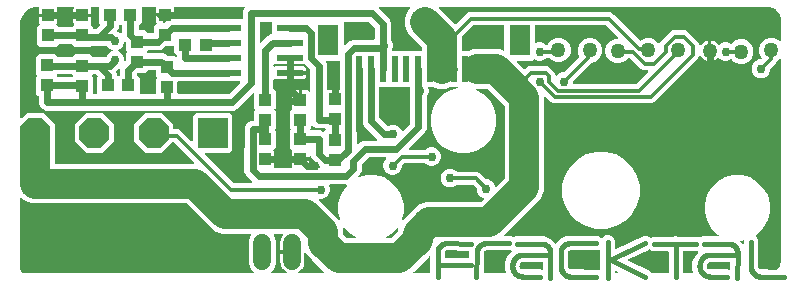
<source format=gbr>
G04 EAGLE Gerber X2 export*
%TF.Part,Single*%
%TF.FileFunction,Copper,L1,Top,Mixed*%
%TF.FilePolarity,Positive*%
%TF.GenerationSoftware,Autodesk,EAGLE,9.1.3*%
%TF.CreationDate,2019-04-17T09:40:26Z*%
G75*
%MOMM*%
%FSLAX34Y34*%
%LPD*%
%AMOC8*
5,1,8,0,0,1.08239X$1,22.5*%
G01*
%ADD10R,2.540000X2.540000*%
%ADD11P,2.749271X8X202.500000*%
%ADD12R,0.600000X2.200000*%
%ADD13R,1.800000X2.600000*%
%ADD14C,1.270000*%
%ADD15C,1.524000*%
%ADD16C,0.406400*%
%ADD17R,2.209800X0.609600*%
%ADD18R,1.000000X1.100000*%
%ADD19R,1.100000X1.000000*%
%ADD20C,0.609600*%
%ADD21C,0.756400*%
%ADD22C,0.304800*%
%ADD23C,2.540000*%

G36*
X660737Y107535D02*
X660737Y107535D01*
X660832Y107543D01*
X660858Y107553D01*
X660885Y107558D01*
X660970Y107601D01*
X661059Y107639D01*
X661086Y107661D01*
X661104Y107670D01*
X661127Y107693D01*
X661190Y107744D01*
X661939Y108493D01*
X661948Y108506D01*
X661961Y108516D01*
X662060Y108651D01*
X663353Y110891D01*
X663359Y110905D01*
X663368Y110918D01*
X663429Y111074D01*
X664099Y113572D01*
X664101Y113596D01*
X664123Y113719D01*
X664208Y115012D01*
X664206Y115031D01*
X664209Y115062D01*
X664209Y285185D01*
X664198Y285256D01*
X664196Y285327D01*
X664178Y285376D01*
X664170Y285428D01*
X664136Y285491D01*
X664111Y285558D01*
X664079Y285599D01*
X664054Y285645D01*
X664002Y285694D01*
X663958Y285750D01*
X663914Y285778D01*
X663876Y285814D01*
X663811Y285844D01*
X663751Y285883D01*
X663700Y285896D01*
X663653Y285918D01*
X663582Y285926D01*
X663512Y285943D01*
X663460Y285939D01*
X663409Y285945D01*
X663338Y285930D01*
X663267Y285924D01*
X663219Y285904D01*
X663168Y285893D01*
X663107Y285856D01*
X663041Y285828D01*
X662985Y285783D01*
X662957Y285767D01*
X662942Y285749D01*
X662910Y285723D01*
X661728Y284541D01*
X660982Y284232D01*
X660904Y284184D01*
X660823Y284142D01*
X660800Y284119D01*
X660773Y284102D01*
X660715Y284032D01*
X660651Y283967D01*
X660631Y283931D01*
X660616Y283913D01*
X660604Y283883D01*
X660570Y283820D01*
X660058Y282584D01*
X655262Y277788D01*
X655209Y277714D01*
X655149Y277645D01*
X655137Y277614D01*
X655118Y277588D01*
X655091Y277501D01*
X655057Y277416D01*
X655053Y277376D01*
X655046Y277353D01*
X655047Y277321D01*
X655039Y277250D01*
X655039Y276061D01*
X653844Y273177D01*
X651637Y270970D01*
X648753Y269775D01*
X645631Y269775D01*
X642747Y270970D01*
X640540Y273177D01*
X639345Y276061D01*
X639345Y279183D01*
X640540Y282067D01*
X642747Y284274D01*
X645631Y285469D01*
X646820Y285469D01*
X646910Y285483D01*
X647001Y285491D01*
X647031Y285503D01*
X647062Y285508D01*
X647143Y285551D01*
X647227Y285587D01*
X647259Y285613D01*
X647280Y285624D01*
X647302Y285647D01*
X647358Y285692D01*
X647530Y285863D01*
X647541Y285879D01*
X647557Y285892D01*
X647613Y285979D01*
X647673Y286063D01*
X647679Y286082D01*
X647690Y286099D01*
X647715Y286199D01*
X647745Y286298D01*
X647745Y286318D01*
X647750Y286337D01*
X647742Y286440D01*
X647739Y286544D01*
X647732Y286563D01*
X647731Y286582D01*
X647690Y286677D01*
X647655Y286775D01*
X647642Y286791D01*
X647634Y286809D01*
X647530Y286940D01*
X646999Y287470D01*
X645413Y291298D01*
X645413Y295442D01*
X646999Y299270D01*
X649928Y302199D01*
X653756Y303785D01*
X657900Y303785D01*
X661728Y302199D01*
X662910Y301017D01*
X662968Y300975D01*
X663020Y300926D01*
X663039Y300917D01*
X663050Y300908D01*
X663077Y300897D01*
X663109Y300873D01*
X663178Y300852D01*
X663243Y300822D01*
X663270Y300819D01*
X663278Y300816D01*
X663307Y300812D01*
X663345Y300801D01*
X663398Y300802D01*
X663445Y300797D01*
X663448Y300797D01*
X663456Y300799D01*
X663487Y300795D01*
X663538Y300806D01*
X663590Y300807D01*
X663656Y300831D01*
X663691Y300837D01*
X663698Y300841D01*
X663728Y300847D01*
X663773Y300874D01*
X663821Y300892D01*
X663874Y300934D01*
X663908Y300952D01*
X663915Y300959D01*
X663939Y300973D01*
X663973Y301013D01*
X664013Y301046D01*
X664048Y301100D01*
X664078Y301130D01*
X664083Y301141D01*
X664099Y301160D01*
X664118Y301209D01*
X664146Y301252D01*
X664161Y301310D01*
X664181Y301353D01*
X664183Y301369D01*
X664191Y301388D01*
X664199Y301460D01*
X664207Y301491D01*
X664205Y301514D01*
X664209Y301555D01*
X664209Y319024D01*
X664206Y319043D01*
X664208Y319074D01*
X664121Y320400D01*
X664115Y320423D01*
X664096Y320547D01*
X663410Y323109D01*
X663403Y323123D01*
X663401Y323139D01*
X663334Y323293D01*
X662008Y325590D01*
X661998Y325602D01*
X661992Y325616D01*
X661887Y325747D01*
X660011Y327623D01*
X659999Y327632D01*
X659989Y327644D01*
X659854Y327744D01*
X657557Y329070D01*
X657542Y329075D01*
X657529Y329085D01*
X657373Y329146D01*
X654811Y329832D01*
X654787Y329835D01*
X654664Y329857D01*
X653338Y329944D01*
X653319Y329942D01*
X653288Y329945D01*
X375305Y329945D01*
X375235Y329934D01*
X375163Y329932D01*
X375114Y329914D01*
X375063Y329906D01*
X374999Y329872D01*
X374932Y329847D01*
X374891Y329815D01*
X374845Y329790D01*
X374796Y329739D01*
X374740Y329694D01*
X374712Y329650D01*
X374676Y329612D01*
X374646Y329547D01*
X374607Y329487D01*
X374594Y329436D01*
X374572Y329389D01*
X374564Y329318D01*
X374547Y329248D01*
X374551Y329196D01*
X374545Y329145D01*
X374560Y329074D01*
X374566Y329003D01*
X374586Y328955D01*
X374597Y328904D01*
X374634Y328843D01*
X374662Y328777D01*
X374707Y328721D01*
X374724Y328693D01*
X374741Y328678D01*
X374767Y328646D01*
X387856Y315557D01*
X387872Y315545D01*
X387885Y315529D01*
X387972Y315473D01*
X388056Y315413D01*
X388075Y315407D01*
X388092Y315396D01*
X388192Y315371D01*
X388291Y315341D01*
X388311Y315341D01*
X388330Y315336D01*
X388433Y315344D01*
X388537Y315347D01*
X388556Y315354D01*
X388576Y315355D01*
X388670Y315396D01*
X388768Y315431D01*
X388784Y315444D01*
X388802Y315452D01*
X388933Y315557D01*
X398154Y324778D01*
X400208Y325629D01*
X519272Y325629D01*
X521326Y324778D01*
X523005Y323099D01*
X544562Y301541D01*
X544578Y301530D01*
X544591Y301514D01*
X544678Y301458D01*
X544762Y301398D01*
X544781Y301392D01*
X544798Y301381D01*
X544898Y301356D01*
X544997Y301326D01*
X545017Y301326D01*
X545036Y301321D01*
X545139Y301329D01*
X545243Y301332D01*
X545262Y301339D01*
X545281Y301340D01*
X545376Y301381D01*
X545474Y301416D01*
X545490Y301429D01*
X545508Y301437D01*
X545639Y301541D01*
X546042Y301945D01*
X549870Y303531D01*
X554014Y303531D01*
X557842Y301945D01*
X560220Y299567D01*
X560257Y299540D01*
X560288Y299506D01*
X560357Y299468D01*
X560420Y299423D01*
X560464Y299410D01*
X560504Y299387D01*
X560581Y299374D01*
X560655Y299351D01*
X560701Y299352D01*
X560746Y299344D01*
X560823Y299355D01*
X560901Y299357D01*
X560944Y299373D01*
X560989Y299380D01*
X561059Y299415D01*
X561132Y299442D01*
X561168Y299470D01*
X561209Y299491D01*
X561263Y299547D01*
X561324Y299595D01*
X561349Y299634D01*
X561381Y299667D01*
X561447Y299786D01*
X561457Y299802D01*
X561458Y299807D01*
X561462Y299814D01*
X561682Y300346D01*
X570874Y309538D01*
X572928Y310389D01*
X582772Y310389D01*
X584826Y309538D01*
X594018Y300346D01*
X594869Y298292D01*
X594869Y298071D01*
X594872Y298048D01*
X594870Y298025D01*
X594892Y297927D01*
X594908Y297828D01*
X594919Y297808D01*
X594924Y297785D01*
X594977Y297699D01*
X595024Y297611D01*
X595040Y297595D01*
X595052Y297575D01*
X595129Y297510D01*
X595202Y297441D01*
X595223Y297431D01*
X595240Y297417D01*
X595334Y297380D01*
X595425Y297338D01*
X595448Y297335D01*
X595469Y297327D01*
X595570Y297322D01*
X595669Y297310D01*
X595692Y297315D01*
X595715Y297314D01*
X595812Y297341D01*
X595910Y297363D01*
X595930Y297375D01*
X595952Y297381D01*
X596035Y297437D01*
X596121Y297489D01*
X596136Y297506D01*
X596155Y297519D01*
X596263Y297648D01*
X596852Y298530D01*
X598090Y299768D01*
X599547Y300741D01*
X601165Y301411D01*
X602235Y301624D01*
X602235Y293624D01*
X602238Y293604D01*
X602236Y293585D01*
X602258Y293483D01*
X602275Y293381D01*
X602284Y293364D01*
X602288Y293344D01*
X602341Y293255D01*
X602390Y293164D01*
X602404Y293150D01*
X602414Y293133D01*
X602493Y293066D01*
X602568Y292995D01*
X602586Y292986D01*
X602601Y292973D01*
X602697Y292934D01*
X602791Y292891D01*
X602811Y292889D01*
X602829Y292881D01*
X602996Y292863D01*
X604520Y292863D01*
X604540Y292866D01*
X604559Y292864D01*
X604661Y292886D01*
X604763Y292903D01*
X604780Y292912D01*
X604800Y292916D01*
X604889Y292969D01*
X604980Y293018D01*
X604994Y293032D01*
X605011Y293042D01*
X605078Y293121D01*
X605149Y293196D01*
X605158Y293214D01*
X605171Y293229D01*
X605210Y293325D01*
X605253Y293419D01*
X605255Y293439D01*
X605263Y293457D01*
X605281Y293624D01*
X605281Y301624D01*
X606351Y301411D01*
X607969Y300741D01*
X609426Y299768D01*
X610664Y298530D01*
X610905Y298169D01*
X610969Y298100D01*
X611028Y298026D01*
X611053Y298010D01*
X611073Y297989D01*
X611156Y297944D01*
X611235Y297893D01*
X611264Y297886D01*
X611289Y297872D01*
X611382Y297856D01*
X611474Y297833D01*
X611503Y297835D01*
X611532Y297830D01*
X611625Y297845D01*
X611719Y297852D01*
X611746Y297864D01*
X611775Y297868D01*
X611859Y297912D01*
X611945Y297948D01*
X611974Y297971D01*
X611993Y297981D01*
X612016Y298005D01*
X612076Y298053D01*
X612775Y298752D01*
X615659Y299947D01*
X618781Y299947D01*
X621680Y298746D01*
X621794Y298719D01*
X621908Y298690D01*
X621914Y298691D01*
X621920Y298689D01*
X622036Y298700D01*
X622153Y298710D01*
X622158Y298712D01*
X622165Y298713D01*
X622272Y298760D01*
X622379Y298806D01*
X622385Y298811D01*
X622389Y298813D01*
X622403Y298825D01*
X622510Y298911D01*
X624528Y300929D01*
X628356Y302515D01*
X632500Y302515D01*
X636328Y300929D01*
X639257Y298000D01*
X640843Y294172D01*
X640843Y290028D01*
X639257Y286200D01*
X636328Y283271D01*
X632500Y281685D01*
X628356Y281685D01*
X624528Y283271D01*
X622510Y285289D01*
X622415Y285357D01*
X622321Y285427D01*
X622315Y285429D01*
X622310Y285433D01*
X622199Y285467D01*
X622087Y285503D01*
X622081Y285503D01*
X622075Y285505D01*
X621958Y285502D01*
X621842Y285501D01*
X621834Y285499D01*
X621829Y285499D01*
X621812Y285492D01*
X621680Y285454D01*
X618781Y284253D01*
X615659Y284253D01*
X612775Y285448D01*
X611385Y286839D01*
X611368Y286850D01*
X611356Y286866D01*
X611269Y286922D01*
X611185Y286982D01*
X611166Y286988D01*
X611149Y286999D01*
X611049Y287024D01*
X610950Y287054D01*
X610930Y287054D01*
X610910Y287059D01*
X610807Y287051D01*
X610704Y287048D01*
X610685Y287041D01*
X610665Y287040D01*
X610570Y286999D01*
X610473Y286964D01*
X610457Y286951D01*
X610439Y286943D01*
X610308Y286839D01*
X609426Y285956D01*
X607969Y284983D01*
X606351Y284313D01*
X605281Y284100D01*
X605281Y292100D01*
X605278Y292120D01*
X605280Y292139D01*
X605258Y292241D01*
X605241Y292343D01*
X605232Y292360D01*
X605228Y292380D01*
X605175Y292469D01*
X605126Y292560D01*
X605112Y292574D01*
X605102Y292591D01*
X605023Y292658D01*
X604948Y292729D01*
X604930Y292738D01*
X604915Y292751D01*
X604819Y292790D01*
X604725Y292833D01*
X604705Y292835D01*
X604687Y292843D01*
X604520Y292861D01*
X602996Y292861D01*
X602976Y292858D01*
X602957Y292860D01*
X602855Y292838D01*
X602753Y292821D01*
X602736Y292812D01*
X602716Y292808D01*
X602627Y292755D01*
X602536Y292706D01*
X602522Y292692D01*
X602505Y292682D01*
X602438Y292603D01*
X602367Y292528D01*
X602358Y292510D01*
X602345Y292495D01*
X602306Y292399D01*
X602263Y292305D01*
X602261Y292285D01*
X602253Y292267D01*
X602235Y292100D01*
X602235Y284100D01*
X601165Y284313D01*
X599547Y284983D01*
X598090Y285956D01*
X596852Y287194D01*
X596098Y288323D01*
X596078Y288345D01*
X596076Y288347D01*
X596073Y288350D01*
X596018Y288409D01*
X595935Y288498D01*
X595933Y288500D01*
X595930Y288502D01*
X595827Y288558D01*
X595720Y288617D01*
X595717Y288618D01*
X595714Y288619D01*
X595597Y288639D01*
X595478Y288661D01*
X595475Y288660D01*
X595472Y288661D01*
X595354Y288643D01*
X595234Y288625D01*
X595232Y288624D01*
X595229Y288623D01*
X595122Y288568D01*
X595015Y288513D01*
X595013Y288511D01*
X595010Y288510D01*
X594928Y288425D01*
X594843Y288338D01*
X594841Y288335D01*
X594839Y288333D01*
X594835Y288323D01*
X594762Y288191D01*
X594018Y286394D01*
X556886Y249262D01*
X554832Y248411D01*
X471328Y248411D01*
X469274Y249262D01*
X464950Y253586D01*
X464892Y253628D01*
X464840Y253678D01*
X464793Y253699D01*
X464750Y253730D01*
X464682Y253751D01*
X464617Y253781D01*
X464565Y253787D01*
X464515Y253802D01*
X464443Y253800D01*
X464372Y253808D01*
X464321Y253797D01*
X464269Y253796D01*
X464202Y253771D01*
X464132Y253756D01*
X464087Y253729D01*
X464038Y253711D01*
X463982Y253667D01*
X463921Y253630D01*
X463887Y253590D01*
X463846Y253558D01*
X463808Y253497D01*
X463761Y253443D01*
X463741Y253395D01*
X463713Y253351D01*
X463696Y253281D01*
X463669Y253215D01*
X463661Y253143D01*
X463653Y253112D01*
X463655Y253089D01*
X463651Y253048D01*
X463651Y174311D01*
X461098Y168149D01*
X431388Y138439D01*
X430139Y137190D01*
X430097Y137132D01*
X430048Y137080D01*
X430026Y137033D01*
X429996Y136991D01*
X429975Y136922D01*
X429944Y136857D01*
X429939Y136805D01*
X429923Y136755D01*
X429925Y136684D01*
X429917Y136613D01*
X429928Y136562D01*
X429930Y136510D01*
X429954Y136442D01*
X429969Y136372D01*
X429996Y136327D01*
X430014Y136279D01*
X430059Y136223D01*
X430096Y136161D01*
X430135Y136127D01*
X430168Y136087D01*
X430228Y136048D01*
X430283Y136001D01*
X430331Y135982D01*
X430375Y135954D01*
X430444Y135936D01*
X430511Y135909D01*
X430582Y135901D01*
X430613Y135893D01*
X430637Y135895D01*
X430677Y135891D01*
X435299Y135891D01*
X437276Y135072D01*
X437365Y135051D01*
X437452Y135022D01*
X437484Y135023D01*
X437516Y135015D01*
X437606Y135024D01*
X437698Y135025D01*
X437737Y135036D01*
X437761Y135039D01*
X437790Y135052D01*
X437859Y135072D01*
X439223Y135637D01*
X463528Y135637D01*
X468666Y133556D01*
X472571Y129772D01*
X472597Y129754D01*
X472618Y129731D01*
X472698Y129685D01*
X472773Y129632D01*
X472804Y129623D01*
X472831Y129608D01*
X472921Y129589D01*
X473010Y129563D01*
X473041Y129565D01*
X473072Y129559D01*
X473163Y129570D01*
X473255Y129574D01*
X473285Y129585D01*
X473316Y129589D01*
X473399Y129629D01*
X473485Y129662D01*
X473509Y129682D01*
X473538Y129696D01*
X473664Y129806D01*
X477036Y133505D01*
X482440Y135891D01*
X508959Y135891D01*
X511200Y134963D01*
X511526Y134636D01*
X511542Y134625D01*
X511554Y134609D01*
X511642Y134553D01*
X511725Y134493D01*
X511744Y134487D01*
X511761Y134476D01*
X511862Y134451D01*
X511960Y134420D01*
X511980Y134421D01*
X512000Y134416D01*
X512103Y134424D01*
X512206Y134427D01*
X512225Y134434D01*
X512245Y134435D01*
X512340Y134476D01*
X512437Y134511D01*
X512453Y134524D01*
X512471Y134532D01*
X512602Y134636D01*
X513944Y135979D01*
X516185Y136907D01*
X518611Y136907D01*
X520852Y135979D01*
X522567Y134264D01*
X523495Y132023D01*
X523495Y125416D01*
X523505Y125351D01*
X523506Y125285D01*
X523525Y125230D01*
X523534Y125173D01*
X523565Y125115D01*
X523587Y125053D01*
X523622Y125007D01*
X523650Y124955D01*
X523697Y124910D01*
X523737Y124859D01*
X523786Y124826D01*
X523828Y124786D01*
X523887Y124758D01*
X523942Y124722D01*
X523998Y124707D01*
X524051Y124682D01*
X524116Y124675D01*
X524179Y124658D01*
X524238Y124662D01*
X524295Y124655D01*
X524359Y124669D01*
X524425Y124673D01*
X524503Y124701D01*
X524536Y124708D01*
X524553Y124718D01*
X524583Y124728D01*
X547876Y135820D01*
X550298Y135945D01*
X552584Y135134D01*
X553053Y134711D01*
X553135Y134658D01*
X553213Y134600D01*
X553238Y134592D01*
X553260Y134578D01*
X553355Y134554D01*
X553447Y134524D01*
X553473Y134524D01*
X553499Y134518D01*
X553596Y134525D01*
X553693Y134526D01*
X553725Y134535D01*
X553744Y134537D01*
X553774Y134550D01*
X553854Y134573D01*
X555809Y135383D01*
X573079Y135383D01*
X573143Y135393D01*
X573209Y135394D01*
X573289Y135417D01*
X573321Y135422D01*
X573339Y135432D01*
X573370Y135441D01*
X573843Y135637D01*
X576269Y135637D01*
X576742Y135441D01*
X576806Y135426D01*
X576867Y135401D01*
X576949Y135392D01*
X576981Y135385D01*
X577001Y135386D01*
X577033Y135383D01*
X593795Y135383D01*
X595159Y134818D01*
X595248Y134797D01*
X595335Y134768D01*
X595367Y134769D01*
X595399Y134761D01*
X595489Y134770D01*
X595581Y134771D01*
X595620Y134782D01*
X595643Y134785D01*
X595673Y134798D01*
X595742Y134818D01*
X597719Y135637D01*
X610677Y135637D01*
X610724Y135644D01*
X610772Y135643D01*
X610845Y135664D01*
X610919Y135676D01*
X610962Y135699D01*
X611008Y135713D01*
X611070Y135756D01*
X611137Y135792D01*
X611170Y135826D01*
X611209Y135854D01*
X611254Y135915D01*
X611306Y135970D01*
X611326Y136013D01*
X611355Y136052D01*
X611378Y136124D01*
X611410Y136193D01*
X611415Y136241D01*
X611430Y136286D01*
X611429Y136362D01*
X611437Y136437D01*
X611427Y136484D01*
X611426Y136532D01*
X611401Y136604D01*
X611385Y136678D01*
X611360Y136719D01*
X611344Y136764D01*
X611297Y136824D01*
X611259Y136889D01*
X611222Y136920D01*
X611192Y136958D01*
X611089Y137034D01*
X611072Y137049D01*
X611065Y137051D01*
X611057Y137057D01*
X610117Y137600D01*
X604960Y142757D01*
X601313Y149074D01*
X599425Y156119D01*
X599425Y163413D01*
X601313Y170458D01*
X604960Y176775D01*
X610117Y181932D01*
X616434Y185579D01*
X623479Y187467D01*
X630773Y187467D01*
X637818Y185579D01*
X644135Y181932D01*
X649292Y176775D01*
X652939Y170458D01*
X654827Y163413D01*
X654827Y156119D01*
X652939Y149074D01*
X649292Y142757D01*
X644135Y137600D01*
X642941Y136911D01*
X642849Y136836D01*
X642756Y136761D01*
X642754Y136757D01*
X642750Y136755D01*
X642688Y136655D01*
X642623Y136554D01*
X642622Y136550D01*
X642620Y136546D01*
X642592Y136431D01*
X642563Y136316D01*
X642563Y136311D01*
X642562Y136307D01*
X642573Y136188D01*
X642582Y136070D01*
X642584Y136067D01*
X642584Y136062D01*
X642632Y135952D01*
X642678Y135844D01*
X642681Y135840D01*
X642683Y135837D01*
X642692Y135827D01*
X642783Y135713D01*
X643979Y134518D01*
X644907Y132277D01*
X644907Y109728D01*
X644911Y109705D01*
X644908Y109684D01*
X644910Y109675D01*
X644910Y109658D01*
X644932Y109418D01*
X644937Y109398D01*
X644937Y109377D01*
X644980Y109214D01*
X645152Y108767D01*
X645181Y108719D01*
X645200Y108666D01*
X645261Y108582D01*
X645277Y108555D01*
X645287Y108547D01*
X645299Y108530D01*
X645620Y108175D01*
X645664Y108140D01*
X645702Y108097D01*
X645789Y108041D01*
X645813Y108022D01*
X645825Y108017D01*
X645842Y108006D01*
X646270Y107790D01*
X646290Y107784D01*
X646308Y107773D01*
X646468Y107723D01*
X646564Y107705D01*
X646594Y107704D01*
X646699Y107691D01*
X660642Y107521D01*
X660737Y107535D01*
G37*
G36*
X25219Y104398D02*
X25219Y104398D01*
X25249Y104396D01*
X27469Y104538D01*
X27769Y104436D01*
X27810Y104429D01*
X27848Y104413D01*
X28005Y104396D01*
X28011Y104395D01*
X28013Y104395D01*
X28015Y104395D01*
X216841Y104395D01*
X216911Y104406D01*
X216983Y104408D01*
X217032Y104426D01*
X217084Y104434D01*
X217147Y104468D01*
X217214Y104493D01*
X217255Y104525D01*
X217301Y104550D01*
X217350Y104602D01*
X217406Y104646D01*
X217434Y104690D01*
X217470Y104728D01*
X217500Y104793D01*
X217539Y104853D01*
X217552Y104904D01*
X217574Y104951D01*
X217582Y105022D01*
X217599Y105092D01*
X217595Y105144D01*
X217601Y105195D01*
X217586Y105266D01*
X217580Y105337D01*
X217560Y105385D01*
X217549Y105436D01*
X217512Y105497D01*
X217484Y105563D01*
X217439Y105619D01*
X217423Y105647D01*
X217405Y105662D01*
X217379Y105694D01*
X215138Y107935D01*
X213359Y112230D01*
X213359Y132118D01*
X215150Y136442D01*
X215184Y136478D01*
X215206Y136525D01*
X215237Y136567D01*
X215258Y136636D01*
X215288Y136701D01*
X215294Y136753D01*
X215309Y136802D01*
X215307Y136874D01*
X215315Y136945D01*
X215304Y136996D01*
X215303Y137048D01*
X215278Y137116D01*
X215263Y137186D01*
X215236Y137230D01*
X215218Y137279D01*
X215173Y137335D01*
X215137Y137397D01*
X215097Y137431D01*
X215065Y137471D01*
X215004Y137510D01*
X214950Y137557D01*
X214901Y137576D01*
X214858Y137604D01*
X214788Y137622D01*
X214721Y137649D01*
X214650Y137657D01*
X214619Y137665D01*
X214596Y137663D01*
X214555Y137667D01*
X190469Y137667D01*
X184307Y140220D01*
X179484Y145042D01*
X179484Y145043D01*
X161174Y163352D01*
X161100Y163405D01*
X161031Y163465D01*
X161000Y163477D01*
X160974Y163496D01*
X160887Y163523D01*
X160802Y163557D01*
X160762Y163561D01*
X160739Y163568D01*
X160707Y163567D01*
X160636Y163575D01*
X29431Y163575D01*
X23270Y166128D01*
X21366Y168031D01*
X21308Y168073D01*
X21256Y168122D01*
X21209Y168144D01*
X21167Y168174D01*
X21098Y168195D01*
X21033Y168226D01*
X20981Y168231D01*
X20931Y168247D01*
X20860Y168245D01*
X20789Y168253D01*
X20738Y168242D01*
X20686Y168240D01*
X20618Y168216D01*
X20548Y168201D01*
X20503Y168174D01*
X20455Y168156D01*
X20399Y168111D01*
X20337Y168074D01*
X20303Y168035D01*
X20263Y168002D01*
X20224Y167942D01*
X20177Y167887D01*
X20158Y167839D01*
X20130Y167795D01*
X20112Y167726D01*
X20085Y167659D01*
X20077Y167588D01*
X20069Y167557D01*
X20071Y167533D01*
X20067Y167493D01*
X20067Y108401D01*
X20072Y108368D01*
X20074Y108293D01*
X20128Y107916D01*
X20130Y107911D01*
X20130Y107905D01*
X20174Y107743D01*
X20604Y106662D01*
X20622Y106631D01*
X20633Y106597D01*
X20725Y106457D01*
X21468Y105561D01*
X21495Y105538D01*
X21516Y105508D01*
X21647Y105404D01*
X22630Y104781D01*
X22663Y104767D01*
X22691Y104746D01*
X22848Y104687D01*
X23897Y104418D01*
X23908Y104417D01*
X23918Y104413D01*
X24085Y104395D01*
X25200Y104395D01*
X25219Y104398D01*
G37*
G36*
X215989Y180860D02*
X215989Y180860D01*
X216061Y180862D01*
X216110Y180880D01*
X216161Y180888D01*
X216224Y180922D01*
X216292Y180947D01*
X216332Y180979D01*
X216378Y181004D01*
X216428Y181056D01*
X216484Y181100D01*
X216512Y181144D01*
X216548Y181182D01*
X216578Y181247D01*
X216617Y181307D01*
X216630Y181358D01*
X216651Y181405D01*
X216659Y181476D01*
X216677Y181546D01*
X216673Y181598D01*
X216679Y181649D01*
X216663Y181720D01*
X216658Y181791D01*
X216637Y181839D01*
X216626Y181890D01*
X216589Y181951D01*
X216561Y182017D01*
X216517Y182073D01*
X216500Y182101D01*
X216482Y182116D01*
X216457Y182148D01*
X210966Y187639D01*
X209883Y190253D01*
X209883Y210069D01*
X209999Y210349D01*
X210014Y210413D01*
X210039Y210474D01*
X210048Y210557D01*
X210055Y210589D01*
X210054Y210608D01*
X210057Y210640D01*
X210057Y227729D01*
X211140Y230343D01*
X213141Y232344D01*
X215755Y233427D01*
X217250Y233427D01*
X217270Y233430D01*
X217289Y233428D01*
X217391Y233450D01*
X217493Y233466D01*
X217510Y233476D01*
X217530Y233480D01*
X217619Y233533D01*
X217710Y233582D01*
X217724Y233596D01*
X217741Y233606D01*
X217808Y233685D01*
X217880Y233760D01*
X217888Y233778D01*
X217901Y233793D01*
X217940Y233889D01*
X217983Y233983D01*
X217985Y234003D01*
X217993Y234021D01*
X218011Y234188D01*
X218011Y241508D01*
X218789Y242286D01*
X218801Y242302D01*
X218817Y242314D01*
X218873Y242402D01*
X218933Y242485D01*
X218939Y242504D01*
X218950Y242521D01*
X218975Y242622D01*
X219005Y242721D01*
X219005Y242740D01*
X219010Y242760D01*
X219002Y242863D01*
X218999Y242966D01*
X218992Y242985D01*
X218990Y243005D01*
X218950Y243100D01*
X218914Y243197D01*
X218902Y243213D01*
X218894Y243231D01*
X218789Y243362D01*
X218011Y244140D01*
X218011Y255899D01*
X218009Y255912D01*
X218010Y255923D01*
X218000Y255972D01*
X217998Y256041D01*
X217980Y256090D01*
X217972Y256141D01*
X217938Y256205D01*
X217913Y256272D01*
X217881Y256313D01*
X217856Y256359D01*
X217804Y256408D01*
X217760Y256464D01*
X217716Y256492D01*
X217678Y256528D01*
X217613Y256558D01*
X217553Y256597D01*
X217502Y256610D01*
X217455Y256632D01*
X217384Y256640D01*
X217314Y256657D01*
X217262Y256653D01*
X217211Y256659D01*
X217140Y256644D01*
X217069Y256638D01*
X217021Y256618D01*
X216970Y256607D01*
X216909Y256570D01*
X216843Y256542D01*
X216787Y256497D01*
X216777Y256491D01*
X216775Y256490D01*
X216774Y256490D01*
X216759Y256480D01*
X216744Y256463D01*
X216712Y256437D01*
X203419Y243144D01*
X200805Y242061D01*
X41765Y242061D01*
X39151Y243144D01*
X36642Y245653D01*
X35559Y248267D01*
X35559Y254083D01*
X35545Y254173D01*
X35537Y254264D01*
X35525Y254294D01*
X35520Y254326D01*
X35477Y254406D01*
X35441Y254490D01*
X35415Y254522D01*
X35404Y254543D01*
X35381Y254565D01*
X35336Y254621D01*
X33607Y256350D01*
X33607Y270718D01*
X34385Y271496D01*
X34397Y271512D01*
X34413Y271524D01*
X34469Y271612D01*
X34529Y271695D01*
X34535Y271714D01*
X34546Y271731D01*
X34571Y271832D01*
X34601Y271931D01*
X34601Y271950D01*
X34606Y271970D01*
X34598Y272073D01*
X34595Y272176D01*
X34588Y272195D01*
X34586Y272215D01*
X34546Y272310D01*
X34510Y272407D01*
X34498Y272423D01*
X34490Y272441D01*
X34385Y272572D01*
X33607Y273350D01*
X33607Y287718D01*
X35988Y290099D01*
X49356Y290099D01*
X51839Y287616D01*
X51913Y287563D01*
X51982Y287503D01*
X52012Y287491D01*
X52038Y287472D01*
X52125Y287445D01*
X52210Y287411D01*
X52251Y287407D01*
X52274Y287400D01*
X52306Y287401D01*
X52377Y287393D01*
X63193Y287393D01*
X63283Y287407D01*
X63374Y287415D01*
X63404Y287427D01*
X63436Y287432D01*
X63516Y287475D01*
X63600Y287511D01*
X63632Y287537D01*
X63653Y287548D01*
X63675Y287571D01*
X63731Y287616D01*
X65960Y289845D01*
X79328Y289845D01*
X81557Y287616D01*
X81631Y287563D01*
X81700Y287503D01*
X81730Y287491D01*
X81756Y287472D01*
X81843Y287445D01*
X81928Y287411D01*
X81969Y287407D01*
X81992Y287400D01*
X82024Y287401D01*
X82095Y287393D01*
X92429Y287393D01*
X92544Y287412D01*
X92660Y287429D01*
X92666Y287431D01*
X92672Y287432D01*
X92775Y287487D01*
X92880Y287540D01*
X92884Y287545D01*
X92890Y287548D01*
X92969Y287632D01*
X93052Y287716D01*
X93055Y287722D01*
X93059Y287726D01*
X93067Y287743D01*
X93133Y287863D01*
X93678Y289179D01*
X95885Y291386D01*
X97750Y292159D01*
X97811Y292197D01*
X97877Y292226D01*
X97915Y292261D01*
X97959Y292288D01*
X98005Y292344D01*
X98058Y292392D01*
X98083Y292438D01*
X98116Y292478D01*
X98142Y292545D01*
X98176Y292608D01*
X98186Y292659D01*
X98204Y292707D01*
X98207Y292779D01*
X98220Y292850D01*
X98213Y292901D01*
X98215Y292953D01*
X98195Y293022D01*
X98184Y293093D01*
X98161Y293139D01*
X98146Y293189D01*
X98105Y293248D01*
X98073Y293312D01*
X98036Y293349D01*
X98006Y293391D01*
X97948Y293434D01*
X97897Y293484D01*
X97834Y293519D01*
X97809Y293538D01*
X97786Y293545D01*
X97750Y293565D01*
X95885Y294338D01*
X93631Y296592D01*
X93594Y296655D01*
X93589Y296659D01*
X93586Y296664D01*
X93496Y296738D01*
X93407Y296815D01*
X93401Y296817D01*
X93396Y296821D01*
X93288Y296863D01*
X93179Y296907D01*
X93171Y296908D01*
X93167Y296909D01*
X93148Y296910D01*
X93012Y296925D01*
X80435Y296925D01*
X80345Y296911D01*
X80254Y296903D01*
X80224Y296891D01*
X80192Y296886D01*
X80112Y296843D01*
X80028Y296807D01*
X79995Y296781D01*
X79975Y296770D01*
X79953Y296747D01*
X79897Y296702D01*
X79328Y296133D01*
X65960Y296133D01*
X63731Y298362D01*
X63657Y298415D01*
X63588Y298475D01*
X63558Y298487D01*
X63532Y298506D01*
X63445Y298533D01*
X63360Y298567D01*
X63319Y298571D01*
X63297Y298578D01*
X63264Y298577D01*
X63193Y298585D01*
X53139Y298585D01*
X53049Y298571D01*
X52958Y298563D01*
X52928Y298551D01*
X52896Y298546D01*
X52816Y298503D01*
X52732Y298467D01*
X52700Y298441D01*
X52679Y298430D01*
X52657Y298407D01*
X52601Y298362D01*
X50372Y296133D01*
X37004Y296133D01*
X34623Y298514D01*
X34623Y312882D01*
X36507Y314766D01*
X36533Y314801D01*
X36565Y314831D01*
X36604Y314900D01*
X36651Y314965D01*
X36664Y315007D01*
X36685Y315045D01*
X36699Y315124D01*
X36723Y315200D01*
X36722Y315244D01*
X36730Y315287D01*
X36719Y315366D01*
X36717Y315446D01*
X36702Y315487D01*
X36695Y315531D01*
X36637Y315664D01*
X36632Y315677D01*
X36630Y315680D01*
X36628Y315684D01*
X36320Y316217D01*
X36147Y316864D01*
X36147Y321175D01*
X42926Y321175D01*
X42946Y321178D01*
X42965Y321176D01*
X43067Y321198D01*
X43169Y321215D01*
X43186Y321224D01*
X43206Y321228D01*
X43295Y321281D01*
X43386Y321330D01*
X43400Y321344D01*
X43417Y321354D01*
X43484Y321433D01*
X43555Y321508D01*
X43564Y321526D01*
X43577Y321541D01*
X43616Y321637D01*
X43659Y321731D01*
X43661Y321751D01*
X43669Y321769D01*
X43687Y321936D01*
X43687Y323460D01*
X43684Y323480D01*
X43686Y323499D01*
X43664Y323601D01*
X43647Y323703D01*
X43638Y323720D01*
X43634Y323740D01*
X43581Y323829D01*
X43532Y323920D01*
X43518Y323934D01*
X43508Y323951D01*
X43429Y324018D01*
X43354Y324089D01*
X43336Y324098D01*
X43321Y324111D01*
X43225Y324150D01*
X43131Y324193D01*
X43111Y324195D01*
X43093Y324203D01*
X42926Y324221D01*
X36147Y324221D01*
X36147Y328532D01*
X36269Y328987D01*
X36281Y329106D01*
X36294Y329223D01*
X36293Y329228D01*
X36294Y329232D01*
X36267Y329348D01*
X36242Y329464D01*
X36240Y329467D01*
X36239Y329471D01*
X36176Y329573D01*
X36116Y329675D01*
X36112Y329678D01*
X36110Y329681D01*
X36019Y329758D01*
X35929Y329835D01*
X35925Y329836D01*
X35922Y329839D01*
X35812Y329882D01*
X35700Y329927D01*
X35696Y329927D01*
X35692Y329929D01*
X35679Y329929D01*
X35534Y329945D01*
X34290Y329945D01*
X34271Y329942D01*
X34240Y329944D01*
X32483Y329828D01*
X32460Y329823D01*
X32336Y329804D01*
X28941Y328895D01*
X28927Y328888D01*
X28911Y328886D01*
X28758Y328819D01*
X25714Y327061D01*
X25702Y327051D01*
X25688Y327045D01*
X25557Y326940D01*
X23072Y324455D01*
X23062Y324443D01*
X23050Y324433D01*
X22951Y324298D01*
X21193Y321254D01*
X21188Y321240D01*
X21178Y321227D01*
X21117Y321071D01*
X20208Y317676D01*
X20205Y317652D01*
X20184Y317529D01*
X20068Y315772D01*
X20070Y315753D01*
X20067Y315722D01*
X20067Y236367D01*
X20078Y236297D01*
X20080Y236225D01*
X20098Y236176D01*
X20106Y236125D01*
X20140Y236061D01*
X20165Y235994D01*
X20197Y235953D01*
X20222Y235907D01*
X20274Y235858D01*
X20318Y235802D01*
X20362Y235774D01*
X20400Y235738D01*
X20465Y235708D01*
X20525Y235669D01*
X20576Y235656D01*
X20623Y235634D01*
X20694Y235626D01*
X20764Y235609D01*
X20816Y235613D01*
X20867Y235607D01*
X20938Y235622D01*
X21009Y235628D01*
X21057Y235648D01*
X21108Y235659D01*
X21169Y235696D01*
X21235Y235724D01*
X21291Y235769D01*
X21319Y235786D01*
X21334Y235803D01*
X21366Y235829D01*
X23270Y237732D01*
X24192Y238114D01*
X24247Y238149D01*
X24308Y238175D01*
X24372Y238227D01*
X24401Y238244D01*
X24413Y238259D01*
X24438Y238279D01*
X25936Y239777D01*
X28053Y239777D01*
X28118Y239787D01*
X28184Y239788D01*
X28264Y239811D01*
X28296Y239816D01*
X28313Y239826D01*
X28345Y239835D01*
X29431Y240285D01*
X36101Y240285D01*
X37187Y239835D01*
X37251Y239820D01*
X37312Y239795D01*
X37395Y239786D01*
X37427Y239779D01*
X37446Y239780D01*
X37479Y239777D01*
X39824Y239777D01*
X41483Y238118D01*
X41536Y238080D01*
X41583Y238034D01*
X41656Y237994D01*
X41682Y237975D01*
X41701Y237969D01*
X41730Y237953D01*
X42262Y237732D01*
X47092Y232902D01*
X47313Y232370D01*
X47348Y232314D01*
X47373Y232254D01*
X47425Y232189D01*
X47443Y232161D01*
X47458Y232148D01*
X47478Y232123D01*
X49645Y229956D01*
X49645Y216038D01*
X49641Y216033D01*
X49629Y216003D01*
X49610Y215977D01*
X49583Y215890D01*
X49549Y215805D01*
X49545Y215764D01*
X49538Y215742D01*
X49539Y215710D01*
X49531Y215639D01*
X49531Y197866D01*
X49534Y197846D01*
X49532Y197827D01*
X49554Y197725D01*
X49570Y197623D01*
X49580Y197606D01*
X49584Y197586D01*
X49637Y197497D01*
X49686Y197406D01*
X49700Y197392D01*
X49710Y197375D01*
X49789Y197308D01*
X49864Y197236D01*
X49882Y197228D01*
X49897Y197215D01*
X49993Y197176D01*
X50087Y197133D01*
X50107Y197131D01*
X50125Y197123D01*
X50292Y197105D01*
X166534Y197105D01*
X166605Y197116D01*
X166676Y197118D01*
X166725Y197136D01*
X166777Y197144D01*
X166840Y197178D01*
X166907Y197203D01*
X166948Y197235D01*
X166994Y197260D01*
X167043Y197312D01*
X167099Y197356D01*
X167127Y197400D01*
X167163Y197438D01*
X167193Y197503D01*
X167232Y197563D01*
X167245Y197614D01*
X167267Y197661D01*
X167275Y197732D01*
X167292Y197802D01*
X167288Y197854D01*
X167294Y197905D01*
X167279Y197976D01*
X167273Y198047D01*
X167253Y198095D01*
X167242Y198146D01*
X167205Y198207D01*
X167177Y198273D01*
X167132Y198329D01*
X167116Y198357D01*
X167098Y198372D01*
X167072Y198404D01*
X150308Y215168D01*
X150234Y215221D01*
X150165Y215281D01*
X150134Y215293D01*
X150108Y215312D01*
X150021Y215339D01*
X149936Y215373D01*
X149896Y215377D01*
X149873Y215384D01*
X149841Y215383D01*
X149770Y215391D01*
X149283Y215391D01*
X149193Y215377D01*
X149102Y215369D01*
X149073Y215357D01*
X149041Y215352D01*
X148960Y215309D01*
X148876Y215273D01*
X148844Y215247D01*
X148823Y215236D01*
X148801Y215213D01*
X148745Y215168D01*
X139824Y206247D01*
X125936Y206247D01*
X116115Y216068D01*
X116115Y229956D01*
X125936Y239777D01*
X139824Y239777D01*
X149645Y229956D01*
X149645Y227330D01*
X149648Y227310D01*
X149646Y227291D01*
X149668Y227189D01*
X149684Y227087D01*
X149694Y227070D01*
X149698Y227050D01*
X149751Y226961D01*
X149800Y226870D01*
X149814Y226856D01*
X149824Y226839D01*
X149903Y226772D01*
X149978Y226700D01*
X149996Y226692D01*
X150011Y226679D01*
X150107Y226640D01*
X150201Y226597D01*
X150221Y226595D01*
X150239Y226587D01*
X150406Y226569D01*
X153512Y226569D01*
X155566Y225718D01*
X157245Y224039D01*
X164816Y216468D01*
X164874Y216426D01*
X164926Y216377D01*
X164973Y216355D01*
X165015Y216324D01*
X165084Y216303D01*
X165149Y216273D01*
X165201Y216267D01*
X165251Y216252D01*
X165322Y216254D01*
X165393Y216246D01*
X165444Y216257D01*
X165496Y216258D01*
X165564Y216283D01*
X165634Y216298D01*
X165679Y216325D01*
X165727Y216343D01*
X165783Y216388D01*
X165845Y216424D01*
X165879Y216464D01*
X165919Y216497D01*
X165958Y216557D01*
X166005Y216611D01*
X166024Y216660D01*
X166052Y216703D01*
X166070Y216773D01*
X166097Y216839D01*
X166105Y216911D01*
X166113Y216942D01*
X166111Y216965D01*
X166115Y217006D01*
X166115Y237396D01*
X168496Y239777D01*
X197264Y239777D01*
X199645Y237396D01*
X199645Y208628D01*
X197264Y206247D01*
X176874Y206247D01*
X176803Y206236D01*
X176732Y206234D01*
X176683Y206216D01*
X176631Y206208D01*
X176568Y206174D01*
X176501Y206149D01*
X176460Y206117D01*
X176414Y206092D01*
X176365Y206040D01*
X176309Y205996D01*
X176281Y205952D01*
X176245Y205914D01*
X176215Y205849D01*
X176176Y205789D01*
X176163Y205738D01*
X176141Y205691D01*
X176133Y205620D01*
X176116Y205550D01*
X176120Y205498D01*
X176114Y205447D01*
X176129Y205376D01*
X176135Y205305D01*
X176155Y205257D01*
X176166Y205206D01*
X176203Y205145D01*
X176231Y205079D01*
X176276Y205023D01*
X176292Y204995D01*
X176310Y204980D01*
X176336Y204948D01*
X200212Y181072D01*
X200286Y181019D01*
X200355Y180959D01*
X200386Y180947D01*
X200412Y180928D01*
X200499Y180901D01*
X200584Y180867D01*
X200624Y180863D01*
X200647Y180856D01*
X200679Y180857D01*
X200750Y180849D01*
X215918Y180849D01*
X215989Y180860D01*
G37*
G36*
X343830Y149164D02*
X343830Y149164D01*
X343906Y149160D01*
X343952Y149173D01*
X344000Y149177D01*
X344069Y149207D01*
X344142Y149227D01*
X344182Y149255D01*
X344226Y149273D01*
X344327Y149354D01*
X344345Y149367D01*
X344349Y149372D01*
X344357Y149378D01*
X357019Y162040D01*
X363181Y164593D01*
X409808Y164593D01*
X409899Y164607D01*
X409989Y164615D01*
X410019Y164627D01*
X410051Y164632D01*
X410132Y164675D01*
X410216Y164711D01*
X410248Y164737D01*
X410269Y164748D01*
X410291Y164771D01*
X410347Y164816D01*
X412684Y167153D01*
X412711Y167190D01*
X412745Y167221D01*
X412782Y167290D01*
X412828Y167353D01*
X412841Y167397D01*
X412863Y167437D01*
X412877Y167514D01*
X412900Y167588D01*
X412899Y167634D01*
X412907Y167679D01*
X412896Y167756D01*
X412894Y167834D01*
X412878Y167877D01*
X412871Y167922D01*
X412836Y167992D01*
X412809Y168065D01*
X412781Y168101D01*
X412760Y168142D01*
X412704Y168196D01*
X412656Y168257D01*
X412617Y168282D01*
X412584Y168314D01*
X412464Y168380D01*
X412449Y168390D01*
X412444Y168391D01*
X412437Y168395D01*
X410083Y169370D01*
X407876Y171577D01*
X406681Y174461D01*
X406681Y175650D01*
X406667Y175740D01*
X406659Y175831D01*
X406647Y175861D01*
X406642Y175892D01*
X406599Y175973D01*
X406563Y176057D01*
X406537Y176089D01*
X406526Y176110D01*
X406503Y176132D01*
X406458Y176188D01*
X403546Y179100D01*
X403472Y179153D01*
X403403Y179213D01*
X403372Y179225D01*
X403346Y179244D01*
X403259Y179271D01*
X403174Y179305D01*
X403134Y179309D01*
X403111Y179316D01*
X403079Y179315D01*
X403008Y179323D01*
X389872Y179323D01*
X389781Y179309D01*
X389691Y179301D01*
X389661Y179289D01*
X389629Y179284D01*
X389548Y179241D01*
X389464Y179205D01*
X389432Y179179D01*
X389411Y179168D01*
X389389Y179145D01*
X389333Y179100D01*
X388493Y178260D01*
X385609Y177065D01*
X382487Y177065D01*
X379603Y178260D01*
X377396Y180467D01*
X376201Y183351D01*
X376201Y186473D01*
X377396Y189357D01*
X379603Y191564D01*
X382487Y192759D01*
X385609Y192759D01*
X388493Y191564D01*
X389333Y190724D01*
X389407Y190671D01*
X389477Y190611D01*
X389507Y190599D01*
X389533Y190580D01*
X389620Y190553D01*
X389705Y190519D01*
X389746Y190515D01*
X389768Y190508D01*
X389800Y190509D01*
X389872Y190501D01*
X406750Y190501D01*
X408804Y189650D01*
X414362Y184092D01*
X414436Y184039D01*
X414505Y183979D01*
X414536Y183967D01*
X414562Y183948D01*
X414649Y183921D01*
X414734Y183887D01*
X414774Y183883D01*
X414797Y183876D01*
X414829Y183877D01*
X414900Y183869D01*
X416089Y183869D01*
X418973Y182674D01*
X421180Y180467D01*
X422155Y178113D01*
X422179Y178074D01*
X422195Y178031D01*
X422244Y177970D01*
X422285Y177904D01*
X422320Y177874D01*
X422349Y177839D01*
X422414Y177796D01*
X422474Y177747D01*
X422517Y177730D01*
X422556Y177706D01*
X422631Y177687D01*
X422704Y177659D01*
X422750Y177657D01*
X422794Y177645D01*
X422872Y177652D01*
X422950Y177648D01*
X422994Y177661D01*
X423040Y177665D01*
X423111Y177695D01*
X423186Y177717D01*
X423224Y177743D01*
X423266Y177761D01*
X423373Y177846D01*
X423388Y177857D01*
X423391Y177861D01*
X423397Y177866D01*
X429898Y184367D01*
X429951Y184441D01*
X430011Y184510D01*
X430023Y184541D01*
X430042Y184567D01*
X430068Y184654D01*
X430103Y184739D01*
X430107Y184780D01*
X430114Y184802D01*
X430113Y184834D01*
X430121Y184905D01*
X430121Y245879D01*
X430106Y245969D01*
X430099Y246060D01*
X430087Y246090D01*
X430081Y246121D01*
X430039Y246202D01*
X430003Y246286D01*
X429977Y246318D01*
X429966Y246339D01*
X429943Y246361D01*
X429898Y246417D01*
X429523Y246792D01*
X429523Y246793D01*
X415759Y260556D01*
X415685Y260609D01*
X415615Y260669D01*
X415585Y260681D01*
X415559Y260700D01*
X415472Y260727D01*
X415387Y260761D01*
X415346Y260765D01*
X415324Y260772D01*
X415292Y260771D01*
X415220Y260779D01*
X406529Y260779D01*
X406482Y260772D01*
X406434Y260773D01*
X406361Y260752D01*
X406286Y260740D01*
X406244Y260717D01*
X406198Y260703D01*
X406136Y260660D01*
X406069Y260624D01*
X406036Y260590D01*
X405997Y260562D01*
X405952Y260501D01*
X405900Y260446D01*
X405879Y260403D01*
X405851Y260364D01*
X405828Y260292D01*
X405796Y260223D01*
X405791Y260175D01*
X405776Y260130D01*
X405777Y260054D01*
X405769Y259979D01*
X405779Y259932D01*
X405780Y259884D01*
X405805Y259812D01*
X405821Y259738D01*
X405846Y259697D01*
X405862Y259652D01*
X405908Y259592D01*
X405947Y259527D01*
X405984Y259496D01*
X406013Y259458D01*
X406117Y259382D01*
X406134Y259367D01*
X406140Y259365D01*
X406148Y259359D01*
X412233Y255846D01*
X417390Y250689D01*
X421037Y244372D01*
X422925Y237327D01*
X422925Y230033D01*
X421037Y222988D01*
X417390Y216671D01*
X412233Y211514D01*
X405916Y207867D01*
X398871Y205979D01*
X391577Y205979D01*
X384532Y207867D01*
X378215Y211514D01*
X373058Y216671D01*
X369411Y222988D01*
X367523Y230033D01*
X367523Y237327D01*
X369411Y244372D01*
X373058Y250689D01*
X378215Y255846D01*
X384532Y259493D01*
X390092Y260983D01*
X390114Y260993D01*
X390138Y260997D01*
X390225Y261043D01*
X390316Y261084D01*
X390334Y261100D01*
X390355Y261112D01*
X390423Y261184D01*
X390496Y261251D01*
X390508Y261272D01*
X390524Y261290D01*
X390566Y261380D01*
X390614Y261467D01*
X390618Y261491D01*
X390628Y261513D01*
X390639Y261612D01*
X390656Y261710D01*
X390652Y261734D01*
X390655Y261757D01*
X390634Y261854D01*
X390619Y261953D01*
X390608Y261974D01*
X390603Y261998D01*
X390552Y262083D01*
X390506Y262172D01*
X390489Y262188D01*
X390477Y262209D01*
X390401Y262274D01*
X390330Y262343D01*
X390308Y262353D01*
X390290Y262369D01*
X390197Y262406D01*
X390108Y262449D01*
X390084Y262452D01*
X390062Y262461D01*
X389895Y262479D01*
X384568Y262479D01*
X384504Y262469D01*
X384438Y262468D01*
X384358Y262445D01*
X384326Y262440D01*
X384308Y262430D01*
X384277Y262421D01*
X380313Y260779D01*
X373643Y260779D01*
X369679Y262421D01*
X369615Y262436D01*
X369554Y262461D01*
X369472Y262470D01*
X369440Y262477D01*
X369420Y262476D01*
X369388Y262479D01*
X366364Y262479D01*
X366319Y262472D01*
X366273Y262474D01*
X366198Y262452D01*
X366122Y262440D01*
X366081Y262418D01*
X366037Y262405D01*
X365973Y262361D01*
X365904Y262324D01*
X365873Y262291D01*
X365835Y262265D01*
X365789Y262202D01*
X365735Y262146D01*
X365716Y262104D01*
X365688Y262068D01*
X365664Y261994D01*
X365631Y261923D01*
X365626Y261877D01*
X365612Y261834D01*
X365613Y261756D01*
X365604Y261679D01*
X365614Y261634D01*
X365614Y261588D01*
X365653Y261457D01*
X365657Y261438D01*
X365659Y261434D01*
X365661Y261427D01*
X365987Y260641D01*
X365987Y257519D01*
X364792Y254635D01*
X364314Y254157D01*
X364260Y254083D01*
X364201Y254013D01*
X364189Y253983D01*
X364170Y253957D01*
X364143Y253870D01*
X364109Y253785D01*
X364105Y253744D01*
X364098Y253722D01*
X364099Y253690D01*
X364091Y253618D01*
X364091Y226531D01*
X363008Y223917D01*
X349179Y210088D01*
X349137Y210030D01*
X349088Y209978D01*
X349066Y209931D01*
X349036Y209889D01*
X349015Y209820D01*
X348984Y209755D01*
X348979Y209703D01*
X348963Y209653D01*
X348965Y209582D01*
X348957Y209511D01*
X348968Y209460D01*
X348970Y209408D01*
X348994Y209340D01*
X349009Y209270D01*
X349036Y209225D01*
X349054Y209177D01*
X349099Y209121D01*
X349136Y209059D01*
X349175Y209025D01*
X349208Y208985D01*
X349268Y208946D01*
X349323Y208899D01*
X349371Y208880D01*
X349415Y208852D01*
X349484Y208834D01*
X349551Y208807D01*
X349622Y208799D01*
X349653Y208791D01*
X349677Y208793D01*
X349717Y208789D01*
X362476Y208789D01*
X362567Y208803D01*
X362657Y208811D01*
X362687Y208823D01*
X362719Y208828D01*
X362800Y208871D01*
X362884Y208907D01*
X362916Y208933D01*
X362937Y208944D01*
X362959Y208967D01*
X363015Y209012D01*
X363855Y209852D01*
X366739Y211047D01*
X369861Y211047D01*
X372745Y209852D01*
X374952Y207645D01*
X376147Y204761D01*
X376147Y201639D01*
X374952Y198755D01*
X372745Y196548D01*
X369861Y195353D01*
X366739Y195353D01*
X363855Y196548D01*
X363015Y197388D01*
X362941Y197441D01*
X362871Y197501D01*
X362841Y197513D01*
X362815Y197532D01*
X362728Y197559D01*
X362643Y197593D01*
X362602Y197597D01*
X362580Y197604D01*
X362548Y197603D01*
X362476Y197611D01*
X345530Y197611D01*
X345440Y197597D01*
X345349Y197589D01*
X345319Y197577D01*
X345288Y197572D01*
X345207Y197529D01*
X345123Y197493D01*
X345091Y197467D01*
X345070Y197456D01*
X345048Y197433D01*
X344992Y197388D01*
X343350Y195746D01*
X343297Y195672D01*
X343237Y195603D01*
X343225Y195572D01*
X343206Y195546D01*
X343179Y195459D01*
X343145Y195374D01*
X343141Y195334D01*
X343134Y195311D01*
X343135Y195279D01*
X343127Y195208D01*
X343127Y194019D01*
X341932Y191135D01*
X339725Y188928D01*
X336841Y187733D01*
X333719Y187733D01*
X330835Y188928D01*
X328628Y191135D01*
X327433Y194019D01*
X327433Y197141D01*
X328628Y200025D01*
X329741Y201138D01*
X329783Y201196D01*
X329832Y201248D01*
X329854Y201295D01*
X329884Y201337D01*
X329905Y201406D01*
X329936Y201471D01*
X329941Y201523D01*
X329957Y201573D01*
X329955Y201644D01*
X329963Y201715D01*
X329952Y201766D01*
X329950Y201818D01*
X329926Y201886D01*
X329910Y201956D01*
X329884Y202001D01*
X329866Y202049D01*
X329821Y202105D01*
X329784Y202167D01*
X329745Y202201D01*
X329712Y202241D01*
X329652Y202280D01*
X329597Y202327D01*
X329549Y202346D01*
X329505Y202374D01*
X329436Y202392D01*
X329369Y202419D01*
X329298Y202427D01*
X329267Y202435D01*
X329243Y202433D01*
X329203Y202437D01*
X315173Y202437D01*
X315083Y202423D01*
X314992Y202415D01*
X314963Y202403D01*
X314931Y202398D01*
X314850Y202355D01*
X314766Y202319D01*
X314734Y202293D01*
X314713Y202282D01*
X314691Y202259D01*
X314635Y202214D01*
X309342Y196921D01*
X309289Y196847D01*
X309229Y196777D01*
X309217Y196747D01*
X309198Y196721D01*
X309171Y196634D01*
X309137Y196549D01*
X309133Y196508D01*
X309126Y196486D01*
X309127Y196454D01*
X309119Y196383D01*
X309119Y191371D01*
X308036Y188757D01*
X306339Y187060D01*
X306311Y187021D01*
X306276Y186988D01*
X306240Y186922D01*
X306195Y186860D01*
X306181Y186815D01*
X306158Y186772D01*
X306145Y186698D01*
X306123Y186625D01*
X306124Y186577D01*
X306116Y186530D01*
X306127Y186455D01*
X306129Y186379D01*
X306146Y186334D01*
X306153Y186287D01*
X306188Y186220D01*
X306214Y186148D01*
X306244Y186111D01*
X306266Y186068D01*
X306320Y186016D01*
X306368Y185956D01*
X306408Y185930D01*
X306442Y185897D01*
X306511Y185864D01*
X306574Y185823D01*
X306621Y185812D01*
X306664Y185791D01*
X306739Y185782D01*
X306813Y185763D01*
X306861Y185767D01*
X306908Y185761D01*
X307036Y185781D01*
X307058Y185782D01*
X307064Y185785D01*
X307074Y185786D01*
X313345Y187467D01*
X320639Y187467D01*
X327684Y185579D01*
X334001Y181932D01*
X339158Y176775D01*
X342805Y170458D01*
X344693Y163413D01*
X344693Y156119D01*
X343083Y150114D01*
X343079Y150066D01*
X343065Y150020D01*
X343067Y149944D01*
X343059Y149869D01*
X343070Y149822D01*
X343071Y149774D01*
X343097Y149703D01*
X343114Y149629D01*
X343139Y149588D01*
X343155Y149543D01*
X343203Y149484D01*
X343242Y149419D01*
X343279Y149388D01*
X343309Y149351D01*
X343373Y149310D01*
X343431Y149261D01*
X343476Y149244D01*
X343516Y149218D01*
X343590Y149200D01*
X343660Y149172D01*
X343708Y149170D01*
X343755Y149158D01*
X343830Y149164D01*
G37*
%LPC*%
G36*
X507505Y141797D02*
X507505Y141797D01*
X499188Y144026D01*
X491731Y148331D01*
X485643Y154419D01*
X481338Y161876D01*
X479109Y170193D01*
X479109Y178803D01*
X481338Y187120D01*
X485643Y194577D01*
X491731Y200665D01*
X499188Y204970D01*
X507505Y207199D01*
X516115Y207199D01*
X524432Y204970D01*
X531889Y200665D01*
X537977Y194577D01*
X542282Y187120D01*
X544511Y178803D01*
X544511Y170193D01*
X542282Y161876D01*
X537977Y154419D01*
X531889Y148331D01*
X524432Y144026D01*
X516115Y141797D01*
X507505Y141797D01*
G37*
%LPD*%
G36*
X541020Y264683D02*
X541020Y264683D01*
X541111Y264691D01*
X541141Y264703D01*
X541172Y264708D01*
X541253Y264751D01*
X541337Y264787D01*
X541369Y264813D01*
X541390Y264824D01*
X541412Y264847D01*
X541468Y264892D01*
X551628Y275052D01*
X551670Y275110D01*
X551719Y275162D01*
X551741Y275209D01*
X551772Y275251D01*
X551793Y275320D01*
X551823Y275385D01*
X551829Y275437D01*
X551844Y275487D01*
X551842Y275558D01*
X551850Y275629D01*
X551839Y275680D01*
X551838Y275732D01*
X551813Y275800D01*
X551798Y275870D01*
X551771Y275915D01*
X551753Y275963D01*
X551708Y276019D01*
X551672Y276081D01*
X551632Y276115D01*
X551599Y276155D01*
X551539Y276194D01*
X551485Y276241D01*
X551436Y276260D01*
X551393Y276288D01*
X551323Y276306D01*
X551257Y276333D01*
X551185Y276341D01*
X551154Y276349D01*
X551131Y276347D01*
X551090Y276351D01*
X547528Y276351D01*
X545474Y277202D01*
X536388Y286288D01*
X536314Y286341D01*
X536245Y286401D01*
X536214Y286413D01*
X536188Y286432D01*
X536101Y286459D01*
X536016Y286493D01*
X535976Y286497D01*
X535953Y286504D01*
X535921Y286503D01*
X535850Y286511D01*
X534727Y286511D01*
X534637Y286497D01*
X534546Y286489D01*
X534516Y286477D01*
X534485Y286472D01*
X534404Y286429D01*
X534320Y286393D01*
X534288Y286367D01*
X534267Y286356D01*
X534245Y286333D01*
X534189Y286288D01*
X531680Y283779D01*
X527852Y282193D01*
X523708Y282193D01*
X519880Y283779D01*
X516951Y286708D01*
X515365Y290536D01*
X515365Y294680D01*
X516951Y298508D01*
X519880Y301437D01*
X523708Y303023D01*
X525436Y303023D01*
X525507Y303034D01*
X525578Y303036D01*
X525627Y303054D01*
X525679Y303062D01*
X525742Y303096D01*
X525809Y303121D01*
X525850Y303153D01*
X525896Y303178D01*
X525945Y303230D01*
X526001Y303274D01*
X526029Y303318D01*
X526065Y303356D01*
X526095Y303421D01*
X526134Y303481D01*
X526147Y303532D01*
X526169Y303579D01*
X526177Y303650D01*
X526194Y303720D01*
X526190Y303772D01*
X526196Y303823D01*
X526181Y303894D01*
X526175Y303965D01*
X526155Y304013D01*
X526144Y304064D01*
X526107Y304125D01*
X526079Y304191D01*
X526034Y304247D01*
X526018Y304275D01*
X526000Y304290D01*
X525974Y304322D01*
X516068Y314228D01*
X515994Y314281D01*
X515925Y314341D01*
X515894Y314353D01*
X515868Y314372D01*
X515781Y314399D01*
X515696Y314433D01*
X515656Y314437D01*
X515633Y314444D01*
X515601Y314443D01*
X515530Y314451D01*
X456804Y314451D01*
X456784Y314448D01*
X456765Y314450D01*
X456663Y314428D01*
X456561Y314412D01*
X456544Y314402D01*
X456524Y314398D01*
X456435Y314345D01*
X456344Y314296D01*
X456330Y314282D01*
X456313Y314272D01*
X456246Y314193D01*
X456174Y314118D01*
X456166Y314100D01*
X456153Y314085D01*
X456114Y313989D01*
X456071Y313895D01*
X456069Y313875D01*
X456061Y313857D01*
X456043Y313690D01*
X456043Y300201D01*
X456050Y300156D01*
X456048Y300110D01*
X456070Y300035D01*
X456082Y299958D01*
X456104Y299918D01*
X456117Y299874D01*
X456161Y299810D01*
X456198Y299741D01*
X456231Y299709D01*
X456257Y299672D01*
X456319Y299625D01*
X456376Y299572D01*
X456418Y299552D01*
X456454Y299525D01*
X456528Y299501D01*
X456599Y299468D01*
X456645Y299463D01*
X456688Y299449D01*
X456766Y299449D01*
X456843Y299441D01*
X456888Y299451D01*
X456934Y299451D01*
X457066Y299489D01*
X457084Y299493D01*
X457088Y299496D01*
X457095Y299498D01*
X458179Y299947D01*
X461301Y299947D01*
X464185Y298752D01*
X465025Y297912D01*
X465099Y297859D01*
X465169Y297799D01*
X465199Y297787D01*
X465225Y297768D01*
X465312Y297741D01*
X465397Y297707D01*
X465438Y297703D01*
X465460Y297696D01*
X465492Y297697D01*
X465564Y297689D01*
X465749Y297689D01*
X465864Y297708D01*
X465980Y297725D01*
X465986Y297727D01*
X465992Y297728D01*
X466095Y297783D01*
X466200Y297836D01*
X466204Y297841D01*
X466210Y297844D01*
X466290Y297929D01*
X466372Y298012D01*
X466375Y298018D01*
X466379Y298022D01*
X466387Y298039D01*
X466453Y298159D01*
X466913Y299270D01*
X469842Y302199D01*
X473670Y303785D01*
X477814Y303785D01*
X481642Y302199D01*
X484571Y299270D01*
X486157Y295442D01*
X486157Y291298D01*
X484571Y287470D01*
X481642Y284541D01*
X477814Y282955D01*
X473670Y282955D01*
X469842Y284541D01*
X468095Y286288D01*
X468021Y286341D01*
X467952Y286401D01*
X467922Y286413D01*
X467895Y286432D01*
X467808Y286459D01*
X467723Y286493D01*
X467683Y286497D01*
X467660Y286504D01*
X467628Y286503D01*
X467557Y286511D01*
X465564Y286511D01*
X465473Y286497D01*
X465383Y286489D01*
X465353Y286477D01*
X465321Y286472D01*
X465240Y286429D01*
X465156Y286393D01*
X465124Y286367D01*
X465103Y286356D01*
X465081Y286333D01*
X465025Y286288D01*
X464185Y285448D01*
X461301Y284253D01*
X458179Y284253D01*
X455295Y285448D01*
X455181Y285475D01*
X455068Y285503D01*
X455062Y285503D01*
X455055Y285504D01*
X454939Y285493D01*
X454823Y285484D01*
X454817Y285482D01*
X454811Y285481D01*
X454703Y285433D01*
X454596Y285388D01*
X454590Y285383D01*
X454586Y285381D01*
X454572Y285369D01*
X454465Y285283D01*
X453662Y284479D01*
X441091Y284479D01*
X441021Y284468D01*
X440949Y284466D01*
X440900Y284448D01*
X440849Y284440D01*
X440785Y284406D01*
X440718Y284381D01*
X440677Y284349D01*
X440631Y284324D01*
X440582Y284272D01*
X440526Y284228D01*
X440498Y284184D01*
X440462Y284146D01*
X440432Y284081D01*
X440393Y284021D01*
X440380Y283970D01*
X440358Y283923D01*
X440350Y283852D01*
X440333Y283782D01*
X440337Y283730D01*
X440331Y283679D01*
X440346Y283608D01*
X440352Y283537D01*
X440372Y283489D01*
X440383Y283438D01*
X440420Y283377D01*
X440448Y283311D01*
X440493Y283255D01*
X440510Y283227D01*
X440527Y283212D01*
X440553Y283180D01*
X446276Y277457D01*
X446293Y277445D01*
X446305Y277429D01*
X446392Y277373D01*
X446476Y277313D01*
X446495Y277307D01*
X446512Y277296D01*
X446612Y277271D01*
X446711Y277241D01*
X446731Y277241D01*
X446750Y277236D01*
X446853Y277244D01*
X446957Y277247D01*
X446976Y277254D01*
X446996Y277255D01*
X447091Y277296D01*
X447188Y277332D01*
X447204Y277344D01*
X447222Y277352D01*
X447353Y277457D01*
X448954Y279058D01*
X451008Y279909D01*
X465932Y279909D01*
X467986Y279058D01*
X472098Y274946D01*
X472949Y272892D01*
X472949Y272523D01*
X472960Y272453D01*
X472962Y272381D01*
X472980Y272332D01*
X472988Y272281D01*
X473022Y272217D01*
X473047Y272150D01*
X473079Y272109D01*
X473104Y272063D01*
X473156Y272014D01*
X473200Y271958D01*
X473244Y271930D01*
X473282Y271894D01*
X473347Y271864D01*
X473407Y271825D01*
X473458Y271812D01*
X473505Y271790D01*
X473576Y271782D01*
X473646Y271765D01*
X473698Y271769D01*
X473749Y271763D01*
X473820Y271779D01*
X473891Y271784D01*
X473939Y271804D01*
X473990Y271816D01*
X474051Y271852D01*
X474117Y271880D01*
X474173Y271925D01*
X474201Y271942D01*
X474216Y271959D01*
X474248Y271985D01*
X475615Y273352D01*
X478499Y274547D01*
X479688Y274547D01*
X479778Y274561D01*
X479869Y274569D01*
X479899Y274581D01*
X479930Y274586D01*
X480011Y274629D01*
X480095Y274665D01*
X480127Y274691D01*
X480148Y274702D01*
X480170Y274725D01*
X480226Y274770D01*
X492957Y287500D01*
X493024Y287594D01*
X493095Y287689D01*
X493097Y287695D01*
X493100Y287700D01*
X493134Y287809D01*
X493171Y287923D01*
X493171Y287929D01*
X493173Y287935D01*
X493169Y288052D01*
X493168Y288169D01*
X493166Y288176D01*
X493166Y288181D01*
X493160Y288199D01*
X493122Y288330D01*
X491997Y291044D01*
X491997Y295188D01*
X493583Y299016D01*
X496512Y301945D01*
X500340Y303531D01*
X504484Y303531D01*
X508312Y301945D01*
X511241Y299016D01*
X512827Y295188D01*
X512827Y291044D01*
X511241Y287216D01*
X508312Y284287D01*
X504484Y282701D01*
X504280Y282701D01*
X504190Y282687D01*
X504099Y282679D01*
X504069Y282667D01*
X504038Y282662D01*
X503957Y282619D01*
X503873Y282583D01*
X503841Y282557D01*
X503820Y282546D01*
X503798Y282523D01*
X503742Y282478D01*
X488130Y266866D01*
X488077Y266792D01*
X488017Y266723D01*
X488005Y266692D01*
X487986Y266666D01*
X487959Y266579D01*
X487925Y266494D01*
X487921Y266454D01*
X487914Y266431D01*
X487915Y266399D01*
X487907Y266328D01*
X487907Y265430D01*
X487910Y265410D01*
X487908Y265391D01*
X487930Y265289D01*
X487946Y265187D01*
X487956Y265170D01*
X487960Y265150D01*
X488013Y265061D01*
X488062Y264970D01*
X488076Y264956D01*
X488086Y264939D01*
X488165Y264872D01*
X488240Y264800D01*
X488258Y264792D01*
X488273Y264779D01*
X488369Y264740D01*
X488463Y264697D01*
X488483Y264695D01*
X488501Y264687D01*
X488668Y264669D01*
X540930Y264669D01*
X541020Y264683D01*
G37*
G36*
X249272Y193792D02*
X249272Y193792D01*
X249391Y193810D01*
X249394Y193812D01*
X249399Y193812D01*
X249503Y193868D01*
X249609Y193923D01*
X249612Y193926D01*
X249616Y193928D01*
X249697Y194013D01*
X249781Y194099D01*
X249782Y194103D01*
X249785Y194106D01*
X249835Y194213D01*
X249887Y194321D01*
X249887Y194325D01*
X249889Y194329D01*
X249902Y194447D01*
X249916Y194565D01*
X249916Y194570D01*
X249916Y194573D01*
X249913Y194587D01*
X249891Y194731D01*
X249761Y195216D01*
X249761Y199527D01*
X256540Y199527D01*
X256560Y199530D01*
X256579Y199528D01*
X256681Y199550D01*
X256783Y199567D01*
X256800Y199576D01*
X256820Y199580D01*
X256909Y199633D01*
X257000Y199682D01*
X257014Y199696D01*
X257031Y199706D01*
X257098Y199785D01*
X257169Y199860D01*
X257178Y199878D01*
X257191Y199893D01*
X257230Y199989D01*
X257273Y200083D01*
X257275Y200103D01*
X257283Y200121D01*
X257301Y200288D01*
X257301Y201812D01*
X257298Y201832D01*
X257300Y201851D01*
X257278Y201953D01*
X257261Y202055D01*
X257252Y202072D01*
X257248Y202092D01*
X257195Y202181D01*
X257146Y202272D01*
X257132Y202286D01*
X257122Y202303D01*
X257043Y202370D01*
X256968Y202441D01*
X256950Y202450D01*
X256935Y202463D01*
X256839Y202502D01*
X256745Y202545D01*
X256725Y202547D01*
X256707Y202555D01*
X256540Y202573D01*
X249761Y202573D01*
X249761Y206884D01*
X249934Y207531D01*
X250242Y208064D01*
X250258Y208105D01*
X250281Y208141D01*
X250301Y208219D01*
X250329Y208294D01*
X250331Y208338D01*
X250341Y208380D01*
X250335Y208459D01*
X250338Y208539D01*
X250326Y208582D01*
X250322Y208625D01*
X250291Y208699D01*
X250268Y208775D01*
X250243Y208811D01*
X250226Y208852D01*
X250135Y208965D01*
X250127Y208977D01*
X250124Y208979D01*
X250121Y208982D01*
X248237Y210866D01*
X248237Y225234D01*
X248652Y225649D01*
X248664Y225665D01*
X248680Y225677D01*
X248736Y225765D01*
X248796Y225848D01*
X248802Y225867D01*
X248813Y225884D01*
X248838Y225985D01*
X248839Y225989D01*
X248839Y225990D01*
X248868Y226084D01*
X248868Y226103D01*
X248873Y226123D01*
X248865Y226220D01*
X248867Y226234D01*
X248864Y226246D01*
X248862Y226329D01*
X248855Y226348D01*
X248853Y226368D01*
X248821Y226445D01*
X248814Y226475D01*
X248800Y226498D01*
X248777Y226560D01*
X248765Y226576D01*
X248757Y226594D01*
X248700Y226666D01*
X248688Y226686D01*
X248675Y226697D01*
X248652Y226725D01*
X248237Y227140D01*
X248237Y241508D01*
X250121Y243392D01*
X250147Y243427D01*
X250179Y243457D01*
X250218Y243526D01*
X250265Y243591D01*
X250278Y243633D01*
X250299Y243671D01*
X250313Y243750D01*
X250337Y243826D01*
X250336Y243870D01*
X250344Y243913D01*
X250333Y243992D01*
X250331Y244072D01*
X250316Y244113D01*
X250309Y244157D01*
X250251Y244290D01*
X250246Y244303D01*
X250244Y244306D01*
X250242Y244310D01*
X249934Y244843D01*
X249761Y245490D01*
X249761Y249801D01*
X256540Y249801D01*
X256560Y249804D01*
X256579Y249802D01*
X256681Y249824D01*
X256783Y249841D01*
X256800Y249850D01*
X256820Y249854D01*
X256909Y249907D01*
X257000Y249956D01*
X257014Y249970D01*
X257031Y249980D01*
X257098Y250059D01*
X257169Y250134D01*
X257178Y250152D01*
X257191Y250167D01*
X257230Y250263D01*
X257273Y250357D01*
X257275Y250377D01*
X257283Y250395D01*
X257301Y250562D01*
X257301Y251325D01*
X258064Y251325D01*
X258084Y251328D01*
X258103Y251326D01*
X258205Y251348D01*
X258307Y251365D01*
X258324Y251374D01*
X258344Y251378D01*
X258433Y251431D01*
X258524Y251480D01*
X258538Y251494D01*
X258555Y251504D01*
X258622Y251583D01*
X258693Y251658D01*
X258702Y251676D01*
X258715Y251691D01*
X258754Y251787D01*
X258797Y251881D01*
X258799Y251901D01*
X258807Y251919D01*
X258825Y252086D01*
X258825Y259365D01*
X262637Y259365D01*
X263283Y259192D01*
X263862Y258857D01*
X264384Y258335D01*
X264442Y258293D01*
X264494Y258244D01*
X264541Y258222D01*
X264583Y258192D01*
X264652Y258171D01*
X264717Y258141D01*
X264769Y258135D01*
X264819Y258119D01*
X264890Y258121D01*
X264961Y258113D01*
X265012Y258125D01*
X265064Y258126D01*
X265132Y258150D01*
X265202Y258166D01*
X265247Y258192D01*
X265295Y258210D01*
X265351Y258255D01*
X265413Y258292D01*
X265447Y258331D01*
X265487Y258364D01*
X265526Y258424D01*
X265573Y258479D01*
X265592Y258527D01*
X265620Y258571D01*
X265638Y258640D01*
X265665Y258707D01*
X265673Y258778D01*
X265681Y258809D01*
X265679Y258833D01*
X265683Y258874D01*
X265683Y276646D01*
X265669Y276737D01*
X265661Y276827D01*
X265649Y276857D01*
X265644Y276889D01*
X265601Y276970D01*
X265565Y277054D01*
X265539Y277086D01*
X265528Y277107D01*
X265505Y277129D01*
X265460Y277185D01*
X261303Y281343D01*
X261267Y281368D01*
X261237Y281401D01*
X261168Y281440D01*
X261103Y281486D01*
X261061Y281499D01*
X261023Y281520D01*
X260944Y281535D01*
X260868Y281558D01*
X260824Y281557D01*
X260781Y281565D01*
X260702Y281554D01*
X260622Y281552D01*
X260581Y281537D01*
X260537Y281531D01*
X260404Y281472D01*
X260391Y281468D01*
X260388Y281466D01*
X260384Y281464D01*
X260188Y281350D01*
X259541Y281177D01*
X249681Y281177D01*
X249681Y286004D01*
X249678Y286024D01*
X249680Y286043D01*
X249658Y286145D01*
X249641Y286247D01*
X249632Y286264D01*
X249628Y286284D01*
X249575Y286373D01*
X249526Y286464D01*
X249512Y286478D01*
X249502Y286495D01*
X249423Y286562D01*
X249348Y286633D01*
X249330Y286642D01*
X249315Y286655D01*
X249219Y286694D01*
X249125Y286737D01*
X249105Y286739D01*
X249087Y286747D01*
X248920Y286765D01*
X247396Y286765D01*
X247376Y286762D01*
X247357Y286764D01*
X247255Y286742D01*
X247153Y286725D01*
X247136Y286716D01*
X247116Y286712D01*
X247027Y286659D01*
X246936Y286610D01*
X246922Y286596D01*
X246905Y286586D01*
X246838Y286507D01*
X246767Y286432D01*
X246758Y286414D01*
X246745Y286399D01*
X246706Y286303D01*
X246663Y286209D01*
X246661Y286189D01*
X246653Y286171D01*
X246635Y286004D01*
X246635Y281177D01*
X236775Y281177D01*
X236128Y281350D01*
X235585Y281664D01*
X235495Y281698D01*
X235409Y281738D01*
X235389Y281740D01*
X235371Y281748D01*
X235362Y281749D01*
X235355Y281751D01*
X235328Y281752D01*
X235205Y281766D01*
X235204Y281766D01*
X235186Y281763D01*
X235165Y281765D01*
X235137Y281759D01*
X235109Y281760D01*
X235033Y281738D01*
X234961Y281726D01*
X234945Y281718D01*
X234924Y281713D01*
X234900Y281699D01*
X234873Y281691D01*
X234809Y281646D01*
X234744Y281611D01*
X234731Y281598D01*
X234713Y281587D01*
X234695Y281565D01*
X234672Y281549D01*
X234626Y281487D01*
X234574Y281433D01*
X234566Y281416D01*
X234553Y281400D01*
X234543Y281374D01*
X234526Y281351D01*
X234502Y281278D01*
X234471Y281210D01*
X234469Y281190D01*
X234461Y281172D01*
X234457Y281137D01*
X234451Y281117D01*
X234451Y281084D01*
X234443Y281005D01*
X234443Y279827D01*
X234458Y279733D01*
X234467Y279638D01*
X234478Y279612D01*
X234482Y279584D01*
X234527Y279500D01*
X234565Y279413D01*
X234584Y279392D01*
X234598Y279367D01*
X234667Y279301D01*
X234731Y279231D01*
X234755Y279217D01*
X234776Y279197D01*
X234862Y279157D01*
X234946Y279111D01*
X234973Y279106D01*
X234999Y279094D01*
X235094Y279083D01*
X235187Y279066D01*
X235215Y279070D01*
X235243Y279067D01*
X235337Y279087D01*
X235431Y279100D01*
X235463Y279115D01*
X235484Y279119D01*
X235512Y279136D01*
X235585Y279168D01*
X236128Y279482D01*
X236775Y279655D01*
X246635Y279655D01*
X246635Y274828D01*
X246638Y274808D01*
X246636Y274789D01*
X246658Y274687D01*
X246675Y274585D01*
X246684Y274568D01*
X246688Y274548D01*
X246741Y274459D01*
X246790Y274368D01*
X246804Y274354D01*
X246814Y274337D01*
X246893Y274270D01*
X246968Y274199D01*
X246986Y274190D01*
X247001Y274177D01*
X247097Y274138D01*
X247191Y274095D01*
X247211Y274093D01*
X247229Y274085D01*
X247396Y274067D01*
X248159Y274067D01*
X248159Y274065D01*
X247396Y274065D01*
X247376Y274062D01*
X247357Y274064D01*
X247255Y274042D01*
X247153Y274025D01*
X247136Y274016D01*
X247116Y274012D01*
X247027Y273959D01*
X246936Y273910D01*
X246922Y273896D01*
X246905Y273886D01*
X246838Y273807D01*
X246767Y273732D01*
X246758Y273714D01*
X246745Y273699D01*
X246706Y273602D01*
X246663Y273509D01*
X246661Y273489D01*
X246653Y273471D01*
X246635Y273304D01*
X246635Y268477D01*
X236775Y268477D01*
X236128Y268650D01*
X235585Y268964D01*
X235495Y268998D01*
X235409Y269038D01*
X235381Y269041D01*
X235355Y269051D01*
X235259Y269055D01*
X235165Y269065D01*
X235137Y269059D01*
X235109Y269060D01*
X235017Y269033D01*
X234924Y269013D01*
X234900Y268999D01*
X234873Y268991D01*
X234795Y268936D01*
X234713Y268887D01*
X234695Y268865D01*
X234672Y268849D01*
X234615Y268772D01*
X234553Y268700D01*
X234543Y268674D01*
X234526Y268651D01*
X234497Y268560D01*
X234461Y268472D01*
X234457Y268437D01*
X234451Y268417D01*
X234451Y268384D01*
X234443Y268305D01*
X234443Y260521D01*
X234457Y260431D01*
X234465Y260340D01*
X234477Y260310D01*
X234482Y260278D01*
X234525Y260198D01*
X234561Y260114D01*
X234587Y260082D01*
X234598Y260061D01*
X234621Y260039D01*
X234666Y259983D01*
X236141Y258508D01*
X236141Y244140D01*
X235363Y243362D01*
X235351Y243346D01*
X235335Y243334D01*
X235279Y243246D01*
X235219Y243163D01*
X235213Y243144D01*
X235202Y243127D01*
X235177Y243026D01*
X235147Y242927D01*
X235147Y242908D01*
X235142Y242888D01*
X235150Y242785D01*
X235153Y242682D01*
X235160Y242663D01*
X235162Y242643D01*
X235202Y242548D01*
X235238Y242451D01*
X235250Y242435D01*
X235258Y242417D01*
X235363Y242286D01*
X236141Y241508D01*
X236141Y227140D01*
X235726Y226725D01*
X235714Y226709D01*
X235698Y226697D01*
X235670Y226652D01*
X235642Y226623D01*
X235624Y226584D01*
X235582Y226526D01*
X235576Y226507D01*
X235565Y226490D01*
X235548Y226420D01*
X235539Y226400D01*
X235536Y226375D01*
X235510Y226290D01*
X235510Y226271D01*
X235505Y226251D01*
X235512Y226163D01*
X235511Y226155D01*
X235514Y226146D01*
X235516Y226045D01*
X235523Y226026D01*
X235525Y226006D01*
X235565Y225911D01*
X235601Y225814D01*
X235613Y225798D01*
X235621Y225780D01*
X235726Y225649D01*
X236141Y225234D01*
X236141Y210866D01*
X234257Y208982D01*
X234231Y208947D01*
X234199Y208917D01*
X234160Y208848D01*
X234113Y208783D01*
X234100Y208741D01*
X234079Y208703D01*
X234064Y208624D01*
X234041Y208548D01*
X234042Y208504D01*
X234034Y208461D01*
X234045Y208382D01*
X234047Y208302D01*
X234062Y208261D01*
X234069Y208217D01*
X234127Y208084D01*
X234132Y208071D01*
X234134Y208068D01*
X234136Y208064D01*
X234444Y207531D01*
X234617Y206884D01*
X234617Y202573D01*
X227838Y202573D01*
X227818Y202570D01*
X227799Y202572D01*
X227697Y202550D01*
X227595Y202533D01*
X227578Y202524D01*
X227558Y202520D01*
X227469Y202467D01*
X227378Y202418D01*
X227364Y202404D01*
X227347Y202394D01*
X227280Y202315D01*
X227209Y202240D01*
X227200Y202222D01*
X227187Y202207D01*
X227148Y202111D01*
X227105Y202017D01*
X227103Y201997D01*
X227095Y201979D01*
X227077Y201812D01*
X227077Y200288D01*
X227078Y200278D01*
X227078Y200273D01*
X227080Y200265D01*
X227078Y200249D01*
X227100Y200147D01*
X227117Y200045D01*
X227126Y200028D01*
X227130Y200008D01*
X227183Y199919D01*
X227232Y199828D01*
X227246Y199814D01*
X227256Y199797D01*
X227335Y199730D01*
X227410Y199659D01*
X227428Y199650D01*
X227443Y199637D01*
X227539Y199598D01*
X227633Y199555D01*
X227653Y199553D01*
X227671Y199545D01*
X227838Y199527D01*
X234617Y199527D01*
X234617Y195216D01*
X234487Y194731D01*
X234475Y194612D01*
X234462Y194495D01*
X234463Y194490D01*
X234462Y194486D01*
X234489Y194371D01*
X234514Y194254D01*
X234516Y194251D01*
X234517Y194247D01*
X234579Y194145D01*
X234640Y194043D01*
X234644Y194040D01*
X234646Y194037D01*
X234736Y193961D01*
X234827Y193883D01*
X234831Y193882D01*
X234834Y193879D01*
X234944Y193836D01*
X235055Y193791D01*
X235060Y193791D01*
X235064Y193789D01*
X235077Y193789D01*
X235222Y193773D01*
X249156Y193773D01*
X249272Y193792D01*
G37*
G36*
X132688Y307716D02*
X132688Y307716D01*
X132707Y307714D01*
X132809Y307736D01*
X132911Y307752D01*
X132928Y307762D01*
X132948Y307766D01*
X133037Y307819D01*
X133128Y307868D01*
X133142Y307882D01*
X133159Y307892D01*
X133226Y307971D01*
X133298Y308046D01*
X133306Y308064D01*
X133319Y308079D01*
X133358Y308175D01*
X133401Y308269D01*
X133403Y308289D01*
X133411Y308307D01*
X133429Y308474D01*
X133429Y313644D01*
X135313Y315528D01*
X135339Y315563D01*
X135371Y315593D01*
X135410Y315662D01*
X135457Y315727D01*
X135470Y315769D01*
X135491Y315807D01*
X135505Y315886D01*
X135529Y315962D01*
X135528Y316006D01*
X135536Y316049D01*
X135525Y316128D01*
X135523Y316208D01*
X135508Y316249D01*
X135501Y316293D01*
X135443Y316426D01*
X135438Y316439D01*
X135436Y316442D01*
X135434Y316446D01*
X135126Y316979D01*
X134953Y317626D01*
X134953Y321937D01*
X140971Y321937D01*
X140971Y316834D01*
X140982Y316763D01*
X140984Y316691D01*
X141002Y316642D01*
X141011Y316591D01*
X141044Y316528D01*
X141069Y316460D01*
X141101Y316419D01*
X141126Y316373D01*
X141178Y316324D01*
X141222Y316268D01*
X141266Y316240D01*
X141304Y316204D01*
X141369Y316174D01*
X141429Y316135D01*
X141480Y316122D01*
X141527Y316100D01*
X141598Y316092D01*
X141668Y316075D01*
X141720Y316079D01*
X141772Y316073D01*
X141842Y316089D01*
X141913Y316094D01*
X141961Y316114D01*
X142012Y316126D01*
X142074Y316162D01*
X142139Y316190D01*
X142195Y316235D01*
X142223Y316252D01*
X142238Y316270D01*
X142270Y316295D01*
X143794Y317819D01*
X143847Y317893D01*
X143907Y317963D01*
X143919Y317993D01*
X143938Y318019D01*
X143965Y318106D01*
X143999Y318191D01*
X144003Y318232D01*
X144010Y318254D01*
X144009Y318286D01*
X144017Y318357D01*
X144017Y321937D01*
X150035Y321937D01*
X150035Y320040D01*
X150038Y320020D01*
X150036Y320001D01*
X150058Y319899D01*
X150074Y319797D01*
X150084Y319780D01*
X150088Y319760D01*
X150141Y319671D01*
X150190Y319580D01*
X150204Y319566D01*
X150214Y319549D01*
X150293Y319482D01*
X150368Y319410D01*
X150386Y319402D01*
X150401Y319389D01*
X150497Y319350D01*
X150591Y319307D01*
X150611Y319305D01*
X150629Y319297D01*
X150796Y319279D01*
X207772Y319279D01*
X207792Y319282D01*
X207811Y319280D01*
X207913Y319302D01*
X208015Y319318D01*
X208032Y319328D01*
X208052Y319332D01*
X208141Y319385D01*
X208232Y319434D01*
X208246Y319448D01*
X208263Y319458D01*
X208330Y319537D01*
X208402Y319612D01*
X208410Y319630D01*
X208423Y319645D01*
X208462Y319741D01*
X208505Y319835D01*
X208507Y319855D01*
X208515Y319873D01*
X208533Y320040D01*
X208533Y325773D01*
X209616Y328387D01*
X209875Y328646D01*
X209917Y328704D01*
X209966Y328756D01*
X209988Y328803D01*
X210018Y328845D01*
X210039Y328914D01*
X210070Y328979D01*
X210075Y329031D01*
X210091Y329081D01*
X210089Y329152D01*
X210097Y329223D01*
X210086Y329274D01*
X210084Y329326D01*
X210060Y329394D01*
X210045Y329464D01*
X210018Y329509D01*
X210000Y329557D01*
X209955Y329613D01*
X209918Y329675D01*
X209879Y329709D01*
X209846Y329749D01*
X209786Y329788D01*
X209731Y329835D01*
X209683Y329854D01*
X209639Y329882D01*
X209570Y329900D01*
X209503Y329927D01*
X209432Y329935D01*
X209401Y329943D01*
X209377Y329941D01*
X209337Y329945D01*
X150796Y329945D01*
X150776Y329942D01*
X150757Y329944D01*
X150655Y329922D01*
X150553Y329906D01*
X150536Y329896D01*
X150516Y329892D01*
X150427Y329839D01*
X150336Y329790D01*
X150322Y329776D01*
X150305Y329766D01*
X150238Y329687D01*
X150166Y329612D01*
X150158Y329594D01*
X150145Y329579D01*
X150106Y329483D01*
X150063Y329389D01*
X150061Y329369D01*
X150053Y329351D01*
X150035Y329184D01*
X150035Y324983D01*
X143256Y324983D01*
X143236Y324980D01*
X143217Y324982D01*
X143115Y324960D01*
X143013Y324943D01*
X142996Y324934D01*
X142976Y324930D01*
X142887Y324877D01*
X142796Y324828D01*
X142782Y324814D01*
X142765Y324804D01*
X142698Y324725D01*
X142627Y324650D01*
X142618Y324632D01*
X142605Y324617D01*
X142566Y324521D01*
X142523Y324427D01*
X142521Y324407D01*
X142513Y324389D01*
X142495Y324222D01*
X142495Y323459D01*
X142493Y323459D01*
X142493Y324222D01*
X142490Y324242D01*
X142492Y324261D01*
X142470Y324363D01*
X142453Y324465D01*
X142444Y324482D01*
X142440Y324502D01*
X142387Y324591D01*
X142338Y324682D01*
X142324Y324696D01*
X142314Y324713D01*
X142235Y324780D01*
X142160Y324851D01*
X142142Y324860D01*
X142127Y324873D01*
X142031Y324912D01*
X141937Y324955D01*
X141917Y324957D01*
X141899Y324965D01*
X141732Y324983D01*
X134953Y324983D01*
X134953Y329184D01*
X134950Y329204D01*
X134952Y329223D01*
X134930Y329325D01*
X134914Y329427D01*
X134904Y329444D01*
X134900Y329464D01*
X134847Y329553D01*
X134798Y329644D01*
X134784Y329658D01*
X134774Y329675D01*
X134695Y329742D01*
X134620Y329814D01*
X134602Y329822D01*
X134587Y329835D01*
X134491Y329874D01*
X134397Y329917D01*
X134377Y329919D01*
X134359Y329927D01*
X134192Y329945D01*
X123474Y329945D01*
X123454Y329942D01*
X123435Y329944D01*
X123333Y329922D01*
X123231Y329906D01*
X123214Y329896D01*
X123194Y329892D01*
X123105Y329839D01*
X123014Y329790D01*
X123000Y329776D01*
X122983Y329766D01*
X122916Y329687D01*
X122844Y329612D01*
X122836Y329594D01*
X122823Y329579D01*
X122784Y329483D01*
X122741Y329389D01*
X122739Y329369D01*
X122731Y329351D01*
X122713Y329184D01*
X122713Y316404D01*
X120484Y314175D01*
X120431Y314101D01*
X120371Y314032D01*
X120359Y314002D01*
X120340Y313976D01*
X120313Y313889D01*
X120279Y313804D01*
X120275Y313763D01*
X120268Y313740D01*
X120269Y313708D01*
X120261Y313637D01*
X120261Y310926D01*
X120264Y310906D01*
X120262Y310887D01*
X120284Y310785D01*
X120300Y310683D01*
X120310Y310666D01*
X120314Y310646D01*
X120367Y310557D01*
X120416Y310466D01*
X120430Y310452D01*
X120440Y310435D01*
X120519Y310368D01*
X120594Y310296D01*
X120612Y310288D01*
X120627Y310275D01*
X120723Y310236D01*
X120817Y310193D01*
X120837Y310191D01*
X120855Y310183D01*
X121022Y310165D01*
X125556Y310165D01*
X127785Y307936D01*
X127859Y307883D01*
X127928Y307823D01*
X127958Y307811D01*
X127984Y307792D01*
X128071Y307765D01*
X128156Y307731D01*
X128197Y307727D01*
X128220Y307720D01*
X128252Y307721D01*
X128323Y307713D01*
X132668Y307713D01*
X132688Y307716D01*
G37*
%LPC*%
G36*
X75936Y206247D02*
X75936Y206247D01*
X66115Y216068D01*
X66115Y229956D01*
X75936Y239777D01*
X89824Y239777D01*
X99645Y229956D01*
X99645Y216068D01*
X89824Y206247D01*
X75936Y206247D01*
G37*
%LPD*%
G36*
X343666Y225004D02*
X343666Y225004D01*
X343744Y225001D01*
X343788Y225013D01*
X343834Y225017D01*
X343905Y225047D01*
X343980Y225069D01*
X344018Y225095D01*
X344060Y225113D01*
X344167Y225199D01*
X344182Y225209D01*
X344185Y225213D01*
X344191Y225218D01*
X349642Y230669D01*
X349695Y230743D01*
X349755Y230813D01*
X349767Y230843D01*
X349786Y230869D01*
X349813Y230956D01*
X349847Y231041D01*
X349851Y231082D01*
X349858Y231104D01*
X349857Y231136D01*
X349865Y231208D01*
X349865Y261718D01*
X349862Y261738D01*
X349864Y261757D01*
X349842Y261859D01*
X349826Y261961D01*
X349816Y261978D01*
X349812Y261998D01*
X349759Y262087D01*
X349710Y262178D01*
X349696Y262192D01*
X349686Y262209D01*
X349607Y262276D01*
X349532Y262348D01*
X349514Y262356D01*
X349499Y262369D01*
X349403Y262408D01*
X349309Y262451D01*
X349289Y262453D01*
X349271Y262461D01*
X349104Y262479D01*
X341979Y262479D01*
X341978Y262479D01*
X341977Y262479D01*
X331979Y262479D01*
X331978Y262479D01*
X331977Y262479D01*
X324852Y262479D01*
X324832Y262476D01*
X324813Y262478D01*
X324711Y262456D01*
X324609Y262440D01*
X324592Y262430D01*
X324572Y262426D01*
X324483Y262373D01*
X324392Y262324D01*
X324378Y262310D01*
X324361Y262300D01*
X324294Y262221D01*
X324222Y262146D01*
X324214Y262128D01*
X324201Y262113D01*
X324162Y262017D01*
X324119Y261923D01*
X324117Y261903D01*
X324109Y261885D01*
X324091Y261718D01*
X324091Y236448D01*
X324105Y236357D01*
X324113Y236267D01*
X324125Y236237D01*
X324130Y236205D01*
X324173Y236124D01*
X324209Y236040D01*
X324235Y236008D01*
X324246Y235987D01*
X324269Y235965D01*
X324314Y235909D01*
X330637Y229586D01*
X330711Y229533D01*
X330781Y229473D01*
X330811Y229461D01*
X330837Y229442D01*
X330924Y229415D01*
X331009Y229381D01*
X331050Y229377D01*
X331072Y229370D01*
X331104Y229371D01*
X331176Y229363D01*
X332304Y229363D01*
X332368Y229373D01*
X332434Y229374D01*
X332514Y229397D01*
X332547Y229402D01*
X332564Y229412D01*
X332595Y229421D01*
X334227Y230097D01*
X337349Y230097D01*
X340233Y228902D01*
X342440Y226695D01*
X342950Y225465D01*
X342974Y225426D01*
X342989Y225383D01*
X343038Y225322D01*
X343079Y225256D01*
X343115Y225227D01*
X343143Y225191D01*
X343209Y225149D01*
X343269Y225099D01*
X343311Y225083D01*
X343350Y225058D01*
X343426Y225039D01*
X343498Y225011D01*
X343544Y225009D01*
X343589Y224998D01*
X343666Y225004D01*
G37*
G36*
X399452Y292619D02*
X399452Y292619D01*
X399518Y292620D01*
X399598Y292643D01*
X399630Y292648D01*
X399648Y292658D01*
X399679Y292667D01*
X403643Y294309D01*
X425815Y294309D01*
X428861Y293047D01*
X428905Y293037D01*
X428947Y293017D01*
X429024Y293009D01*
X429100Y292991D01*
X429146Y292995D01*
X429191Y292990D01*
X429268Y293007D01*
X429345Y293014D01*
X429387Y293033D01*
X429432Y293042D01*
X429499Y293082D01*
X429570Y293114D01*
X429604Y293145D01*
X429643Y293169D01*
X429694Y293228D01*
X429751Y293280D01*
X429773Y293321D01*
X429803Y293355D01*
X429832Y293428D01*
X429869Y293496D01*
X429878Y293541D01*
X429895Y293584D01*
X429910Y293720D01*
X429913Y293738D01*
X429912Y293743D01*
X429913Y293750D01*
X429913Y313690D01*
X429910Y313710D01*
X429912Y313729D01*
X429890Y313831D01*
X429874Y313933D01*
X429864Y313950D01*
X429860Y313970D01*
X429807Y314059D01*
X429758Y314150D01*
X429744Y314164D01*
X429734Y314181D01*
X429655Y314248D01*
X429580Y314320D01*
X429562Y314328D01*
X429547Y314341D01*
X429451Y314380D01*
X429357Y314423D01*
X429337Y314425D01*
X429319Y314433D01*
X429152Y314451D01*
X403950Y314451D01*
X403860Y314437D01*
X403769Y314429D01*
X403739Y314417D01*
X403708Y314412D01*
X403627Y314369D01*
X403543Y314333D01*
X403511Y314307D01*
X403490Y314296D01*
X403468Y314273D01*
X403412Y314228D01*
X393966Y304782D01*
X393913Y304708D01*
X393853Y304639D01*
X393841Y304608D01*
X393822Y304582D01*
X393795Y304495D01*
X393761Y304410D01*
X393757Y304370D01*
X393750Y304347D01*
X393751Y304315D01*
X393743Y304244D01*
X393743Y293370D01*
X393746Y293350D01*
X393744Y293331D01*
X393766Y293229D01*
X393782Y293127D01*
X393792Y293110D01*
X393796Y293090D01*
X393849Y293001D01*
X393898Y292910D01*
X393912Y292896D01*
X393922Y292879D01*
X394001Y292812D01*
X394076Y292740D01*
X394094Y292732D01*
X394109Y292719D01*
X394205Y292680D01*
X394299Y292637D01*
X394319Y292635D01*
X394337Y292627D01*
X394504Y292609D01*
X399388Y292609D01*
X399452Y292619D01*
G37*
G36*
X341978Y292609D02*
X341978Y292609D01*
X341979Y292609D01*
X351977Y292609D01*
X351978Y292609D01*
X351979Y292609D01*
X359452Y292609D01*
X359472Y292612D01*
X359491Y292610D01*
X359593Y292632D01*
X359695Y292648D01*
X359712Y292658D01*
X359732Y292662D01*
X359821Y292715D01*
X359912Y292764D01*
X359926Y292778D01*
X359943Y292788D01*
X360010Y292867D01*
X360082Y292942D01*
X360090Y292960D01*
X360103Y292975D01*
X360142Y293071D01*
X360185Y293165D01*
X360187Y293185D01*
X360195Y293203D01*
X360213Y293370D01*
X360213Y295466D01*
X360209Y295494D01*
X360210Y295508D01*
X360198Y295565D01*
X360191Y295647D01*
X360179Y295677D01*
X360174Y295709D01*
X360162Y295732D01*
X360158Y295748D01*
X360125Y295803D01*
X360095Y295874D01*
X360069Y295906D01*
X360058Y295927D01*
X360042Y295942D01*
X360032Y295959D01*
X360015Y295974D01*
X359990Y296005D01*
X348246Y307750D01*
X345693Y313911D01*
X345693Y320581D01*
X348246Y326742D01*
X350149Y328646D01*
X350191Y328704D01*
X350240Y328756D01*
X350262Y328803D01*
X350292Y328845D01*
X350313Y328914D01*
X350344Y328979D01*
X350349Y329031D01*
X350365Y329081D01*
X350363Y329152D01*
X350371Y329223D01*
X350360Y329274D01*
X350358Y329326D01*
X350334Y329394D01*
X350319Y329464D01*
X350292Y329509D01*
X350274Y329557D01*
X350229Y329613D01*
X350192Y329675D01*
X350153Y329709D01*
X350120Y329749D01*
X350060Y329788D01*
X350005Y329835D01*
X349957Y329854D01*
X349913Y329882D01*
X349844Y329900D01*
X349777Y329927D01*
X349706Y329935D01*
X349675Y329943D01*
X349651Y329941D01*
X349611Y329945D01*
X324317Y329945D01*
X324247Y329934D01*
X324175Y329932D01*
X324126Y329914D01*
X324075Y329906D01*
X324011Y329872D01*
X323944Y329847D01*
X323903Y329815D01*
X323857Y329790D01*
X323808Y329738D01*
X323752Y329694D01*
X323724Y329650D01*
X323688Y329612D01*
X323658Y329547D01*
X323619Y329487D01*
X323606Y329436D01*
X323584Y329389D01*
X323576Y329318D01*
X323559Y329248D01*
X323563Y329196D01*
X323557Y329145D01*
X323572Y329074D01*
X323578Y329003D01*
X323598Y328955D01*
X323609Y328904D01*
X323646Y328843D01*
X323674Y328777D01*
X323719Y328721D01*
X323736Y328693D01*
X323753Y328678D01*
X323779Y328646D01*
X331074Y321351D01*
X333182Y319243D01*
X334265Y316629D01*
X334265Y301891D01*
X334275Y301826D01*
X334276Y301760D01*
X334299Y301680D01*
X334304Y301648D01*
X334314Y301631D01*
X334323Y301599D01*
X335507Y298741D01*
X335507Y295619D01*
X334696Y293661D01*
X334685Y293617D01*
X334666Y293575D01*
X334657Y293498D01*
X334640Y293422D01*
X334644Y293376D01*
X334639Y293331D01*
X334655Y293254D01*
X334663Y293177D01*
X334681Y293135D01*
X334691Y293090D01*
X334731Y293023D01*
X334763Y292952D01*
X334794Y292918D01*
X334817Y292879D01*
X334876Y292828D01*
X334929Y292771D01*
X334969Y292749D01*
X335004Y292719D01*
X335076Y292690D01*
X335145Y292653D01*
X335190Y292644D01*
X335232Y292627D01*
X335368Y292612D01*
X335387Y292609D01*
X335392Y292610D01*
X335399Y292609D01*
X341977Y292609D01*
X341978Y292609D01*
G37*
G36*
X196219Y256301D02*
X196219Y256301D01*
X196309Y256309D01*
X196339Y256321D01*
X196371Y256326D01*
X196452Y256369D01*
X196536Y256405D01*
X196568Y256431D01*
X196589Y256442D01*
X196611Y256465D01*
X196667Y256510D01*
X205811Y265654D01*
X205853Y265712D01*
X205902Y265764D01*
X205924Y265811D01*
X205954Y265853D01*
X205975Y265922D01*
X206006Y265987D01*
X206011Y266039D01*
X206027Y266089D01*
X206025Y266160D01*
X206033Y266231D01*
X206022Y266282D01*
X206020Y266334D01*
X205996Y266402D01*
X205981Y266472D01*
X205954Y266517D01*
X205936Y266565D01*
X205891Y266621D01*
X205854Y266683D01*
X205815Y266717D01*
X205782Y266757D01*
X205722Y266796D01*
X205667Y266843D01*
X205619Y266862D01*
X205575Y266890D01*
X205506Y266908D01*
X205439Y266935D01*
X205368Y266943D01*
X205337Y266951D01*
X205313Y266949D01*
X205273Y266953D01*
X153844Y266953D01*
X153824Y266950D01*
X153805Y266952D01*
X153703Y266930D01*
X153601Y266914D01*
X153584Y266904D01*
X153564Y266900D01*
X153475Y266847D01*
X153384Y266798D01*
X153370Y266784D01*
X153353Y266774D01*
X153286Y266695D01*
X153214Y266620D01*
X153206Y266602D01*
X153193Y266587D01*
X153154Y266491D01*
X153111Y266397D01*
X153109Y266377D01*
X153101Y266359D01*
X153083Y266192D01*
X153083Y257048D01*
X153086Y257028D01*
X153084Y257009D01*
X153106Y256907D01*
X153122Y256805D01*
X153132Y256788D01*
X153136Y256768D01*
X153189Y256679D01*
X153238Y256588D01*
X153252Y256574D01*
X153262Y256557D01*
X153341Y256490D01*
X153416Y256418D01*
X153434Y256410D01*
X153449Y256397D01*
X153545Y256358D01*
X153639Y256315D01*
X153659Y256313D01*
X153677Y256305D01*
X153844Y256287D01*
X196128Y256287D01*
X196219Y256301D01*
G37*
G36*
X568218Y104398D02*
X568218Y104398D01*
X568237Y104396D01*
X568339Y104418D01*
X568441Y104434D01*
X568458Y104444D01*
X568478Y104448D01*
X568567Y104501D01*
X568658Y104550D01*
X568672Y104564D01*
X568689Y104574D01*
X568756Y104653D01*
X568828Y104728D01*
X568836Y104746D01*
X568849Y104761D01*
X568888Y104857D01*
X568931Y104951D01*
X568933Y104971D01*
X568941Y104989D01*
X568959Y105156D01*
X568959Y122428D01*
X568956Y122448D01*
X568958Y122467D01*
X568936Y122569D01*
X568920Y122671D01*
X568910Y122688D01*
X568906Y122708D01*
X568853Y122797D01*
X568804Y122888D01*
X568790Y122902D01*
X568780Y122919D01*
X568701Y122986D01*
X568626Y123058D01*
X568608Y123066D01*
X568593Y123079D01*
X568497Y123118D01*
X568403Y123161D01*
X568383Y123163D01*
X568365Y123171D01*
X568198Y123189D01*
X555809Y123189D01*
X553568Y124117D01*
X553334Y124352D01*
X553323Y124360D01*
X553314Y124371D01*
X553223Y124432D01*
X553134Y124496D01*
X553121Y124500D01*
X553110Y124507D01*
X553004Y124536D01*
X552899Y124568D01*
X552885Y124568D01*
X552872Y124571D01*
X552763Y124565D01*
X552653Y124562D01*
X552640Y124557D01*
X552627Y124556D01*
X552468Y124501D01*
X535233Y116294D01*
X535211Y116279D01*
X535186Y116270D01*
X535111Y116209D01*
X535031Y116154D01*
X535015Y116133D01*
X534994Y116116D01*
X534942Y116035D01*
X534884Y115957D01*
X534876Y115931D01*
X534862Y115909D01*
X534838Y115815D01*
X534808Y115723D01*
X534808Y115696D01*
X534802Y115671D01*
X534809Y115574D01*
X534810Y115477D01*
X534819Y115452D01*
X534821Y115425D01*
X534859Y115336D01*
X534891Y115244D01*
X534907Y115223D01*
X534917Y115199D01*
X534982Y115126D01*
X535041Y115050D01*
X535063Y115035D01*
X535081Y115015D01*
X535222Y114925D01*
X553196Y106016D01*
X554385Y104655D01*
X554475Y104581D01*
X554563Y104505D01*
X554569Y104503D01*
X554574Y104499D01*
X554683Y104457D01*
X554791Y104413D01*
X554799Y104412D01*
X554804Y104410D01*
X554823Y104410D01*
X554958Y104395D01*
X568198Y104395D01*
X568218Y104398D01*
G37*
G36*
X510652Y106865D02*
X510652Y106865D01*
X510725Y106872D01*
X510771Y106891D01*
X510820Y106902D01*
X510883Y106940D01*
X510951Y106969D01*
X510988Y107002D01*
X511031Y107028D01*
X511079Y107084D01*
X511134Y107133D01*
X511158Y107177D01*
X511191Y107215D01*
X511218Y107284D01*
X511255Y107348D01*
X511264Y107397D01*
X511283Y107443D01*
X511296Y107564D01*
X511301Y107589D01*
X511300Y107597D01*
X511301Y107610D01*
X511301Y114377D01*
X511299Y114392D01*
X511300Y114416D01*
X511247Y115450D01*
X511257Y115480D01*
X511266Y115525D01*
X511283Y115568D01*
X511298Y115704D01*
X511301Y115722D01*
X511300Y115727D01*
X511301Y115735D01*
X511301Y123528D01*
X511294Y123574D01*
X511296Y123619D01*
X511274Y123694D01*
X511262Y123771D01*
X511240Y123812D01*
X511227Y123856D01*
X511183Y123920D01*
X511146Y123988D01*
X511113Y124020D01*
X511087Y124058D01*
X511024Y124104D01*
X510968Y124158D01*
X510926Y124177D01*
X510890Y124205D01*
X510816Y124229D01*
X510745Y124261D01*
X510699Y124266D01*
X510656Y124281D01*
X510578Y124280D01*
X510501Y124289D01*
X510456Y124279D01*
X510410Y124278D01*
X510278Y124240D01*
X510260Y124236D01*
X510256Y124234D01*
X510249Y124232D01*
X508959Y123697D01*
X485394Y123697D01*
X485367Y123693D01*
X485315Y123693D01*
X485098Y123671D01*
X485065Y123661D01*
X485030Y123660D01*
X484870Y123610D01*
X484474Y123435D01*
X484411Y123394D01*
X484344Y123362D01*
X484294Y123318D01*
X484268Y123300D01*
X484252Y123281D01*
X484218Y123251D01*
X483927Y122931D01*
X483886Y122869D01*
X483838Y122812D01*
X483810Y122752D01*
X483792Y122725D01*
X483786Y122701D01*
X483767Y122660D01*
X483638Y122276D01*
X483631Y122229D01*
X483614Y122184D01*
X483603Y122055D01*
X483599Y122033D01*
X483600Y122027D01*
X483599Y122017D01*
X483610Y121534D01*
X483614Y121514D01*
X483613Y121480D01*
X483703Y120512D01*
X483674Y120420D01*
X483669Y120381D01*
X483655Y120345D01*
X483640Y120178D01*
X483869Y109863D01*
X483875Y109835D01*
X483876Y109778D01*
X483925Y109417D01*
X483938Y109374D01*
X483943Y109328D01*
X483992Y109199D01*
X483997Y109182D01*
X484000Y109178D01*
X484002Y109172D01*
X484333Y108528D01*
X484385Y108457D01*
X484431Y108382D01*
X484464Y108351D01*
X484479Y108331D01*
X484505Y108313D01*
X484553Y108267D01*
X485124Y107839D01*
X485153Y107824D01*
X485179Y107801D01*
X485262Y107767D01*
X485342Y107725D01*
X485375Y107720D01*
X485406Y107707D01*
X485572Y107687D01*
X509026Y107429D01*
X510241Y106910D01*
X510290Y106898D01*
X510335Y106877D01*
X510408Y106869D01*
X510480Y106851D01*
X510530Y106855D01*
X510579Y106850D01*
X510652Y106865D01*
G37*
G36*
X294914Y297320D02*
X294914Y297320D01*
X294985Y297326D01*
X295033Y297346D01*
X295084Y297357D01*
X295145Y297394D01*
X295211Y297422D01*
X295267Y297467D01*
X295295Y297484D01*
X295310Y297501D01*
X295342Y297527D01*
X296885Y299070D01*
X298993Y301178D01*
X301607Y302261D01*
X319278Y302261D01*
X319298Y302264D01*
X319317Y302262D01*
X319419Y302284D01*
X319521Y302300D01*
X319538Y302310D01*
X319558Y302314D01*
X319647Y302367D01*
X319738Y302416D01*
X319752Y302430D01*
X319769Y302440D01*
X319836Y302519D01*
X319908Y302594D01*
X319916Y302612D01*
X319929Y302627D01*
X319968Y302723D01*
X320011Y302817D01*
X320013Y302837D01*
X320021Y302855D01*
X320039Y303022D01*
X320039Y311952D01*
X320025Y312043D01*
X320017Y312133D01*
X320005Y312163D01*
X320000Y312195D01*
X319957Y312276D01*
X319921Y312360D01*
X319895Y312392D01*
X319884Y312413D01*
X319861Y312435D01*
X319816Y312491D01*
X315285Y317022D01*
X315211Y317075D01*
X315141Y317135D01*
X315111Y317147D01*
X315085Y317166D01*
X314998Y317193D01*
X314913Y317227D01*
X314872Y317231D01*
X314850Y317238D01*
X314818Y317237D01*
X314746Y317245D01*
X294804Y317245D01*
X294784Y317242D01*
X294765Y317244D01*
X294663Y317222D01*
X294561Y317206D01*
X294544Y317196D01*
X294524Y317192D01*
X294435Y317139D01*
X294344Y317090D01*
X294330Y317076D01*
X294313Y317066D01*
X294246Y316987D01*
X294174Y316912D01*
X294166Y316894D01*
X294153Y316879D01*
X294114Y316783D01*
X294071Y316689D01*
X294069Y316669D01*
X294061Y316651D01*
X294043Y316484D01*
X294043Y298065D01*
X294054Y297995D01*
X294056Y297923D01*
X294074Y297874D01*
X294082Y297823D01*
X294116Y297759D01*
X294141Y297692D01*
X294173Y297651D01*
X294198Y297605D01*
X294250Y297556D01*
X294294Y297500D01*
X294338Y297472D01*
X294376Y297436D01*
X294441Y297406D01*
X294501Y297367D01*
X294552Y297354D01*
X294599Y297332D01*
X294670Y297324D01*
X294740Y297307D01*
X294792Y297311D01*
X294843Y297305D01*
X294914Y297320D01*
G37*
G36*
X430728Y104401D02*
X430728Y104401D01*
X430766Y104398D01*
X430849Y104421D01*
X430933Y104434D01*
X430967Y104452D01*
X431004Y104462D01*
X431075Y104510D01*
X431151Y104550D01*
X431177Y104577D01*
X431209Y104598D01*
X431261Y104666D01*
X431320Y104728D01*
X431336Y104762D01*
X431359Y104792D01*
X431388Y104873D01*
X431424Y104951D01*
X431428Y104989D01*
X431441Y105024D01*
X431442Y105110D01*
X431451Y105195D01*
X431443Y105232D01*
X431443Y105270D01*
X431400Y105432D01*
X430446Y107880D01*
X430527Y110734D01*
X430532Y110916D01*
X430536Y111055D01*
X430570Y112279D01*
X430623Y114168D01*
X433315Y120092D01*
X435786Y122377D01*
X435839Y122445D01*
X435898Y122508D01*
X435914Y122542D01*
X435937Y122571D01*
X435966Y122653D01*
X436002Y122731D01*
X436006Y122768D01*
X436018Y122803D01*
X436020Y122890D01*
X436029Y122975D01*
X436021Y123012D01*
X436022Y123049D01*
X435995Y123131D01*
X435977Y123216D01*
X435958Y123248D01*
X435946Y123283D01*
X435895Y123353D01*
X435851Y123427D01*
X435822Y123451D01*
X435800Y123481D01*
X435729Y123531D01*
X435664Y123587D01*
X435629Y123601D01*
X435599Y123622D01*
X435516Y123646D01*
X435436Y123679D01*
X435388Y123684D01*
X435363Y123691D01*
X435332Y123690D01*
X435269Y123697D01*
X414528Y123697D01*
X414502Y123693D01*
X414452Y123693D01*
X414199Y123668D01*
X414169Y123660D01*
X414139Y123660D01*
X413978Y123612D01*
X413511Y123414D01*
X413453Y123378D01*
X413391Y123350D01*
X413331Y123300D01*
X413303Y123283D01*
X413290Y123266D01*
X413262Y123243D01*
X412909Y122879D01*
X412870Y122823D01*
X412823Y122773D01*
X412787Y122704D01*
X412768Y122677D01*
X412762Y122657D01*
X412746Y122624D01*
X412563Y122152D01*
X412557Y122124D01*
X412550Y122108D01*
X412549Y122108D01*
X412543Y122095D01*
X412513Y121930D01*
X412503Y121787D01*
X412505Y121771D01*
X412501Y121744D01*
X412498Y121485D01*
X412500Y121472D01*
X412498Y121452D01*
X412531Y120387D01*
X412531Y120386D01*
X412521Y120338D01*
X412502Y120292D01*
X412487Y120169D01*
X412482Y120145D01*
X412483Y120137D01*
X412481Y120126D01*
X412297Y105165D01*
X412300Y105141D01*
X412298Y105117D01*
X412319Y105020D01*
X412333Y104922D01*
X412345Y104900D01*
X412350Y104876D01*
X412400Y104791D01*
X412446Y104703D01*
X412463Y104686D01*
X412476Y104665D01*
X412551Y104601D01*
X412622Y104532D01*
X412644Y104521D01*
X412663Y104505D01*
X412755Y104468D01*
X412844Y104425D01*
X412868Y104422D01*
X412891Y104413D01*
X413058Y104395D01*
X430691Y104395D01*
X430728Y104401D01*
G37*
G36*
X305926Y213844D02*
X305926Y213844D01*
X305997Y213850D01*
X306045Y213870D01*
X306096Y213881D01*
X306157Y213918D01*
X306223Y213946D01*
X306279Y213991D01*
X306307Y214008D01*
X306322Y214025D01*
X306354Y214051D01*
X307883Y215580D01*
X310497Y216663D01*
X321605Y216663D01*
X321675Y216674D01*
X321747Y216676D01*
X321796Y216694D01*
X321847Y216702D01*
X321911Y216736D01*
X321978Y216761D01*
X322019Y216793D01*
X322065Y216818D01*
X322114Y216869D01*
X322170Y216914D01*
X322198Y216958D01*
X322234Y216996D01*
X322264Y217061D01*
X322303Y217121D01*
X322316Y217172D01*
X322338Y217219D01*
X322346Y217290D01*
X322363Y217360D01*
X322359Y217412D01*
X322365Y217463D01*
X322350Y217534D01*
X322344Y217605D01*
X322324Y217653D01*
X322313Y217704D01*
X322276Y217765D01*
X322248Y217831D01*
X322203Y217887D01*
X322186Y217915D01*
X322169Y217930D01*
X322143Y217962D01*
X321777Y218328D01*
X310948Y229157D01*
X309865Y231771D01*
X309865Y263242D01*
X309862Y263262D01*
X309864Y263281D01*
X309842Y263383D01*
X309826Y263485D01*
X309816Y263502D01*
X309812Y263522D01*
X309759Y263611D01*
X309710Y263702D01*
X309696Y263716D01*
X309686Y263733D01*
X309607Y263800D01*
X309532Y263872D01*
X309514Y263880D01*
X309499Y263893D01*
X309403Y263932D01*
X309309Y263975D01*
X309289Y263977D01*
X309271Y263985D01*
X309104Y264003D01*
X308477Y264003D01*
X308477Y276806D01*
X308474Y276825D01*
X308476Y276845D01*
X308454Y276947D01*
X308438Y277049D01*
X308428Y277066D01*
X308424Y277086D01*
X308371Y277175D01*
X308322Y277266D01*
X308308Y277280D01*
X308298Y277297D01*
X308219Y277364D01*
X308144Y277435D01*
X308126Y277444D01*
X308111Y277457D01*
X308015Y277495D01*
X307921Y277539D01*
X307901Y277541D01*
X307883Y277549D01*
X307716Y277567D01*
X306240Y277567D01*
X306220Y277564D01*
X306200Y277566D01*
X306099Y277544D01*
X305997Y277527D01*
X305980Y277518D01*
X305960Y277514D01*
X305871Y277461D01*
X305780Y277412D01*
X305766Y277398D01*
X305749Y277388D01*
X305682Y277309D01*
X305610Y277234D01*
X305602Y277216D01*
X305589Y277201D01*
X305550Y277104D01*
X305507Y277011D01*
X305505Y276991D01*
X305497Y276973D01*
X305479Y276806D01*
X305479Y263916D01*
X305447Y263897D01*
X305356Y263848D01*
X305342Y263834D01*
X305325Y263824D01*
X305258Y263745D01*
X305186Y263670D01*
X305178Y263652D01*
X305165Y263637D01*
X305126Y263541D01*
X305083Y263447D01*
X305081Y263427D01*
X305073Y263409D01*
X305055Y263242D01*
X305055Y214589D01*
X305066Y214519D01*
X305068Y214447D01*
X305086Y214398D01*
X305094Y214347D01*
X305128Y214283D01*
X305153Y214216D01*
X305185Y214175D01*
X305210Y214129D01*
X305262Y214080D01*
X305306Y214024D01*
X305350Y213996D01*
X305388Y213960D01*
X305453Y213930D01*
X305513Y213891D01*
X305564Y213878D01*
X305611Y213856D01*
X305682Y213848D01*
X305752Y213831D01*
X305804Y213835D01*
X305855Y213829D01*
X305926Y213844D01*
G37*
G36*
X290099Y149662D02*
X290099Y149662D01*
X290175Y149664D01*
X290220Y149680D01*
X290267Y149687D01*
X290335Y149722D01*
X290406Y149748D01*
X290444Y149778D01*
X290486Y149800D01*
X290539Y149854D01*
X290598Y149902D01*
X290624Y149942D01*
X290657Y149977D01*
X290690Y150045D01*
X290731Y150109D01*
X290743Y150155D01*
X290763Y150199D01*
X290773Y150274D01*
X290791Y150347D01*
X290787Y150395D01*
X290793Y150443D01*
X290774Y150570D01*
X290772Y150592D01*
X290769Y150599D01*
X290768Y150609D01*
X289291Y156119D01*
X289291Y163413D01*
X291179Y170458D01*
X294826Y176775D01*
X296299Y178248D01*
X296341Y178306D01*
X296390Y178358D01*
X296412Y178405D01*
X296443Y178447D01*
X296464Y178516D01*
X296494Y178581D01*
X296500Y178633D01*
X296515Y178683D01*
X296513Y178754D01*
X296521Y178825D01*
X296510Y178876D01*
X296509Y178928D01*
X296484Y178996D01*
X296469Y179066D01*
X296442Y179111D01*
X296424Y179159D01*
X296379Y179215D01*
X296343Y179277D01*
X296303Y179311D01*
X296270Y179351D01*
X296210Y179390D01*
X296156Y179437D01*
X296107Y179456D01*
X296064Y179484D01*
X295994Y179502D01*
X295927Y179529D01*
X295856Y179537D01*
X295825Y179545D01*
X295802Y179543D01*
X295761Y179547D01*
X282177Y179547D01*
X282131Y179540D01*
X282086Y179542D01*
X282011Y179520D01*
X281934Y179508D01*
X281893Y179486D01*
X281849Y179473D01*
X281785Y179429D01*
X281717Y179392D01*
X281685Y179359D01*
X281647Y179333D01*
X281601Y179271D01*
X281547Y179214D01*
X281528Y179172D01*
X281500Y179136D01*
X281476Y179062D01*
X281444Y178991D01*
X281438Y178945D01*
X281424Y178902D01*
X281425Y178824D01*
X281416Y178747D01*
X281426Y178702D01*
X281427Y178656D01*
X281465Y178524D01*
X281469Y178506D01*
X281471Y178502D01*
X281473Y178495D01*
X282167Y176821D01*
X282167Y173699D01*
X280972Y170815D01*
X278765Y168608D01*
X275881Y167413D01*
X273792Y167413D01*
X273721Y167402D01*
X273650Y167400D01*
X273601Y167382D01*
X273549Y167374D01*
X273486Y167340D01*
X273419Y167315D01*
X273378Y167283D01*
X273332Y167258D01*
X273283Y167206D01*
X273227Y167162D01*
X273198Y167118D01*
X273163Y167080D01*
X273132Y167015D01*
X273094Y166955D01*
X273081Y166904D01*
X273059Y166857D01*
X273051Y166786D01*
X273033Y166716D01*
X273038Y166664D01*
X273032Y166613D01*
X273047Y166542D01*
X273053Y166471D01*
X273073Y166423D01*
X273084Y166372D01*
X273121Y166311D01*
X273149Y166245D01*
X273194Y166189D01*
X273210Y166161D01*
X273228Y166146D01*
X273254Y166114D01*
X275546Y163821D01*
X285995Y153372D01*
X289494Y149873D01*
X289533Y149845D01*
X289566Y149810D01*
X289632Y149774D01*
X289694Y149730D01*
X289740Y149716D01*
X289782Y149693D01*
X289857Y149680D01*
X289929Y149657D01*
X289977Y149659D01*
X290024Y149650D01*
X290099Y149662D01*
G37*
G36*
X287040Y251836D02*
X287040Y251836D01*
X287059Y251834D01*
X287161Y251856D01*
X287263Y251873D01*
X287280Y251882D01*
X287300Y251886D01*
X287389Y251939D01*
X287480Y251988D01*
X287494Y252002D01*
X287511Y252012D01*
X287578Y252091D01*
X287649Y252166D01*
X287658Y252184D01*
X287671Y252199D01*
X287710Y252295D01*
X287753Y252389D01*
X287755Y252409D01*
X287763Y252427D01*
X287781Y252594D01*
X287781Y259873D01*
X290068Y259873D01*
X290088Y259876D01*
X290107Y259874D01*
X290209Y259896D01*
X290311Y259912D01*
X290328Y259922D01*
X290348Y259926D01*
X290437Y259979D01*
X290528Y260028D01*
X290542Y260042D01*
X290559Y260052D01*
X290626Y260131D01*
X290698Y260206D01*
X290706Y260224D01*
X290719Y260239D01*
X290758Y260335D01*
X290801Y260429D01*
X290803Y260449D01*
X290811Y260467D01*
X290829Y260634D01*
X290829Y283718D01*
X290826Y283738D01*
X290828Y283757D01*
X290806Y283858D01*
X290790Y283961D01*
X290780Y283978D01*
X290776Y283998D01*
X290723Y284087D01*
X290674Y284178D01*
X290660Y284192D01*
X290650Y284209D01*
X290571Y284276D01*
X290496Y284348D01*
X290478Y284356D01*
X290463Y284369D01*
X290367Y284408D01*
X290273Y284451D01*
X290253Y284453D01*
X290235Y284461D01*
X290068Y284479D01*
X279741Y284479D01*
X279695Y284472D01*
X279649Y284474D01*
X279575Y284452D01*
X279498Y284440D01*
X279457Y284418D01*
X279413Y284405D01*
X279349Y284361D01*
X279280Y284324D01*
X279249Y284291D01*
X279211Y284265D01*
X279165Y284203D01*
X279111Y284146D01*
X279092Y284104D01*
X279064Y284068D01*
X279040Y283993D01*
X279007Y283923D01*
X279002Y283877D01*
X278988Y283834D01*
X278989Y283756D01*
X278980Y283679D01*
X278990Y283634D01*
X278991Y283588D01*
X279029Y283456D01*
X279033Y283438D01*
X279035Y283434D01*
X279037Y283427D01*
X279909Y281323D01*
X279909Y260593D01*
X279928Y260476D01*
X279946Y260358D01*
X279948Y260354D01*
X279948Y260350D01*
X280004Y260245D01*
X280059Y260139D01*
X280062Y260136D01*
X280064Y260133D01*
X280150Y260051D01*
X280235Y259968D01*
X280239Y259966D01*
X280242Y259963D01*
X280350Y259913D01*
X280457Y259862D01*
X280461Y259862D01*
X280465Y259860D01*
X280584Y259847D01*
X280701Y259832D01*
X280706Y259833D01*
X280709Y259833D01*
X280723Y259836D01*
X280867Y259858D01*
X280924Y259873D01*
X284735Y259873D01*
X284735Y252594D01*
X284738Y252574D01*
X284736Y252555D01*
X284758Y252453D01*
X284775Y252351D01*
X284784Y252334D01*
X284788Y252314D01*
X284841Y252225D01*
X284890Y252134D01*
X284904Y252120D01*
X284914Y252103D01*
X284993Y252036D01*
X285068Y251965D01*
X285086Y251956D01*
X285101Y251943D01*
X285197Y251904D01*
X285291Y251861D01*
X285311Y251859D01*
X285329Y251851D01*
X285496Y251833D01*
X287020Y251833D01*
X287040Y251836D01*
G37*
G36*
X63283Y312825D02*
X63283Y312825D01*
X63374Y312833D01*
X63404Y312845D01*
X63436Y312850D01*
X63516Y312893D01*
X63600Y312929D01*
X63633Y312955D01*
X63653Y312966D01*
X63675Y312989D01*
X63731Y313034D01*
X65463Y314766D01*
X65489Y314801D01*
X65521Y314831D01*
X65560Y314900D01*
X65607Y314965D01*
X65620Y315007D01*
X65641Y315045D01*
X65655Y315124D01*
X65679Y315200D01*
X65678Y315244D01*
X65686Y315287D01*
X65675Y315366D01*
X65673Y315446D01*
X65658Y315487D01*
X65651Y315531D01*
X65593Y315664D01*
X65588Y315677D01*
X65586Y315680D01*
X65584Y315684D01*
X65276Y316217D01*
X65103Y316864D01*
X65103Y321175D01*
X71882Y321175D01*
X71902Y321178D01*
X71921Y321176D01*
X72023Y321198D01*
X72125Y321215D01*
X72142Y321224D01*
X72162Y321228D01*
X72251Y321281D01*
X72342Y321330D01*
X72356Y321344D01*
X72373Y321354D01*
X72440Y321433D01*
X72511Y321508D01*
X72520Y321526D01*
X72533Y321541D01*
X72572Y321637D01*
X72615Y321731D01*
X72617Y321751D01*
X72625Y321769D01*
X72643Y321936D01*
X72643Y323460D01*
X72640Y323480D01*
X72642Y323499D01*
X72620Y323601D01*
X72603Y323703D01*
X72594Y323720D01*
X72590Y323740D01*
X72537Y323829D01*
X72488Y323920D01*
X72474Y323934D01*
X72464Y323951D01*
X72385Y324018D01*
X72310Y324089D01*
X72292Y324098D01*
X72277Y324111D01*
X72181Y324150D01*
X72087Y324193D01*
X72067Y324195D01*
X72049Y324203D01*
X71882Y324221D01*
X65103Y324221D01*
X65103Y328532D01*
X65225Y328987D01*
X65237Y329106D01*
X65250Y329223D01*
X65249Y329228D01*
X65250Y329232D01*
X65223Y329348D01*
X65198Y329464D01*
X65196Y329467D01*
X65195Y329471D01*
X65132Y329573D01*
X65072Y329675D01*
X65068Y329678D01*
X65066Y329681D01*
X64975Y329758D01*
X64885Y329835D01*
X64881Y329836D01*
X64878Y329839D01*
X64768Y329882D01*
X64656Y329927D01*
X64652Y329927D01*
X64648Y329929D01*
X64635Y329929D01*
X64490Y329945D01*
X51842Y329945D01*
X51726Y329926D01*
X51607Y329908D01*
X51604Y329906D01*
X51599Y329906D01*
X51495Y329850D01*
X51389Y329795D01*
X51386Y329792D01*
X51382Y329790D01*
X51300Y329704D01*
X51217Y329619D01*
X51216Y329615D01*
X51213Y329612D01*
X51162Y329504D01*
X51111Y329397D01*
X51111Y329393D01*
X51109Y329389D01*
X51096Y329271D01*
X51082Y329153D01*
X51082Y329148D01*
X51082Y329145D01*
X51085Y329131D01*
X51107Y328987D01*
X51229Y328532D01*
X51229Y324221D01*
X44450Y324221D01*
X44430Y324218D01*
X44411Y324220D01*
X44309Y324198D01*
X44207Y324181D01*
X44190Y324172D01*
X44170Y324168D01*
X44081Y324115D01*
X43990Y324066D01*
X43976Y324052D01*
X43959Y324042D01*
X43892Y323963D01*
X43821Y323888D01*
X43812Y323870D01*
X43799Y323855D01*
X43760Y323759D01*
X43717Y323665D01*
X43715Y323645D01*
X43707Y323627D01*
X43689Y323460D01*
X43689Y321936D01*
X43692Y321916D01*
X43690Y321897D01*
X43712Y321795D01*
X43729Y321693D01*
X43738Y321676D01*
X43742Y321656D01*
X43795Y321567D01*
X43844Y321476D01*
X43858Y321462D01*
X43868Y321445D01*
X43947Y321378D01*
X44022Y321307D01*
X44040Y321298D01*
X44055Y321285D01*
X44151Y321246D01*
X44245Y321203D01*
X44265Y321201D01*
X44283Y321193D01*
X44450Y321175D01*
X51229Y321175D01*
X51229Y316864D01*
X51056Y316217D01*
X50748Y315684D01*
X50732Y315643D01*
X50709Y315607D01*
X50689Y315529D01*
X50661Y315454D01*
X50659Y315410D01*
X50649Y315368D01*
X50655Y315289D01*
X50652Y315209D01*
X50664Y315166D01*
X50668Y315123D01*
X50699Y315049D01*
X50722Y314973D01*
X50747Y314937D01*
X50764Y314896D01*
X50855Y314783D01*
X50863Y314771D01*
X50866Y314769D01*
X50869Y314766D01*
X52601Y313034D01*
X52675Y312981D01*
X52744Y312921D01*
X52774Y312909D01*
X52800Y312890D01*
X52887Y312863D01*
X52972Y312829D01*
X53013Y312825D01*
X53036Y312818D01*
X53068Y312819D01*
X53139Y312811D01*
X63193Y312811D01*
X63283Y312825D01*
G37*
G36*
X134212Y256290D02*
X134212Y256290D01*
X134231Y256288D01*
X134333Y256310D01*
X134435Y256326D01*
X134452Y256336D01*
X134472Y256340D01*
X134561Y256393D01*
X134652Y256442D01*
X134666Y256456D01*
X134683Y256466D01*
X134750Y256545D01*
X134822Y256620D01*
X134830Y256638D01*
X134843Y256653D01*
X134882Y256749D01*
X134925Y256843D01*
X134927Y256863D01*
X134935Y256881D01*
X134953Y257048D01*
X134953Y268940D01*
X135731Y269718D01*
X135743Y269734D01*
X135759Y269746D01*
X135815Y269834D01*
X135875Y269917D01*
X135881Y269936D01*
X135892Y269953D01*
X135917Y270054D01*
X135947Y270153D01*
X135947Y270172D01*
X135952Y270192D01*
X135944Y270295D01*
X135941Y270398D01*
X135934Y270417D01*
X135932Y270437D01*
X135892Y270532D01*
X135856Y270629D01*
X135844Y270645D01*
X135836Y270663D01*
X135731Y270794D01*
X134953Y271572D01*
X134953Y275726D01*
X134950Y275746D01*
X134952Y275765D01*
X134930Y275867D01*
X134914Y275969D01*
X134904Y275986D01*
X134900Y276006D01*
X134847Y276095D01*
X134798Y276186D01*
X134784Y276200D01*
X134774Y276217D01*
X134695Y276284D01*
X134620Y276356D01*
X134602Y276364D01*
X134587Y276377D01*
X134491Y276416D01*
X134397Y276459D01*
X134377Y276461D01*
X134359Y276469D01*
X134192Y276487D01*
X128323Y276487D01*
X128233Y276473D01*
X128142Y276465D01*
X128112Y276453D01*
X128080Y276448D01*
X128000Y276405D01*
X127916Y276369D01*
X127884Y276343D01*
X127863Y276332D01*
X127841Y276309D01*
X127785Y276264D01*
X125556Y274035D01*
X119681Y274035D01*
X119591Y274021D01*
X119500Y274013D01*
X119471Y274001D01*
X119439Y273996D01*
X119358Y273953D01*
X119274Y273917D01*
X119242Y273891D01*
X119221Y273880D01*
X119199Y273857D01*
X119143Y273812D01*
X118960Y273629D01*
X118906Y273555D01*
X118847Y273485D01*
X118835Y273455D01*
X118816Y273429D01*
X118789Y273342D01*
X118755Y273257D01*
X118751Y273216D01*
X118744Y273194D01*
X118745Y273162D01*
X118737Y273090D01*
X118737Y272849D01*
X118751Y272759D01*
X118759Y272668D01*
X118771Y272638D01*
X118776Y272606D01*
X118819Y272526D01*
X118855Y272442D01*
X118881Y272410D01*
X118892Y272389D01*
X118915Y272367D01*
X118960Y272311D01*
X121189Y270082D01*
X121189Y257048D01*
X121192Y257028D01*
X121190Y257009D01*
X121212Y256907D01*
X121228Y256805D01*
X121238Y256788D01*
X121242Y256768D01*
X121295Y256679D01*
X121344Y256588D01*
X121358Y256574D01*
X121368Y256557D01*
X121447Y256490D01*
X121522Y256418D01*
X121540Y256410D01*
X121555Y256397D01*
X121651Y256358D01*
X121745Y256315D01*
X121765Y256313D01*
X121783Y256305D01*
X121950Y256287D01*
X134192Y256287D01*
X134212Y256290D01*
G37*
G36*
X244898Y104406D02*
X244898Y104406D01*
X244966Y104407D01*
X245019Y104425D01*
X245074Y104434D01*
X245134Y104466D01*
X245198Y104489D01*
X245242Y104523D01*
X245291Y104550D01*
X245338Y104599D01*
X245391Y104641D01*
X245422Y104687D01*
X245460Y104728D01*
X245489Y104789D01*
X245526Y104846D01*
X245541Y104900D01*
X245564Y104951D01*
X245572Y105018D01*
X245589Y105084D01*
X245585Y105140D01*
X245591Y105195D01*
X245577Y105262D01*
X245572Y105329D01*
X245551Y105381D01*
X245539Y105436D01*
X245504Y105494D01*
X245478Y105557D01*
X245441Y105599D01*
X245413Y105647D01*
X245361Y105691D01*
X245317Y105742D01*
X245251Y105785D01*
X245226Y105807D01*
X245206Y105815D01*
X245176Y105834D01*
X245119Y105864D01*
X243825Y106804D01*
X242694Y107935D01*
X241754Y109229D01*
X241028Y110654D01*
X240533Y112175D01*
X240283Y113754D01*
X240283Y120651D01*
X249682Y120651D01*
X249702Y120654D01*
X249721Y120652D01*
X249823Y120674D01*
X249925Y120691D01*
X249942Y120700D01*
X249962Y120704D01*
X250051Y120757D01*
X250142Y120806D01*
X250156Y120820D01*
X250173Y120830D01*
X250240Y120909D01*
X250311Y120984D01*
X250320Y121002D01*
X250333Y121017D01*
X250371Y121113D01*
X250415Y121207D01*
X250417Y121227D01*
X250425Y121245D01*
X250443Y121412D01*
X250443Y122936D01*
X250440Y122956D01*
X250442Y122975D01*
X250420Y123077D01*
X250403Y123179D01*
X250394Y123196D01*
X250390Y123216D01*
X250337Y123305D01*
X250288Y123396D01*
X250274Y123410D01*
X250264Y123427D01*
X250185Y123494D01*
X250110Y123565D01*
X250092Y123574D01*
X250077Y123587D01*
X249981Y123626D01*
X249887Y123669D01*
X249867Y123671D01*
X249849Y123679D01*
X249682Y123697D01*
X240283Y123697D01*
X240283Y130594D01*
X240533Y132173D01*
X241028Y133694D01*
X241754Y135119D01*
X242727Y136459D01*
X242732Y136469D01*
X242740Y136478D01*
X242787Y136579D01*
X242837Y136678D01*
X242839Y136690D01*
X242844Y136701D01*
X242856Y136812D01*
X242872Y136922D01*
X242870Y136934D01*
X242871Y136945D01*
X242847Y137054D01*
X242827Y137164D01*
X242821Y137174D01*
X242819Y137186D01*
X242762Y137282D01*
X242708Y137379D01*
X242699Y137387D01*
X242693Y137397D01*
X242608Y137469D01*
X242526Y137544D01*
X242515Y137549D01*
X242506Y137557D01*
X242402Y137599D01*
X242301Y137643D01*
X242289Y137644D01*
X242278Y137649D01*
X242111Y137667D01*
X235533Y137667D01*
X235462Y137656D01*
X235391Y137654D01*
X235342Y137636D01*
X235290Y137628D01*
X235227Y137594D01*
X235160Y137569D01*
X235119Y137537D01*
X235073Y137512D01*
X235024Y137460D01*
X234968Y137416D01*
X234940Y137372D01*
X234904Y137334D01*
X234873Y137269D01*
X234835Y137209D01*
X234822Y137158D01*
X234800Y137111D01*
X234792Y137040D01*
X234775Y136970D01*
X234779Y136918D01*
X234773Y136867D01*
X234788Y136796D01*
X234794Y136725D01*
X234814Y136677D01*
X234825Y136626D01*
X234862Y136565D01*
X234890Y136499D01*
X234935Y136443D01*
X234943Y136429D01*
X236729Y132118D01*
X236729Y112230D01*
X234950Y107935D01*
X232709Y105694D01*
X232667Y105636D01*
X232618Y105584D01*
X232596Y105537D01*
X232565Y105495D01*
X232544Y105426D01*
X232514Y105361D01*
X232508Y105309D01*
X232493Y105259D01*
X232495Y105188D01*
X232487Y105117D01*
X232498Y105066D01*
X232499Y105014D01*
X232524Y104946D01*
X232539Y104876D01*
X232566Y104831D01*
X232584Y104783D01*
X232629Y104727D01*
X232665Y104665D01*
X232705Y104631D01*
X232738Y104591D01*
X232798Y104552D01*
X232852Y104505D01*
X232901Y104486D01*
X232944Y104458D01*
X233014Y104440D01*
X233081Y104413D01*
X233152Y104405D01*
X233183Y104397D01*
X233206Y104399D01*
X233247Y104395D01*
X244831Y104395D01*
X244898Y104406D01*
G37*
G36*
X276783Y104406D02*
X276783Y104406D01*
X276855Y104408D01*
X276904Y104426D01*
X276955Y104434D01*
X277019Y104468D01*
X277086Y104493D01*
X277127Y104525D01*
X277173Y104550D01*
X277222Y104601D01*
X277278Y104646D01*
X277306Y104690D01*
X277342Y104728D01*
X277372Y104793D01*
X277411Y104853D01*
X277424Y104904D01*
X277446Y104951D01*
X277454Y105022D01*
X277471Y105092D01*
X277467Y105144D01*
X277473Y105195D01*
X277458Y105266D01*
X277452Y105337D01*
X277432Y105385D01*
X277421Y105436D01*
X277384Y105497D01*
X277356Y105563D01*
X277311Y105619D01*
X277294Y105647D01*
X277277Y105662D01*
X277251Y105694D01*
X267217Y115728D01*
X267217Y115729D01*
X262394Y120552D01*
X262069Y121334D01*
X262018Y121417D01*
X261972Y121503D01*
X261953Y121521D01*
X261940Y121544D01*
X261865Y121606D01*
X261794Y121673D01*
X261770Y121684D01*
X261750Y121700D01*
X261659Y121735D01*
X261571Y121776D01*
X261545Y121779D01*
X261521Y121789D01*
X261423Y121793D01*
X261326Y121803D01*
X261301Y121798D01*
X261275Y121799D01*
X261181Y121772D01*
X261086Y121751D01*
X261064Y121738D01*
X261039Y121730D01*
X260959Y121675D01*
X260875Y121625D01*
X260858Y121605D01*
X260837Y121590D01*
X260779Y121512D01*
X260715Y121438D01*
X260705Y121414D01*
X260690Y121393D01*
X260660Y121300D01*
X260623Y121210D01*
X260620Y121177D01*
X260614Y121159D01*
X260614Y121126D01*
X260605Y121043D01*
X260605Y113754D01*
X260355Y112175D01*
X259860Y110654D01*
X259134Y109229D01*
X258194Y107935D01*
X257063Y106804D01*
X255769Y105864D01*
X255712Y105834D01*
X255657Y105794D01*
X255597Y105762D01*
X255558Y105722D01*
X255513Y105689D01*
X255474Y105633D01*
X255428Y105584D01*
X255404Y105533D01*
X255372Y105488D01*
X255353Y105423D01*
X255324Y105361D01*
X255318Y105305D01*
X255302Y105252D01*
X255304Y105184D01*
X255297Y105117D01*
X255309Y105062D01*
X255311Y105006D01*
X255335Y104943D01*
X255349Y104876D01*
X255378Y104828D01*
X255398Y104776D01*
X255440Y104723D01*
X255475Y104665D01*
X255518Y104629D01*
X255553Y104585D01*
X255611Y104549D01*
X255662Y104505D01*
X255714Y104484D01*
X255761Y104454D01*
X255827Y104439D01*
X255890Y104413D01*
X255969Y104405D01*
X256001Y104397D01*
X256021Y104399D01*
X256057Y104395D01*
X276713Y104395D01*
X276783Y104406D01*
G37*
G36*
X589224Y104401D02*
X589224Y104401D01*
X589262Y104398D01*
X589345Y104421D01*
X589429Y104434D01*
X589463Y104452D01*
X589500Y104462D01*
X589571Y104510D01*
X589647Y104550D01*
X589673Y104577D01*
X589705Y104598D01*
X589757Y104666D01*
X589816Y104728D01*
X589832Y104762D01*
X589855Y104792D01*
X589884Y104873D01*
X589920Y104951D01*
X589924Y104989D01*
X589937Y105024D01*
X589938Y105110D01*
X589947Y105195D01*
X589939Y105232D01*
X589939Y105270D01*
X589896Y105432D01*
X588942Y107880D01*
X589022Y110708D01*
X589028Y110916D01*
X589031Y111037D01*
X589066Y112279D01*
X589119Y114168D01*
X591811Y120092D01*
X593732Y121869D01*
X593785Y121937D01*
X593845Y122000D01*
X593861Y122034D01*
X593883Y122063D01*
X593912Y122145D01*
X593949Y122223D01*
X593953Y122260D01*
X593965Y122295D01*
X593966Y122382D01*
X593976Y122467D01*
X593968Y122504D01*
X593968Y122541D01*
X593942Y122623D01*
X593923Y122708D01*
X593904Y122740D01*
X593893Y122775D01*
X593841Y122845D01*
X593797Y122919D01*
X593769Y122943D01*
X593747Y122973D01*
X593676Y123023D01*
X593610Y123079D01*
X593576Y123093D01*
X593545Y123114D01*
X593462Y123138D01*
X593382Y123171D01*
X593334Y123176D01*
X593309Y123183D01*
X593279Y123182D01*
X593215Y123189D01*
X581914Y123189D01*
X581894Y123186D01*
X581875Y123188D01*
X581773Y123166D01*
X581671Y123150D01*
X581654Y123140D01*
X581634Y123136D01*
X581545Y123083D01*
X581454Y123034D01*
X581440Y123020D01*
X581423Y123010D01*
X581356Y122931D01*
X581284Y122856D01*
X581276Y122838D01*
X581263Y122823D01*
X581224Y122727D01*
X581181Y122633D01*
X581179Y122613D01*
X581171Y122595D01*
X581153Y122428D01*
X581153Y105156D01*
X581156Y105136D01*
X581154Y105117D01*
X581176Y105015D01*
X581192Y104913D01*
X581202Y104896D01*
X581206Y104876D01*
X581259Y104787D01*
X581308Y104696D01*
X581322Y104682D01*
X581332Y104665D01*
X581411Y104598D01*
X581486Y104526D01*
X581504Y104518D01*
X581519Y104505D01*
X581615Y104466D01*
X581709Y104423D01*
X581729Y104421D01*
X581747Y104413D01*
X581914Y104395D01*
X589187Y104395D01*
X589224Y104401D01*
G37*
G36*
X223630Y299696D02*
X223630Y299696D01*
X223701Y299702D01*
X223749Y299722D01*
X223800Y299733D01*
X223861Y299770D01*
X223927Y299798D01*
X223983Y299843D01*
X224011Y299860D01*
X224026Y299877D01*
X224058Y299903D01*
X229651Y305496D01*
X232265Y306579D01*
X232283Y306579D01*
X232303Y306582D01*
X232322Y306580D01*
X232424Y306602D01*
X232526Y306618D01*
X232543Y306628D01*
X232563Y306632D01*
X232652Y306685D01*
X232743Y306734D01*
X232757Y306748D01*
X232774Y306758D01*
X232841Y306837D01*
X232913Y306912D01*
X232921Y306930D01*
X232934Y306945D01*
X232973Y307041D01*
X233016Y307135D01*
X233018Y307155D01*
X233026Y307173D01*
X233044Y307340D01*
X233044Y316484D01*
X233041Y316504D01*
X233043Y316523D01*
X233021Y316625D01*
X233005Y316727D01*
X232995Y316744D01*
X232991Y316764D01*
X232938Y316853D01*
X232889Y316944D01*
X232875Y316958D01*
X232865Y316975D01*
X232786Y317042D01*
X232711Y317114D01*
X232693Y317122D01*
X232678Y317135D01*
X232582Y317174D01*
X232488Y317217D01*
X232468Y317219D01*
X232450Y317227D01*
X232283Y317245D01*
X223520Y317245D01*
X223500Y317242D01*
X223481Y317244D01*
X223379Y317222D01*
X223277Y317206D01*
X223260Y317196D01*
X223240Y317192D01*
X223151Y317139D01*
X223060Y317090D01*
X223046Y317076D01*
X223029Y317066D01*
X222962Y316987D01*
X222890Y316912D01*
X222882Y316894D01*
X222869Y316879D01*
X222830Y316783D01*
X222787Y316689D01*
X222785Y316669D01*
X222777Y316651D01*
X222759Y316484D01*
X222759Y300441D01*
X222770Y300371D01*
X222772Y300299D01*
X222790Y300250D01*
X222798Y300199D01*
X222832Y300135D01*
X222857Y300068D01*
X222889Y300027D01*
X222914Y299981D01*
X222966Y299932D01*
X223010Y299876D01*
X223054Y299848D01*
X223092Y299812D01*
X223157Y299782D01*
X223217Y299743D01*
X223268Y299730D01*
X223315Y299708D01*
X223386Y299700D01*
X223456Y299683D01*
X223508Y299687D01*
X223559Y299681D01*
X223630Y299696D01*
G37*
G36*
X83697Y311165D02*
X83697Y311165D01*
X83787Y311173D01*
X83817Y311185D01*
X83849Y311190D01*
X83930Y311233D01*
X84014Y311269D01*
X84046Y311295D01*
X84067Y311306D01*
X84089Y311329D01*
X84145Y311374D01*
X87341Y314570D01*
X87353Y314586D01*
X87368Y314599D01*
X87424Y314686D01*
X87485Y314770D01*
X87490Y314789D01*
X87501Y314806D01*
X87527Y314906D01*
X87557Y315005D01*
X87556Y315025D01*
X87561Y315044D01*
X87553Y315147D01*
X87551Y315251D01*
X87544Y315269D01*
X87542Y315289D01*
X87502Y315384D01*
X87466Y315482D01*
X87454Y315497D01*
X87446Y315516D01*
X87341Y315647D01*
X86583Y316404D01*
X86583Y329184D01*
X86580Y329204D01*
X86582Y329223D01*
X86560Y329325D01*
X86544Y329427D01*
X86534Y329444D01*
X86530Y329464D01*
X86477Y329553D01*
X86428Y329644D01*
X86414Y329658D01*
X86404Y329675D01*
X86325Y329742D01*
X86250Y329814D01*
X86232Y329822D01*
X86217Y329835D01*
X86121Y329874D01*
X86027Y329917D01*
X86007Y329919D01*
X85989Y329927D01*
X85822Y329945D01*
X80798Y329945D01*
X80682Y329926D01*
X80563Y329908D01*
X80560Y329906D01*
X80555Y329906D01*
X80451Y329850D01*
X80345Y329795D01*
X80342Y329792D01*
X80338Y329790D01*
X80256Y329704D01*
X80173Y329619D01*
X80172Y329615D01*
X80169Y329612D01*
X80118Y329504D01*
X80067Y329397D01*
X80067Y329393D01*
X80065Y329389D01*
X80052Y329271D01*
X80038Y329153D01*
X80038Y329148D01*
X80038Y329145D01*
X80041Y329131D01*
X80063Y328987D01*
X80185Y328532D01*
X80185Y324221D01*
X73406Y324221D01*
X73386Y324218D01*
X73367Y324220D01*
X73265Y324198D01*
X73163Y324181D01*
X73146Y324172D01*
X73126Y324168D01*
X73037Y324115D01*
X72946Y324066D01*
X72932Y324052D01*
X72915Y324042D01*
X72848Y323963D01*
X72777Y323888D01*
X72768Y323870D01*
X72755Y323855D01*
X72716Y323759D01*
X72673Y323665D01*
X72671Y323645D01*
X72663Y323627D01*
X72645Y323460D01*
X72645Y321936D01*
X72648Y321916D01*
X72646Y321897D01*
X72668Y321795D01*
X72685Y321693D01*
X72694Y321676D01*
X72698Y321656D01*
X72751Y321567D01*
X72800Y321476D01*
X72814Y321462D01*
X72824Y321445D01*
X72903Y321378D01*
X72978Y321307D01*
X72996Y321298D01*
X73011Y321285D01*
X73107Y321246D01*
X73201Y321203D01*
X73221Y321201D01*
X73239Y321193D01*
X73406Y321175D01*
X80185Y321175D01*
X80185Y316864D01*
X80012Y316217D01*
X79704Y315684D01*
X79688Y315643D01*
X79665Y315607D01*
X79645Y315529D01*
X79617Y315454D01*
X79615Y315410D01*
X79605Y315368D01*
X79611Y315289D01*
X79608Y315209D01*
X79620Y315166D01*
X79624Y315123D01*
X79655Y315049D01*
X79678Y314973D01*
X79703Y314937D01*
X79720Y314896D01*
X79811Y314783D01*
X79819Y314771D01*
X79822Y314769D01*
X79825Y314766D01*
X81709Y312882D01*
X81709Y311912D01*
X81712Y311892D01*
X81710Y311873D01*
X81732Y311771D01*
X81748Y311669D01*
X81758Y311652D01*
X81762Y311632D01*
X81815Y311543D01*
X81864Y311452D01*
X81878Y311438D01*
X81888Y311421D01*
X81967Y311354D01*
X82042Y311282D01*
X82060Y311274D01*
X82075Y311261D01*
X82171Y311222D01*
X82265Y311179D01*
X82285Y311177D01*
X82303Y311169D01*
X82470Y311151D01*
X83606Y311151D01*
X83697Y311165D01*
G37*
G36*
X399516Y117351D02*
X399516Y117351D01*
X399531Y117349D01*
X399637Y117371D01*
X399743Y117388D01*
X399757Y117396D01*
X399772Y117399D01*
X399866Y117453D01*
X399961Y117504D01*
X399971Y117515D01*
X399984Y117522D01*
X400056Y117604D01*
X400130Y117682D01*
X400137Y117696D01*
X400147Y117707D01*
X400188Y117807D01*
X400234Y117905D01*
X400236Y117920D01*
X400241Y117934D01*
X400262Y118101D01*
X400302Y121339D01*
X400300Y121352D01*
X400302Y121372D01*
X400260Y122729D01*
X400259Y122732D01*
X400260Y122735D01*
X400236Y122853D01*
X400213Y122970D01*
X400211Y122973D01*
X400211Y122976D01*
X400151Y123078D01*
X400091Y123184D01*
X400089Y123186D01*
X400087Y123188D01*
X399998Y123267D01*
X399907Y123347D01*
X399905Y123349D01*
X399902Y123351D01*
X399793Y123396D01*
X399681Y123444D01*
X399678Y123444D01*
X399675Y123446D01*
X399509Y123466D01*
X381727Y123697D01*
X381723Y123697D01*
X381717Y123697D01*
X381000Y123697D01*
X380974Y123693D01*
X380925Y123694D01*
X380777Y123679D01*
X380749Y123672D01*
X380721Y123671D01*
X380560Y123625D01*
X380285Y123511D01*
X380230Y123476D01*
X380169Y123451D01*
X380104Y123399D01*
X380076Y123381D01*
X380064Y123366D01*
X380038Y123346D01*
X379828Y123136D01*
X379790Y123082D01*
X379744Y123036D01*
X379704Y122963D01*
X379685Y122936D01*
X379679Y122917D01*
X379663Y122889D01*
X379549Y122614D01*
X379543Y122586D01*
X379530Y122561D01*
X379495Y122397D01*
X379480Y122249D01*
X379482Y122222D01*
X379477Y122174D01*
X379477Y118110D01*
X379480Y118090D01*
X379478Y118071D01*
X379500Y117969D01*
X379516Y117867D01*
X379526Y117850D01*
X379530Y117830D01*
X379583Y117741D01*
X379632Y117650D01*
X379646Y117636D01*
X379656Y117619D01*
X379735Y117552D01*
X379810Y117480D01*
X379828Y117472D01*
X379843Y117459D01*
X379939Y117420D01*
X380033Y117377D01*
X380053Y117375D01*
X380071Y117367D01*
X380238Y117349D01*
X399501Y117349D01*
X399516Y117351D01*
G37*
G36*
X152118Y287322D02*
X152118Y287322D01*
X152170Y287323D01*
X152238Y287348D01*
X152308Y287363D01*
X152353Y287390D01*
X152401Y287408D01*
X152457Y287452D01*
X152519Y287489D01*
X152553Y287529D01*
X152593Y287561D01*
X152632Y287622D01*
X152679Y287676D01*
X152698Y287724D01*
X152726Y287768D01*
X152744Y287838D01*
X152771Y287904D01*
X152779Y287975D01*
X152787Y288007D01*
X152785Y288030D01*
X152789Y288071D01*
X152789Y288491D01*
X152775Y288581D01*
X152767Y288672D01*
X152755Y288702D01*
X152750Y288734D01*
X152707Y288814D01*
X152671Y288898D01*
X152645Y288930D01*
X152634Y288951D01*
X152611Y288973D01*
X152566Y289029D01*
X150337Y291258D01*
X150337Y296217D01*
X150326Y296288D01*
X150324Y296360D01*
X150306Y296409D01*
X150298Y296460D01*
X150264Y296523D01*
X150239Y296591D01*
X150207Y296631D01*
X150182Y296677D01*
X150130Y296727D01*
X150086Y296783D01*
X150042Y296811D01*
X150004Y296847D01*
X149939Y296877D01*
X149879Y296916D01*
X149828Y296928D01*
X149781Y296950D01*
X149710Y296958D01*
X149640Y296976D01*
X149588Y296972D01*
X149537Y296977D01*
X149466Y296962D01*
X149395Y296956D01*
X149347Y296936D01*
X149296Y296925D01*
X149246Y296895D01*
X143303Y296895D01*
X143213Y296881D01*
X143122Y296873D01*
X143093Y296861D01*
X143061Y296856D01*
X142980Y296813D01*
X142896Y296777D01*
X142864Y296751D01*
X142843Y296740D01*
X142821Y296717D01*
X142765Y296672D01*
X140663Y294570D01*
X138049Y293487D01*
X128323Y293487D01*
X128233Y293473D01*
X128142Y293465D01*
X128112Y293453D01*
X128080Y293448D01*
X128000Y293405D01*
X127916Y293369D01*
X127883Y293343D01*
X127863Y293332D01*
X127841Y293309D01*
X127785Y293264D01*
X127159Y292638D01*
X127147Y292622D01*
X127131Y292610D01*
X127076Y292523D01*
X127015Y292439D01*
X127009Y292420D01*
X126998Y292403D01*
X126973Y292302D01*
X126943Y292203D01*
X126943Y292184D01*
X126938Y292164D01*
X126946Y292061D01*
X126949Y291958D01*
X126956Y291939D01*
X126958Y291919D01*
X126998Y291824D01*
X127034Y291727D01*
X127046Y291711D01*
X127054Y291693D01*
X127159Y291562D01*
X127785Y290936D01*
X127859Y290883D01*
X127928Y290823D01*
X127958Y290811D01*
X127984Y290792D01*
X128071Y290765D01*
X128156Y290731D01*
X128197Y290727D01*
X128220Y290720D01*
X128252Y290721D01*
X128323Y290713D01*
X140589Y290713D01*
X143203Y289630D01*
X144289Y288544D01*
X144363Y288491D01*
X144433Y288431D01*
X144463Y288419D01*
X144489Y288400D01*
X144576Y288373D01*
X144661Y288339D01*
X144702Y288335D01*
X144724Y288328D01*
X144756Y288329D01*
X144827Y288321D01*
X150702Y288321D01*
X151490Y287533D01*
X151548Y287491D01*
X151600Y287441D01*
X151647Y287419D01*
X151689Y287389D01*
X151758Y287368D01*
X151823Y287338D01*
X151875Y287332D01*
X151925Y287317D01*
X151996Y287319D01*
X152067Y287311D01*
X152118Y287322D01*
G37*
G36*
X620470Y107400D02*
X620470Y107400D01*
X620552Y107407D01*
X620589Y107424D01*
X620630Y107433D01*
X620701Y107474D01*
X620776Y107507D01*
X620807Y107535D01*
X620843Y107556D01*
X620897Y107618D01*
X620957Y107674D01*
X620977Y107710D01*
X621005Y107741D01*
X621036Y107817D01*
X621076Y107889D01*
X621083Y107930D01*
X621099Y107968D01*
X621119Y108125D01*
X621120Y108131D01*
X621120Y108133D01*
X621120Y108135D01*
X621179Y113021D01*
X621175Y113045D01*
X621178Y113069D01*
X621157Y113166D01*
X621142Y113264D01*
X621131Y113286D01*
X621125Y113310D01*
X621075Y113395D01*
X621029Y113483D01*
X621012Y113500D01*
X620999Y113521D01*
X620924Y113585D01*
X620853Y113654D01*
X620831Y113665D01*
X620812Y113681D01*
X620720Y113718D01*
X620631Y113761D01*
X620607Y113764D01*
X620584Y113773D01*
X620417Y113791D01*
X603347Y113791D01*
X603271Y113779D01*
X603195Y113776D01*
X603151Y113759D01*
X603104Y113752D01*
X603037Y113716D01*
X602965Y113689D01*
X602914Y113651D01*
X602887Y113636D01*
X602869Y113618D01*
X602830Y113589D01*
X602059Y112876D01*
X602018Y112823D01*
X601969Y112776D01*
X601928Y112708D01*
X601908Y112682D01*
X601901Y112663D01*
X601883Y112632D01*
X601364Y111491D01*
X601357Y111462D01*
X601342Y111436D01*
X601302Y111273D01*
X601222Y110648D01*
X601223Y110626D01*
X601222Y110607D01*
X601216Y110551D01*
X601219Y110531D01*
X601218Y110496D01*
X601247Y110091D01*
X601254Y110062D01*
X601254Y110031D01*
X601297Y109869D01*
X601591Y109116D01*
X601625Y109057D01*
X601651Y108994D01*
X601699Y108933D01*
X601716Y108904D01*
X601732Y108891D01*
X601754Y108862D01*
X602317Y108282D01*
X602372Y108242D01*
X602421Y108194D01*
X602489Y108156D01*
X602515Y108136D01*
X602535Y108130D01*
X602567Y108112D01*
X603312Y107797D01*
X603341Y107790D01*
X603368Y107776D01*
X603532Y107741D01*
X603936Y107701D01*
X603963Y107702D01*
X604012Y107697D01*
X619449Y107697D01*
X620067Y107440D01*
X620108Y107431D01*
X620145Y107413D01*
X620227Y107403D01*
X620307Y107384D01*
X620348Y107388D01*
X620389Y107383D01*
X620470Y107400D01*
G37*
G36*
X461974Y107400D02*
X461974Y107400D01*
X462056Y107407D01*
X462093Y107424D01*
X462134Y107433D01*
X462205Y107474D01*
X462280Y107507D01*
X462311Y107535D01*
X462347Y107556D01*
X462401Y107618D01*
X462461Y107674D01*
X462481Y107710D01*
X462509Y107741D01*
X462540Y107817D01*
X462580Y107889D01*
X462587Y107930D01*
X462603Y107968D01*
X462623Y108125D01*
X462624Y108131D01*
X462624Y108133D01*
X462624Y108135D01*
X462683Y113021D01*
X462679Y113045D01*
X462682Y113069D01*
X462661Y113166D01*
X462646Y113264D01*
X462635Y113286D01*
X462629Y113310D01*
X462579Y113395D01*
X462533Y113483D01*
X462516Y113500D01*
X462503Y113521D01*
X462428Y113585D01*
X462357Y113654D01*
X462335Y113665D01*
X462316Y113681D01*
X462224Y113718D01*
X462135Y113761D01*
X462111Y113764D01*
X462088Y113773D01*
X461921Y113791D01*
X444851Y113791D01*
X444775Y113779D01*
X444699Y113776D01*
X444655Y113759D01*
X444608Y113752D01*
X444541Y113716D01*
X444469Y113689D01*
X444418Y113651D01*
X444391Y113636D01*
X444373Y113618D01*
X444334Y113589D01*
X443563Y112876D01*
X443522Y112823D01*
X443473Y112776D01*
X443432Y112708D01*
X443412Y112682D01*
X443405Y112663D01*
X443387Y112632D01*
X442868Y111491D01*
X442861Y111462D01*
X442846Y111436D01*
X442806Y111273D01*
X442726Y110648D01*
X442727Y110626D01*
X442726Y110607D01*
X442720Y110551D01*
X442723Y110531D01*
X442722Y110496D01*
X442751Y110091D01*
X442758Y110062D01*
X442758Y110031D01*
X442801Y109869D01*
X443095Y109116D01*
X443129Y109057D01*
X443155Y108994D01*
X443203Y108933D01*
X443220Y108904D01*
X443236Y108891D01*
X443258Y108862D01*
X443821Y108282D01*
X443876Y108242D01*
X443925Y108194D01*
X443993Y108156D01*
X444019Y108136D01*
X444039Y108130D01*
X444071Y108112D01*
X444816Y107797D01*
X444845Y107790D01*
X444872Y107776D01*
X445036Y107741D01*
X445440Y107701D01*
X445467Y107702D01*
X445516Y107697D01*
X460953Y107697D01*
X461571Y107440D01*
X461612Y107431D01*
X461649Y107413D01*
X461731Y107403D01*
X461811Y107384D01*
X461852Y107388D01*
X461893Y107383D01*
X461974Y107400D01*
G37*
G36*
X366542Y104398D02*
X366542Y104398D01*
X366561Y104396D01*
X366663Y104418D01*
X366765Y104434D01*
X366782Y104444D01*
X366802Y104448D01*
X366891Y104501D01*
X366982Y104550D01*
X366996Y104564D01*
X367013Y104574D01*
X367080Y104653D01*
X367152Y104728D01*
X367160Y104746D01*
X367173Y104761D01*
X367212Y104857D01*
X367255Y104951D01*
X367257Y104971D01*
X367265Y104989D01*
X367283Y105156D01*
X367283Y117963D01*
X367272Y118033D01*
X367270Y118105D01*
X367252Y118154D01*
X367244Y118205D01*
X367210Y118269D01*
X367185Y118336D01*
X367153Y118377D01*
X367128Y118423D01*
X367077Y118472D01*
X367032Y118528D01*
X366988Y118556D01*
X366950Y118592D01*
X366885Y118622D01*
X366825Y118661D01*
X366774Y118674D01*
X366727Y118696D01*
X366656Y118704D01*
X366586Y118721D01*
X366534Y118717D01*
X366483Y118723D01*
X366412Y118708D01*
X366341Y118702D01*
X366293Y118682D01*
X366242Y118671D01*
X366181Y118634D01*
X366115Y118606D01*
X366059Y118561D01*
X366031Y118544D01*
X366016Y118527D01*
X365984Y118501D01*
X353177Y105694D01*
X353135Y105636D01*
X353086Y105584D01*
X353064Y105537D01*
X353034Y105495D01*
X353013Y105426D01*
X352982Y105361D01*
X352977Y105309D01*
X352961Y105259D01*
X352963Y105188D01*
X352955Y105117D01*
X352966Y105066D01*
X352968Y105014D01*
X352992Y104946D01*
X353007Y104876D01*
X353034Y104832D01*
X353052Y104783D01*
X353097Y104727D01*
X353134Y104665D01*
X353173Y104631D01*
X353206Y104591D01*
X353266Y104552D01*
X353321Y104505D01*
X353369Y104486D01*
X353413Y104458D01*
X353482Y104440D01*
X353549Y104413D01*
X353620Y104405D01*
X353651Y104397D01*
X353675Y104399D01*
X353715Y104395D01*
X366522Y104395D01*
X366542Y104398D01*
G37*
G36*
X272955Y193784D02*
X272955Y193784D01*
X273027Y193786D01*
X273076Y193804D01*
X273127Y193812D01*
X273191Y193846D01*
X273258Y193871D01*
X273299Y193903D01*
X273345Y193928D01*
X273394Y193980D01*
X273450Y194024D01*
X273478Y194068D01*
X273514Y194106D01*
X273544Y194171D01*
X273583Y194231D01*
X273596Y194282D01*
X273618Y194329D01*
X273626Y194400D01*
X273643Y194470D01*
X273639Y194522D01*
X273645Y194573D01*
X273630Y194644D01*
X273624Y194715D01*
X273604Y194763D01*
X273593Y194814D01*
X273556Y194875D01*
X273528Y194941D01*
X273483Y194997D01*
X273466Y195025D01*
X273449Y195040D01*
X273423Y195072D01*
X272129Y196366D01*
X266766Y201729D01*
X266307Y202837D01*
X266256Y202920D01*
X266210Y203006D01*
X266191Y203024D01*
X266178Y203046D01*
X266103Y203108D01*
X266032Y203175D01*
X266008Y203186D01*
X265988Y203203D01*
X265897Y203238D01*
X265809Y203279D01*
X265783Y203281D01*
X265759Y203291D01*
X265661Y203295D01*
X265565Y203306D01*
X265539Y203300D01*
X265513Y203301D01*
X265419Y203274D01*
X265324Y203253D01*
X265302Y203240D01*
X265277Y203233D01*
X265197Y203177D01*
X265113Y203127D01*
X265096Y203107D01*
X265075Y203092D01*
X265016Y203014D01*
X264953Y202940D01*
X264943Y202916D01*
X264928Y202895D01*
X264898Y202803D01*
X264861Y202712D01*
X264858Y202680D01*
X264852Y202661D01*
X264852Y202628D01*
X264846Y202573D01*
X258064Y202573D01*
X258044Y202570D01*
X258025Y202572D01*
X257923Y202550D01*
X257821Y202533D01*
X257804Y202524D01*
X257784Y202520D01*
X257695Y202467D01*
X257604Y202418D01*
X257590Y202404D01*
X257573Y202394D01*
X257506Y202315D01*
X257435Y202240D01*
X257426Y202222D01*
X257413Y202207D01*
X257374Y202111D01*
X257331Y202017D01*
X257329Y201997D01*
X257321Y201979D01*
X257303Y201812D01*
X257303Y200288D01*
X257304Y200278D01*
X257304Y200273D01*
X257306Y200265D01*
X257304Y200249D01*
X257326Y200147D01*
X257343Y200045D01*
X257352Y200028D01*
X257356Y200008D01*
X257409Y199919D01*
X257458Y199828D01*
X257472Y199814D01*
X257482Y199797D01*
X257561Y199730D01*
X257636Y199659D01*
X257654Y199650D01*
X257669Y199637D01*
X257765Y199598D01*
X257859Y199555D01*
X257879Y199553D01*
X257897Y199545D01*
X258064Y199527D01*
X264843Y199527D01*
X264843Y195216D01*
X264713Y194731D01*
X264701Y194612D01*
X264688Y194495D01*
X264689Y194490D01*
X264688Y194486D01*
X264715Y194371D01*
X264740Y194254D01*
X264742Y194251D01*
X264743Y194247D01*
X264805Y194145D01*
X264866Y194043D01*
X264870Y194040D01*
X264872Y194037D01*
X264962Y193961D01*
X265053Y193883D01*
X265057Y193882D01*
X265060Y193879D01*
X265170Y193836D01*
X265281Y193791D01*
X265286Y193791D01*
X265290Y193789D01*
X265303Y193789D01*
X265448Y193773D01*
X272885Y193773D01*
X272955Y193784D01*
G37*
G36*
X84318Y256290D02*
X84318Y256290D01*
X84337Y256288D01*
X84439Y256310D01*
X84541Y256326D01*
X84558Y256336D01*
X84578Y256340D01*
X84667Y256393D01*
X84758Y256442D01*
X84772Y256456D01*
X84789Y256466D01*
X84856Y256545D01*
X84928Y256620D01*
X84936Y256638D01*
X84949Y256653D01*
X84988Y256749D01*
X85031Y256843D01*
X85033Y256863D01*
X85041Y256881D01*
X85059Y257048D01*
X85059Y270082D01*
X85309Y270331D01*
X85321Y270348D01*
X85336Y270360D01*
X85392Y270447D01*
X85453Y270531D01*
X85458Y270550D01*
X85469Y270567D01*
X85495Y270667D01*
X85525Y270766D01*
X85524Y270786D01*
X85529Y270806D01*
X85521Y270909D01*
X85519Y271012D01*
X85512Y271031D01*
X85510Y271051D01*
X85470Y271146D01*
X85434Y271243D01*
X85422Y271259D01*
X85414Y271277D01*
X85309Y271408D01*
X83773Y272944D01*
X83699Y272997D01*
X83629Y273057D01*
X83599Y273069D01*
X83573Y273088D01*
X83486Y273115D01*
X83401Y273149D01*
X83360Y273153D01*
X83338Y273160D01*
X83306Y273159D01*
X83234Y273167D01*
X82095Y273167D01*
X82005Y273153D01*
X81914Y273145D01*
X81884Y273133D01*
X81852Y273128D01*
X81772Y273085D01*
X81688Y273049D01*
X81656Y273023D01*
X81635Y273012D01*
X81613Y272989D01*
X81557Y272944D01*
X80931Y272318D01*
X80919Y272302D01*
X80903Y272290D01*
X80847Y272202D01*
X80787Y272119D01*
X80781Y272100D01*
X80770Y272083D01*
X80745Y271982D01*
X80715Y271883D01*
X80715Y271864D01*
X80710Y271844D01*
X80718Y271741D01*
X80721Y271638D01*
X80728Y271619D01*
X80730Y271599D01*
X80770Y271504D01*
X80806Y271407D01*
X80818Y271391D01*
X80826Y271373D01*
X80931Y271242D01*
X81709Y270464D01*
X81709Y257048D01*
X81712Y257028D01*
X81710Y257009D01*
X81732Y256907D01*
X81748Y256805D01*
X81758Y256788D01*
X81762Y256768D01*
X81815Y256679D01*
X81864Y256588D01*
X81878Y256574D01*
X81888Y256557D01*
X81967Y256490D01*
X82042Y256418D01*
X82060Y256410D01*
X82075Y256397D01*
X82171Y256358D01*
X82265Y256315D01*
X82285Y256313D01*
X82303Y256305D01*
X82470Y256287D01*
X84298Y256287D01*
X84318Y256290D01*
G37*
G36*
X109048Y284056D02*
X109048Y284056D01*
X109119Y284062D01*
X109167Y284082D01*
X109218Y284093D01*
X109279Y284130D01*
X109345Y284158D01*
X109394Y284197D01*
X109408Y284205D01*
X109413Y284210D01*
X109429Y284220D01*
X109444Y284237D01*
X109476Y284263D01*
X109584Y284371D01*
X109637Y284445D01*
X109697Y284515D01*
X109709Y284545D01*
X109728Y284571D01*
X109755Y284658D01*
X109789Y284743D01*
X109793Y284784D01*
X109800Y284806D01*
X109799Y284838D01*
X109807Y284909D01*
X109807Y290784D01*
X110585Y291562D01*
X110597Y291578D01*
X110613Y291590D01*
X110669Y291678D01*
X110729Y291761D01*
X110735Y291780D01*
X110746Y291797D01*
X110771Y291898D01*
X110801Y291997D01*
X110801Y292016D01*
X110806Y292036D01*
X110798Y292139D01*
X110795Y292242D01*
X110788Y292261D01*
X110786Y292281D01*
X110746Y292376D01*
X110710Y292473D01*
X110698Y292489D01*
X110690Y292507D01*
X110585Y292638D01*
X109807Y293416D01*
X109807Y299291D01*
X109805Y299304D01*
X109806Y299314D01*
X109795Y299367D01*
X109793Y299381D01*
X109785Y299472D01*
X109773Y299501D01*
X109768Y299533D01*
X109725Y299614D01*
X109689Y299698D01*
X109663Y299730D01*
X109652Y299751D01*
X109629Y299773D01*
X109584Y299829D01*
X109476Y299937D01*
X109418Y299979D01*
X109366Y300028D01*
X109319Y300050D01*
X109277Y300080D01*
X109208Y300101D01*
X109143Y300132D01*
X109091Y300137D01*
X109041Y300153D01*
X108970Y300151D01*
X108899Y300159D01*
X108848Y300148D01*
X108796Y300146D01*
X108728Y300122D01*
X108658Y300107D01*
X108614Y300080D01*
X108565Y300062D01*
X108509Y300017D01*
X108447Y299980D01*
X108413Y299941D01*
X108373Y299908D01*
X108334Y299848D01*
X108287Y299793D01*
X108268Y299745D01*
X108240Y299701D01*
X108222Y299632D01*
X108195Y299565D01*
X108187Y299494D01*
X108179Y299463D01*
X108181Y299440D01*
X106982Y296545D01*
X104775Y294338D01*
X102910Y293565D01*
X102849Y293527D01*
X102783Y293498D01*
X102745Y293463D01*
X102701Y293436D01*
X102655Y293380D01*
X102602Y293332D01*
X102577Y293286D01*
X102544Y293246D01*
X102518Y293179D01*
X102484Y293116D01*
X102474Y293065D01*
X102456Y293017D01*
X102453Y292945D01*
X102440Y292874D01*
X102447Y292823D01*
X102445Y292771D01*
X102465Y292702D01*
X102476Y292631D01*
X102499Y292585D01*
X102514Y292535D01*
X102555Y292476D01*
X102587Y292412D01*
X102624Y292375D01*
X102654Y292333D01*
X102712Y292290D01*
X102763Y292240D01*
X102826Y292205D01*
X102851Y292186D01*
X102874Y292179D01*
X102910Y292159D01*
X104775Y291386D01*
X106982Y289179D01*
X108177Y286295D01*
X108177Y284801D01*
X108179Y284786D01*
X108178Y284772D01*
X108189Y284722D01*
X108190Y284659D01*
X108208Y284610D01*
X108216Y284559D01*
X108229Y284535D01*
X108230Y284531D01*
X108239Y284516D01*
X108250Y284495D01*
X108275Y284428D01*
X108307Y284387D01*
X108332Y284341D01*
X108383Y284292D01*
X108428Y284236D01*
X108472Y284208D01*
X108510Y284172D01*
X108575Y284142D01*
X108635Y284103D01*
X108686Y284090D01*
X108733Y284068D01*
X108804Y284060D01*
X108874Y284043D01*
X108926Y284047D01*
X108977Y284041D01*
X109048Y284056D01*
G37*
G36*
X303670Y133866D02*
X303670Y133866D01*
X303718Y133865D01*
X303790Y133886D01*
X303865Y133898D01*
X303907Y133921D01*
X303953Y133935D01*
X304016Y133978D01*
X304082Y134014D01*
X304115Y134048D01*
X304155Y134076D01*
X304200Y134137D01*
X304252Y134192D01*
X304272Y134235D01*
X304300Y134274D01*
X304323Y134346D01*
X304355Y134415D01*
X304361Y134463D01*
X304375Y134508D01*
X304374Y134584D01*
X304383Y134659D01*
X304372Y134706D01*
X304372Y134754D01*
X304346Y134826D01*
X304330Y134900D01*
X304306Y134941D01*
X304290Y134986D01*
X304243Y135046D01*
X304204Y135111D01*
X304168Y135142D01*
X304138Y135180D01*
X304034Y135256D01*
X304017Y135271D01*
X304011Y135273D01*
X304003Y135279D01*
X299983Y137600D01*
X294826Y142757D01*
X294791Y142817D01*
X294761Y142855D01*
X294738Y142897D01*
X294684Y142949D01*
X294636Y143008D01*
X294595Y143033D01*
X294560Y143066D01*
X294491Y143098D01*
X294427Y143139D01*
X294381Y143150D01*
X294337Y143170D01*
X294262Y143178D01*
X294188Y143196D01*
X294140Y143192D01*
X294093Y143197D01*
X294019Y143181D01*
X293943Y143174D01*
X293899Y143155D01*
X293852Y143145D01*
X293787Y143106D01*
X293718Y143076D01*
X293682Y143043D01*
X293641Y143019D01*
X293592Y142961D01*
X293536Y142910D01*
X293512Y142868D01*
X293481Y142832D01*
X293453Y142761D01*
X293416Y142695D01*
X293407Y142648D01*
X293389Y142604D01*
X293375Y142476D01*
X293371Y142454D01*
X293372Y142447D01*
X293371Y142437D01*
X293371Y137307D01*
X293385Y137217D01*
X293393Y137126D01*
X293405Y137097D01*
X293410Y137065D01*
X293453Y136984D01*
X293489Y136900D01*
X293515Y136868D01*
X293526Y136847D01*
X293549Y136825D01*
X293594Y136769D01*
X296281Y134082D01*
X296355Y134029D01*
X296425Y133969D01*
X296455Y133957D01*
X296481Y133938D01*
X296568Y133911D01*
X296653Y133877D01*
X296694Y133873D01*
X296716Y133866D01*
X296748Y133867D01*
X296820Y133859D01*
X303622Y133859D01*
X303670Y133866D01*
G37*
%LPC*%
G36*
X249681Y275589D02*
X249681Y275589D01*
X249681Y279655D01*
X259541Y279655D01*
X260188Y279482D01*
X260767Y279147D01*
X261240Y278674D01*
X261575Y278095D01*
X261748Y277448D01*
X261748Y275589D01*
X249681Y275589D01*
G37*
%LPD*%
%LPC*%
G36*
X249681Y268477D02*
X249681Y268477D01*
X249681Y272543D01*
X261748Y272543D01*
X261748Y270683D01*
X261575Y270037D01*
X261240Y269458D01*
X260767Y268985D01*
X260188Y268650D01*
X259541Y268477D01*
X249681Y268477D01*
G37*
%LPD*%
%LPC*%
G36*
X249761Y252847D02*
X249761Y252847D01*
X249761Y257158D01*
X249934Y257805D01*
X250269Y258384D01*
X250742Y258857D01*
X251321Y259192D01*
X251968Y259365D01*
X255779Y259365D01*
X255779Y252847D01*
X249761Y252847D01*
G37*
%LPD*%
G36*
X63537Y270661D02*
X63537Y270661D01*
X63628Y270669D01*
X63658Y270681D01*
X63690Y270686D01*
X63770Y270729D01*
X63854Y270765D01*
X63887Y270791D01*
X63907Y270802D01*
X63929Y270825D01*
X63985Y270870D01*
X64357Y271242D01*
X64369Y271258D01*
X64385Y271270D01*
X64441Y271358D01*
X64501Y271441D01*
X64507Y271460D01*
X64518Y271477D01*
X64543Y271578D01*
X64573Y271676D01*
X64573Y271696D01*
X64578Y271716D01*
X64570Y271819D01*
X64567Y271922D01*
X64560Y271941D01*
X64558Y271961D01*
X64518Y272056D01*
X64482Y272153D01*
X64470Y272169D01*
X64462Y272187D01*
X64357Y272318D01*
X63731Y272944D01*
X63657Y272997D01*
X63588Y273057D01*
X63558Y273069D01*
X63532Y273088D01*
X63445Y273115D01*
X63360Y273149D01*
X63319Y273153D01*
X63296Y273160D01*
X63264Y273159D01*
X63193Y273167D01*
X51869Y273167D01*
X51779Y273153D01*
X51688Y273145D01*
X51658Y273133D01*
X51626Y273128D01*
X51546Y273085D01*
X51462Y273049D01*
X51429Y273023D01*
X51409Y273012D01*
X51387Y272989D01*
X51331Y272944D01*
X50959Y272572D01*
X50947Y272556D01*
X50931Y272544D01*
X50875Y272456D01*
X50815Y272373D01*
X50809Y272354D01*
X50798Y272337D01*
X50773Y272236D01*
X50743Y272138D01*
X50743Y272118D01*
X50738Y272098D01*
X50746Y271995D01*
X50749Y271892D01*
X50756Y271873D01*
X50758Y271853D01*
X50798Y271758D01*
X50834Y271661D01*
X50846Y271645D01*
X50854Y271627D01*
X50959Y271496D01*
X51585Y270870D01*
X51659Y270817D01*
X51728Y270757D01*
X51758Y270745D01*
X51784Y270726D01*
X51871Y270699D01*
X51956Y270665D01*
X51997Y270661D01*
X52020Y270654D01*
X52052Y270655D01*
X52123Y270647D01*
X63447Y270647D01*
X63537Y270661D01*
G37*
G36*
X333699Y133873D02*
X333699Y133873D01*
X333789Y133881D01*
X333819Y133893D01*
X333851Y133898D01*
X333932Y133941D01*
X334016Y133977D01*
X334048Y134003D01*
X334069Y134014D01*
X334091Y134037D01*
X334147Y134082D01*
X339628Y139563D01*
X339681Y139637D01*
X339741Y139707D01*
X339753Y139737D01*
X339772Y139763D01*
X339799Y139850D01*
X339833Y139935D01*
X339837Y139976D01*
X339844Y139998D01*
X339843Y140030D01*
X339851Y140102D01*
X339851Y141263D01*
X339934Y141462D01*
X339956Y141556D01*
X339985Y141650D01*
X339984Y141676D01*
X339990Y141701D01*
X339981Y141798D01*
X339978Y141896D01*
X339969Y141920D01*
X339967Y141946D01*
X339927Y142035D01*
X339894Y142127D01*
X339877Y142147D01*
X339867Y142171D01*
X339801Y142243D01*
X339740Y142319D01*
X339718Y142333D01*
X339700Y142352D01*
X339615Y142399D01*
X339533Y142452D01*
X339508Y142458D01*
X339485Y142471D01*
X339389Y142488D01*
X339295Y142512D01*
X339269Y142510D01*
X339243Y142514D01*
X339146Y142500D01*
X339049Y142493D01*
X339025Y142482D01*
X338999Y142478D01*
X338913Y142434D01*
X338823Y142396D01*
X338798Y142376D01*
X338780Y142367D01*
X338757Y142343D01*
X338692Y142291D01*
X334001Y137600D01*
X329981Y135279D01*
X329944Y135249D01*
X329902Y135226D01*
X329849Y135171D01*
X329791Y135123D01*
X329765Y135083D01*
X329732Y135048D01*
X329700Y134979D01*
X329660Y134915D01*
X329649Y134868D01*
X329629Y134825D01*
X329620Y134750D01*
X329603Y134676D01*
X329607Y134628D01*
X329601Y134581D01*
X329618Y134506D01*
X329624Y134431D01*
X329644Y134387D01*
X329654Y134340D01*
X329693Y134275D01*
X329723Y134206D01*
X329755Y134170D01*
X329780Y134129D01*
X329837Y134080D01*
X329888Y134024D01*
X329930Y134000D01*
X329967Y133969D01*
X330037Y133941D01*
X330103Y133904D01*
X330150Y133895D01*
X330195Y133877D01*
X330323Y133863D01*
X330345Y133859D01*
X330352Y133860D01*
X330362Y133859D01*
X333608Y133859D01*
X333699Y133873D01*
G37*
G36*
X276970Y224258D02*
X276970Y224258D01*
X277087Y224267D01*
X277092Y224270D01*
X277099Y224270D01*
X277206Y224318D01*
X277313Y224363D01*
X277319Y224368D01*
X277323Y224370D01*
X277337Y224383D01*
X277444Y224468D01*
X278370Y225395D01*
X278382Y225411D01*
X278398Y225423D01*
X278454Y225511D01*
X278514Y225594D01*
X278520Y225613D01*
X278531Y225630D01*
X278556Y225731D01*
X278586Y225830D01*
X278586Y225849D01*
X278591Y225869D01*
X278583Y225972D01*
X278580Y226075D01*
X278573Y226094D01*
X278571Y226114D01*
X278531Y226209D01*
X278495Y226306D01*
X278483Y226322D01*
X278475Y226340D01*
X278370Y226471D01*
X277989Y226852D01*
X277915Y226905D01*
X277846Y226965D01*
X277816Y226977D01*
X277790Y226996D01*
X277703Y227023D01*
X277618Y227057D01*
X277577Y227061D01*
X277554Y227068D01*
X277522Y227067D01*
X277451Y227075D01*
X271381Y227075D01*
X268767Y228158D01*
X267666Y229259D01*
X267608Y229301D01*
X267556Y229350D01*
X267509Y229372D01*
X267467Y229402D01*
X267398Y229423D01*
X267333Y229454D01*
X267281Y229459D01*
X267231Y229475D01*
X267160Y229473D01*
X267089Y229481D01*
X267038Y229470D01*
X266986Y229468D01*
X266918Y229444D01*
X266848Y229429D01*
X266803Y229402D01*
X266755Y229384D01*
X266699Y229339D01*
X266637Y229302D01*
X266603Y229263D01*
X266563Y229230D01*
X266524Y229170D01*
X266477Y229115D01*
X266458Y229067D01*
X266430Y229023D01*
X266412Y228954D01*
X266385Y228887D01*
X266377Y228816D01*
X266369Y228785D01*
X266371Y228761D01*
X266367Y228721D01*
X266367Y227140D01*
X265952Y226725D01*
X265940Y226709D01*
X265924Y226697D01*
X265895Y226652D01*
X265868Y226623D01*
X265850Y226584D01*
X265808Y226526D01*
X265802Y226507D01*
X265791Y226490D01*
X265774Y226420D01*
X265765Y226400D01*
X265762Y226375D01*
X265736Y226290D01*
X265736Y226271D01*
X265731Y226251D01*
X265738Y226163D01*
X265737Y226155D01*
X265740Y226146D01*
X265742Y226045D01*
X265749Y226026D01*
X265751Y226006D01*
X265791Y225911D01*
X265827Y225814D01*
X265839Y225798D01*
X265847Y225780D01*
X265952Y225649D01*
X266079Y225522D01*
X266153Y225469D01*
X266222Y225409D01*
X266252Y225397D01*
X266278Y225378D01*
X266365Y225351D01*
X266450Y225317D01*
X266491Y225313D01*
X266514Y225306D01*
X266546Y225307D01*
X266617Y225299D01*
X274211Y225299D01*
X276614Y224303D01*
X276728Y224277D01*
X276841Y224248D01*
X276848Y224248D01*
X276854Y224247D01*
X276970Y224258D01*
G37*
G36*
X105364Y307470D02*
X105364Y307470D01*
X105416Y307472D01*
X105484Y307496D01*
X105554Y307512D01*
X105599Y307538D01*
X105647Y307556D01*
X105703Y307601D01*
X105765Y307638D01*
X105799Y307677D01*
X105839Y307710D01*
X105878Y307770D01*
X105925Y307825D01*
X105944Y307873D01*
X105972Y307917D01*
X105990Y307986D01*
X106017Y308053D01*
X106025Y308124D01*
X106033Y308155D01*
X106031Y308179D01*
X106035Y308219D01*
X106035Y313637D01*
X106021Y313727D01*
X106013Y313818D01*
X106001Y313848D01*
X105996Y313880D01*
X105953Y313960D01*
X105917Y314044D01*
X105891Y314077D01*
X105880Y314097D01*
X105857Y314119D01*
X105812Y314175D01*
X105186Y314801D01*
X105170Y314813D01*
X105158Y314829D01*
X105071Y314884D01*
X104987Y314945D01*
X104968Y314951D01*
X104951Y314962D01*
X104850Y314987D01*
X104751Y315017D01*
X104732Y315017D01*
X104712Y315022D01*
X104609Y315014D01*
X104506Y315011D01*
X104487Y315004D01*
X104467Y315002D01*
X104372Y314962D01*
X104275Y314926D01*
X104259Y314914D01*
X104241Y314906D01*
X104110Y314801D01*
X103484Y314175D01*
X103430Y314101D01*
X103371Y314032D01*
X103359Y314002D01*
X103340Y313976D01*
X103313Y313889D01*
X103279Y313804D01*
X103275Y313763D01*
X103268Y313741D01*
X103269Y313708D01*
X103261Y313637D01*
X103261Y311903D01*
X102347Y309697D01*
X102320Y309583D01*
X102292Y309470D01*
X102292Y309463D01*
X102291Y309457D01*
X102302Y309341D01*
X102311Y309224D01*
X102313Y309219D01*
X102314Y309212D01*
X102362Y309105D01*
X102407Y308998D01*
X102412Y308992D01*
X102414Y308988D01*
X102426Y308974D01*
X102512Y308867D01*
X102896Y308483D01*
X102949Y308445D01*
X102996Y308399D01*
X103069Y308359D01*
X103095Y308340D01*
X103114Y308334D01*
X103143Y308318D01*
X104804Y307630D01*
X104846Y307590D01*
X104893Y307568D01*
X104935Y307538D01*
X105004Y307517D01*
X105069Y307486D01*
X105121Y307481D01*
X105170Y307465D01*
X105242Y307467D01*
X105313Y307459D01*
X105364Y307470D01*
G37*
G36*
X103163Y271472D02*
X103163Y271472D01*
X103266Y271475D01*
X103285Y271482D01*
X103305Y271484D01*
X103400Y271524D01*
X103497Y271560D01*
X103513Y271572D01*
X103531Y271580D01*
X103662Y271685D01*
X104288Y272311D01*
X104342Y272385D01*
X104401Y272454D01*
X104413Y272484D01*
X104432Y272510D01*
X104459Y272598D01*
X104493Y272682D01*
X104497Y272723D01*
X104504Y272746D01*
X104503Y272778D01*
X104511Y272849D01*
X104511Y276833D01*
X104504Y276879D01*
X104506Y276925D01*
X104484Y276999D01*
X104472Y277076D01*
X104450Y277117D01*
X104437Y277161D01*
X104393Y277225D01*
X104356Y277294D01*
X104323Y277325D01*
X104297Y277363D01*
X104234Y277409D01*
X104178Y277463D01*
X104136Y277482D01*
X104100Y277510D01*
X104026Y277534D01*
X103955Y277567D01*
X103909Y277572D01*
X103866Y277586D01*
X103788Y277585D01*
X103711Y277594D01*
X103666Y277584D01*
X103620Y277583D01*
X103488Y277545D01*
X103470Y277541D01*
X103466Y277539D01*
X103459Y277537D01*
X103143Y277406D01*
X103087Y277371D01*
X103027Y277346D01*
X102962Y277294D01*
X102934Y277276D01*
X102921Y277261D01*
X102896Y277241D01*
X102013Y276358D01*
X101360Y275705D01*
X101291Y275610D01*
X101222Y275516D01*
X101220Y275510D01*
X101216Y275505D01*
X101182Y275394D01*
X101146Y275282D01*
X101146Y275276D01*
X101144Y275270D01*
X101147Y275153D01*
X101148Y275036D01*
X101150Y275029D01*
X101150Y275024D01*
X101157Y275007D01*
X101195Y274875D01*
X101737Y273567D01*
X101737Y272849D01*
X101751Y272759D01*
X101759Y272668D01*
X101771Y272638D01*
X101776Y272606D01*
X101819Y272526D01*
X101855Y272442D01*
X101881Y272410D01*
X101892Y272389D01*
X101915Y272367D01*
X101960Y272311D01*
X102586Y271685D01*
X102602Y271673D01*
X102614Y271657D01*
X102702Y271601D01*
X102785Y271541D01*
X102804Y271535D01*
X102821Y271524D01*
X102922Y271499D01*
X103021Y271469D01*
X103040Y271469D01*
X103060Y271464D01*
X103163Y271472D01*
G37*
G36*
X632026Y128999D02*
X632026Y128999D01*
X632061Y128999D01*
X632145Y129025D01*
X632232Y129044D01*
X632262Y129062D01*
X632296Y129073D01*
X632367Y129125D01*
X632443Y129170D01*
X632466Y129197D01*
X632494Y129218D01*
X632545Y129290D01*
X632603Y129357D01*
X632616Y129390D01*
X632636Y129419D01*
X632662Y129503D01*
X632695Y129585D01*
X632700Y129630D01*
X632707Y129654D01*
X632706Y129686D01*
X632713Y129752D01*
X632713Y131593D01*
X632694Y131710D01*
X632676Y131828D01*
X632674Y131832D01*
X632674Y131836D01*
X632618Y131940D01*
X632563Y132047D01*
X632560Y132050D01*
X632558Y132053D01*
X632473Y132135D01*
X632387Y132218D01*
X632383Y132220D01*
X632380Y132223D01*
X632273Y132273D01*
X632165Y132324D01*
X632161Y132325D01*
X632157Y132326D01*
X632041Y132339D01*
X631921Y132354D01*
X631916Y132353D01*
X631913Y132353D01*
X631899Y132351D01*
X631755Y132328D01*
X630773Y132065D01*
X630580Y132065D01*
X630504Y132053D01*
X630426Y132049D01*
X630383Y132033D01*
X630338Y132026D01*
X630269Y131989D01*
X630196Y131961D01*
X630161Y131932D01*
X630120Y131910D01*
X630067Y131854D01*
X630007Y131805D01*
X629983Y131766D01*
X629951Y131732D01*
X629918Y131662D01*
X629877Y131596D01*
X629867Y131551D01*
X629847Y131509D01*
X629839Y131432D01*
X629821Y131356D01*
X629825Y131310D01*
X629820Y131265D01*
X629837Y131189D01*
X629844Y131111D01*
X629863Y131069D01*
X629872Y131024D01*
X629912Y130958D01*
X629944Y130887D01*
X629983Y130839D01*
X629999Y130813D01*
X630019Y130796D01*
X630051Y130757D01*
X631143Y129699D01*
X631256Y129444D01*
X631304Y129370D01*
X631346Y129292D01*
X631371Y129268D01*
X631390Y129238D01*
X631460Y129183D01*
X631524Y129123D01*
X631556Y129108D01*
X631584Y129086D01*
X631667Y129056D01*
X631747Y129019D01*
X631782Y129015D01*
X631815Y129003D01*
X631904Y129002D01*
X631991Y128992D01*
X632026Y128999D01*
G37*
G36*
X525831Y104406D02*
X525831Y104406D01*
X525903Y104408D01*
X525952Y104426D01*
X526003Y104434D01*
X526066Y104468D01*
X526134Y104493D01*
X526174Y104525D01*
X526220Y104550D01*
X526270Y104602D01*
X526326Y104647D01*
X526354Y104690D01*
X526390Y104728D01*
X526420Y104793D01*
X526459Y104854D01*
X526471Y104904D01*
X526493Y104951D01*
X526501Y105022D01*
X526519Y105092D01*
X526515Y105144D01*
X526520Y105195D01*
X526505Y105266D01*
X526499Y105337D01*
X526479Y105385D01*
X526468Y105436D01*
X526431Y105498D01*
X526403Y105564D01*
X526368Y105602D01*
X526342Y105647D01*
X526287Y105694D01*
X526239Y105747D01*
X526179Y105786D01*
X526155Y105807D01*
X526133Y105816D01*
X526098Y105838D01*
X524594Y106584D01*
X524526Y106605D01*
X524461Y106635D01*
X524409Y106640D01*
X524359Y106656D01*
X524287Y106654D01*
X524217Y106662D01*
X524165Y106651D01*
X524113Y106649D01*
X524046Y106625D01*
X523976Y106609D01*
X523931Y106583D01*
X523882Y106565D01*
X523826Y106520D01*
X523765Y106483D01*
X523731Y106443D01*
X523690Y106411D01*
X523652Y106351D01*
X523605Y106296D01*
X523586Y106248D01*
X523557Y106204D01*
X523540Y106134D01*
X523513Y106068D01*
X523505Y105997D01*
X523497Y105965D01*
X523499Y105942D01*
X523495Y105902D01*
X523495Y105156D01*
X523498Y105136D01*
X523496Y105117D01*
X523518Y105015D01*
X523534Y104913D01*
X523544Y104896D01*
X523548Y104876D01*
X523601Y104787D01*
X523650Y104696D01*
X523664Y104682D01*
X523674Y104665D01*
X523753Y104598D01*
X523828Y104526D01*
X523846Y104518D01*
X523861Y104505D01*
X523957Y104466D01*
X524051Y104423D01*
X524071Y104421D01*
X524089Y104413D01*
X524256Y104395D01*
X525760Y104395D01*
X525831Y104406D01*
G37*
D10*
X182880Y223012D03*
D11*
X132880Y223012D03*
X82880Y223012D03*
X32880Y223012D03*
D12*
X376978Y277544D03*
X386978Y277544D03*
X366978Y277544D03*
X396978Y277544D03*
D13*
X280978Y301544D03*
X442978Y301544D03*
D12*
X406978Y277544D03*
X416978Y277544D03*
X356978Y277544D03*
X346978Y277544D03*
X336978Y277544D03*
X326978Y277544D03*
X316978Y277544D03*
X306978Y277544D03*
D14*
X577342Y293116D03*
X551942Y293116D03*
X525780Y292608D03*
X655828Y293370D03*
X603758Y292862D03*
D15*
X250444Y129794D02*
X250444Y114554D01*
X225044Y114554D02*
X225044Y129794D01*
D16*
X381762Y129794D02*
X401320Y129540D01*
X381762Y129794D02*
X381000Y129794D01*
X380816Y129792D01*
X380632Y129785D01*
X380448Y129774D01*
X380265Y129758D01*
X380082Y129738D01*
X379899Y129714D01*
X379717Y129685D01*
X379536Y129652D01*
X379356Y129614D01*
X379176Y129573D01*
X378998Y129526D01*
X378821Y129476D01*
X378645Y129421D01*
X378471Y129362D01*
X378298Y129299D01*
X378127Y129231D01*
X377957Y129160D01*
X377789Y129084D01*
X377623Y129005D01*
X377459Y128921D01*
X377297Y128834D01*
X377137Y128742D01*
X376979Y128647D01*
X376824Y128548D01*
X376671Y128445D01*
X376521Y128339D01*
X376373Y128229D01*
X376228Y128115D01*
X376086Y127998D01*
X375947Y127878D01*
X375811Y127754D01*
X375677Y127627D01*
X375547Y127497D01*
X375420Y127363D01*
X375296Y127227D01*
X375176Y127088D01*
X375059Y126946D01*
X374945Y126801D01*
X374835Y126653D01*
X374729Y126503D01*
X374626Y126350D01*
X374527Y126195D01*
X374432Y126037D01*
X374340Y125877D01*
X374253Y125715D01*
X374169Y125551D01*
X374090Y125385D01*
X374014Y125217D01*
X373943Y125047D01*
X373875Y124876D01*
X373812Y124703D01*
X373753Y124529D01*
X373698Y124353D01*
X373648Y124176D01*
X373601Y123998D01*
X373560Y123818D01*
X373522Y123638D01*
X373489Y123457D01*
X373460Y123275D01*
X373436Y123092D01*
X373416Y122909D01*
X373400Y122726D01*
X373389Y122542D01*
X373382Y122358D01*
X373380Y122174D01*
X373380Y100838D01*
X375666Y111252D02*
X401320Y111252D01*
X414528Y129794D02*
X434086Y129794D01*
X414528Y129794D02*
X414331Y129792D01*
X414133Y129784D01*
X413937Y129772D01*
X413740Y129756D01*
X413544Y129734D01*
X413348Y129708D01*
X413153Y129677D01*
X412959Y129641D01*
X412766Y129601D01*
X412574Y129556D01*
X412383Y129506D01*
X412193Y129452D01*
X412005Y129393D01*
X411818Y129329D01*
X411633Y129261D01*
X411449Y129189D01*
X411268Y129112D01*
X411088Y129031D01*
X410910Y128945D01*
X410734Y128855D01*
X410561Y128761D01*
X410390Y128662D01*
X410221Y128560D01*
X410055Y128453D01*
X409892Y128343D01*
X409731Y128228D01*
X409573Y128110D01*
X409418Y127988D01*
X409266Y127862D01*
X409117Y127733D01*
X408972Y127600D01*
X408829Y127463D01*
X408690Y127323D01*
X408554Y127180D01*
X408422Y127033D01*
X408294Y126883D01*
X408169Y126731D01*
X408048Y126575D01*
X407930Y126416D01*
X407817Y126255D01*
X407708Y126091D01*
X407602Y125924D01*
X407501Y125754D01*
X407404Y125583D01*
X407311Y125409D01*
X407222Y125232D01*
X407137Y125054D01*
X407057Y124874D01*
X406981Y124692D01*
X406910Y124508D01*
X406843Y124322D01*
X406781Y124135D01*
X406723Y123946D01*
X406670Y123756D01*
X406622Y123565D01*
X406578Y123372D01*
X406539Y123179D01*
X406504Y122985D01*
X406475Y122789D01*
X406450Y122594D01*
X406429Y122397D01*
X406414Y122201D01*
X406403Y122004D01*
X406397Y121806D01*
X406396Y121609D01*
X406400Y121412D01*
X406146Y100838D01*
X440436Y129540D02*
X460756Y129540D01*
X460955Y129538D01*
X461153Y129530D01*
X461351Y129518D01*
X461549Y129501D01*
X461747Y129479D01*
X461944Y129453D01*
X462140Y129421D01*
X462335Y129385D01*
X462530Y129344D01*
X462723Y129299D01*
X462915Y129248D01*
X463106Y129193D01*
X463295Y129133D01*
X463483Y129069D01*
X463670Y129000D01*
X463854Y128927D01*
X464037Y128849D01*
X464218Y128766D01*
X464396Y128680D01*
X464573Y128589D01*
X464747Y128493D01*
X464919Y128394D01*
X465089Y128290D01*
X465255Y128182D01*
X465419Y128070D01*
X465581Y127954D01*
X465739Y127834D01*
X465895Y127711D01*
X466047Y127583D01*
X466196Y127452D01*
X466342Y127317D01*
X466485Y127179D01*
X466624Y127038D01*
X466760Y126892D01*
X466892Y126744D01*
X467021Y126593D01*
X467146Y126438D01*
X467267Y126281D01*
X467384Y126120D01*
X467497Y125957D01*
X467606Y125791D01*
X467711Y125622D01*
X467812Y125451D01*
X467908Y125277D01*
X468001Y125102D01*
X468089Y124923D01*
X468173Y124743D01*
X468252Y124561D01*
X468327Y124377D01*
X468397Y124191D01*
X468463Y124004D01*
X468524Y123815D01*
X468580Y123624D01*
X468632Y123433D01*
X468679Y123240D01*
X468721Y123045D01*
X468759Y122850D01*
X468792Y122655D01*
X468820Y122458D01*
X468843Y122261D01*
X468862Y122063D01*
X468875Y121865D01*
X468884Y121666D01*
X468630Y100584D01*
X459740Y101600D02*
X445516Y101600D01*
X445301Y101603D01*
X445085Y101610D01*
X444870Y101623D01*
X444655Y101642D01*
X444441Y101665D01*
X444228Y101694D01*
X444015Y101728D01*
X443803Y101767D01*
X443592Y101811D01*
X443382Y101860D01*
X443174Y101914D01*
X442967Y101973D01*
X442761Y102037D01*
X442557Y102107D01*
X442355Y102181D01*
X442154Y102260D01*
X441956Y102344D01*
X441759Y102432D01*
X441565Y102526D01*
X441373Y102624D01*
X441184Y102726D01*
X440997Y102834D01*
X440813Y102945D01*
X440631Y103062D01*
X440453Y103182D01*
X440277Y103307D01*
X440104Y103436D01*
X439935Y103569D01*
X439769Y103706D01*
X439606Y103847D01*
X439447Y103993D01*
X439291Y104142D01*
X439139Y104294D01*
X438991Y104450D01*
X438846Y104610D01*
X438706Y104774D01*
X438569Y104940D01*
X438437Y105110D01*
X438308Y105283D01*
X438184Y105459D01*
X438064Y105638D01*
X437949Y105820D01*
X437838Y106005D01*
X437731Y106192D01*
X437630Y106382D01*
X437532Y106575D01*
X437440Y106769D01*
X437352Y106966D01*
X437269Y107165D01*
X437190Y107365D01*
X437117Y107568D01*
X437049Y107772D01*
X436985Y107978D01*
X436927Y108186D01*
X436873Y108394D01*
X436825Y108604D01*
X436782Y108815D01*
X436744Y109027D01*
X436711Y109240D01*
X436683Y109454D01*
X436660Y109668D01*
X436643Y109883D01*
X436631Y110098D01*
X436624Y110314D01*
X436622Y110529D01*
X436626Y110744D01*
X436636Y110989D01*
X436652Y111233D01*
X436673Y111476D01*
X436701Y111719D01*
X436735Y111961D01*
X436774Y112202D01*
X436820Y112443D01*
X436871Y112682D01*
X436928Y112919D01*
X436991Y113156D01*
X437059Y113390D01*
X437133Y113623D01*
X437213Y113854D01*
X437299Y114083D01*
X437390Y114310D01*
X437486Y114535D01*
X437588Y114757D01*
X437696Y114976D01*
X437808Y115193D01*
X437926Y115407D01*
X438050Y115619D01*
X438178Y115827D01*
X438311Y116032D01*
X438449Y116233D01*
X438592Y116431D01*
X438740Y116626D01*
X438893Y116817D01*
X439050Y117004D01*
X439212Y117187D01*
X439378Y117367D01*
X439549Y117542D01*
X439723Y117713D01*
X439902Y117880D01*
X440085Y118042D01*
X440272Y118200D01*
X440462Y118353D01*
X440656Y118501D01*
X440854Y118645D01*
X441055Y118784D01*
X441260Y118918D01*
X441468Y119047D01*
X441678Y119170D01*
X441892Y119289D01*
X442109Y119402D01*
X442328Y119510D01*
X442550Y119613D01*
X442774Y119710D01*
X443001Y119802D01*
X443230Y119888D01*
X466852Y119888D01*
X485394Y129794D02*
X507746Y129794D01*
X485394Y129794D02*
X485201Y129792D01*
X485007Y129785D01*
X484814Y129773D01*
X484622Y129756D01*
X484429Y129735D01*
X484238Y129709D01*
X484047Y129678D01*
X483857Y129643D01*
X483667Y129603D01*
X483479Y129559D01*
X483292Y129510D01*
X483106Y129456D01*
X482922Y129398D01*
X482739Y129335D01*
X482558Y129268D01*
X482378Y129196D01*
X482200Y129120D01*
X482024Y129040D01*
X481850Y128956D01*
X481678Y128867D01*
X481509Y128774D01*
X481342Y128677D01*
X481177Y128576D01*
X481014Y128470D01*
X480855Y128361D01*
X480698Y128248D01*
X480543Y128132D01*
X480392Y128011D01*
X480244Y127887D01*
X480099Y127759D01*
X479957Y127628D01*
X479818Y127493D01*
X479682Y127355D01*
X479550Y127214D01*
X479422Y127070D01*
X479297Y126922D01*
X479175Y126771D01*
X479058Y126618D01*
X478944Y126461D01*
X478834Y126302D01*
X478728Y126141D01*
X478626Y125976D01*
X478528Y125810D01*
X478434Y125641D01*
X478344Y125469D01*
X478259Y125296D01*
X478178Y125120D01*
X478101Y124943D01*
X478028Y124764D01*
X477960Y124583D01*
X477896Y124400D01*
X477837Y124216D01*
X477782Y124030D01*
X477732Y123844D01*
X477687Y123656D01*
X477646Y123467D01*
X477609Y123277D01*
X477578Y123086D01*
X477551Y122894D01*
X477528Y122702D01*
X477511Y122510D01*
X477498Y122317D01*
X477490Y122124D01*
X477486Y121930D01*
X477487Y121737D01*
X477493Y121543D01*
X477504Y121350D01*
X477520Y121158D01*
X477774Y109728D01*
X477781Y109523D01*
X477793Y109318D01*
X477810Y109113D01*
X477832Y108909D01*
X477859Y108705D01*
X477891Y108503D01*
X477927Y108301D01*
X477969Y108100D01*
X478016Y107900D01*
X478067Y107701D01*
X478123Y107503D01*
X478184Y107307D01*
X478249Y107113D01*
X478320Y106920D01*
X478395Y106729D01*
X478474Y106539D01*
X478558Y106352D01*
X478647Y106167D01*
X478740Y105984D01*
X478837Y105803D01*
X478939Y105625D01*
X479045Y105449D01*
X479156Y105276D01*
X479270Y105106D01*
X479389Y104938D01*
X479512Y104773D01*
X479638Y104612D01*
X479769Y104453D01*
X479903Y104298D01*
X480041Y104146D01*
X480183Y103997D01*
X480328Y103852D01*
X480477Y103711D01*
X480629Y103573D01*
X480784Y103439D01*
X480943Y103308D01*
X481104Y103182D01*
X481269Y103059D01*
X481437Y102941D01*
X481607Y102826D01*
X481780Y102716D01*
X481956Y102610D01*
X482134Y102508D01*
X482315Y102411D01*
X482498Y102318D01*
X482683Y102229D01*
X482871Y102145D01*
X483060Y102066D01*
X483251Y101991D01*
X483444Y101921D01*
X483639Y101855D01*
X483835Y101794D01*
X484032Y101739D01*
X484231Y101687D01*
X484431Y101641D01*
X484632Y101600D01*
X507746Y101346D01*
X517398Y114554D02*
X517398Y130810D01*
X517398Y114554D02*
X517398Y100584D01*
X517398Y114554D02*
X549402Y129794D01*
X549402Y101092D02*
X520192Y115570D01*
X557022Y129286D02*
X592582Y129286D01*
X575056Y129540D02*
X575056Y100838D01*
X598932Y129540D02*
X619252Y129540D01*
X619451Y129538D01*
X619649Y129530D01*
X619847Y129518D01*
X620045Y129501D01*
X620243Y129479D01*
X620440Y129453D01*
X620636Y129421D01*
X620831Y129385D01*
X621026Y129344D01*
X621219Y129299D01*
X621411Y129248D01*
X621602Y129193D01*
X621791Y129133D01*
X621979Y129069D01*
X622166Y129000D01*
X622350Y128927D01*
X622533Y128849D01*
X622714Y128766D01*
X622892Y128680D01*
X623069Y128589D01*
X623243Y128493D01*
X623415Y128394D01*
X623585Y128290D01*
X623751Y128182D01*
X623915Y128070D01*
X624077Y127954D01*
X624235Y127834D01*
X624391Y127711D01*
X624543Y127583D01*
X624692Y127452D01*
X624838Y127317D01*
X624981Y127179D01*
X625120Y127038D01*
X625256Y126892D01*
X625388Y126744D01*
X625517Y126593D01*
X625642Y126438D01*
X625763Y126281D01*
X625880Y126120D01*
X625993Y125957D01*
X626102Y125791D01*
X626207Y125622D01*
X626308Y125451D01*
X626404Y125277D01*
X626497Y125102D01*
X626585Y124923D01*
X626669Y124743D01*
X626748Y124561D01*
X626823Y124377D01*
X626893Y124191D01*
X626959Y124004D01*
X627020Y123815D01*
X627076Y123624D01*
X627128Y123433D01*
X627175Y123240D01*
X627217Y123045D01*
X627255Y122850D01*
X627288Y122655D01*
X627316Y122458D01*
X627339Y122261D01*
X627358Y122063D01*
X627371Y121865D01*
X627380Y121666D01*
X627126Y100584D01*
X618236Y101600D02*
X604012Y101600D01*
X603797Y101603D01*
X603581Y101610D01*
X603366Y101623D01*
X603151Y101642D01*
X602937Y101665D01*
X602724Y101694D01*
X602511Y101728D01*
X602299Y101767D01*
X602088Y101811D01*
X601878Y101860D01*
X601670Y101914D01*
X601463Y101973D01*
X601257Y102037D01*
X601053Y102107D01*
X600851Y102181D01*
X600650Y102260D01*
X600452Y102344D01*
X600255Y102432D01*
X600061Y102526D01*
X599869Y102624D01*
X599680Y102726D01*
X599493Y102834D01*
X599309Y102945D01*
X599127Y103062D01*
X598949Y103182D01*
X598773Y103307D01*
X598600Y103436D01*
X598431Y103569D01*
X598265Y103706D01*
X598102Y103847D01*
X597943Y103993D01*
X597787Y104142D01*
X597635Y104294D01*
X597487Y104450D01*
X597342Y104610D01*
X597202Y104774D01*
X597065Y104940D01*
X596933Y105110D01*
X596804Y105283D01*
X596680Y105459D01*
X596560Y105638D01*
X596445Y105820D01*
X596334Y106005D01*
X596227Y106192D01*
X596126Y106382D01*
X596028Y106575D01*
X595936Y106769D01*
X595848Y106966D01*
X595765Y107165D01*
X595686Y107365D01*
X595613Y107568D01*
X595545Y107772D01*
X595481Y107978D01*
X595423Y108186D01*
X595369Y108394D01*
X595321Y108604D01*
X595278Y108815D01*
X595240Y109027D01*
X595207Y109240D01*
X595179Y109454D01*
X595156Y109668D01*
X595139Y109883D01*
X595127Y110098D01*
X595120Y110314D01*
X595118Y110529D01*
X595122Y110744D01*
X595132Y110989D01*
X595148Y111233D01*
X595169Y111476D01*
X595197Y111719D01*
X595231Y111961D01*
X595270Y112202D01*
X595316Y112443D01*
X595367Y112682D01*
X595424Y112919D01*
X595487Y113156D01*
X595555Y113390D01*
X595629Y113623D01*
X595709Y113854D01*
X595795Y114083D01*
X595886Y114310D01*
X595982Y114535D01*
X596084Y114757D01*
X596192Y114976D01*
X596304Y115193D01*
X596422Y115407D01*
X596546Y115619D01*
X596674Y115827D01*
X596807Y116032D01*
X596945Y116233D01*
X597088Y116431D01*
X597236Y116626D01*
X597389Y116817D01*
X597546Y117004D01*
X597708Y117187D01*
X597874Y117367D01*
X598045Y117542D01*
X598219Y117713D01*
X598398Y117880D01*
X598581Y118042D01*
X598768Y118200D01*
X598958Y118353D01*
X599152Y118501D01*
X599350Y118645D01*
X599551Y118784D01*
X599756Y118918D01*
X599964Y119047D01*
X600174Y119170D01*
X600388Y119289D01*
X600605Y119402D01*
X600824Y119510D01*
X601046Y119613D01*
X601270Y119710D01*
X601497Y119802D01*
X601726Y119888D01*
X625348Y119888D01*
X638810Y109728D02*
X638810Y131064D01*
X638810Y109728D02*
X638812Y109528D01*
X638820Y109327D01*
X638832Y109127D01*
X638849Y108928D01*
X638871Y108728D01*
X638898Y108530D01*
X638930Y108332D01*
X638967Y108135D01*
X639008Y107939D01*
X639055Y107744D01*
X639106Y107550D01*
X639162Y107357D01*
X639222Y107166D01*
X639287Y106977D01*
X639357Y106789D01*
X639432Y106603D01*
X639511Y106419D01*
X639594Y106236D01*
X639682Y106056D01*
X639774Y105878D01*
X639871Y105703D01*
X639972Y105530D01*
X640077Y105359D01*
X640186Y105191D01*
X640300Y105026D01*
X640417Y104863D01*
X640538Y104704D01*
X640664Y104547D01*
X640793Y104394D01*
X640925Y104244D01*
X641062Y104097D01*
X641202Y103953D01*
X641345Y103813D01*
X641492Y103677D01*
X641642Y103544D01*
X641796Y103415D01*
X641952Y103290D01*
X642111Y103169D01*
X642274Y103051D01*
X642439Y102938D01*
X642607Y102828D01*
X642778Y102723D01*
X642951Y102622D01*
X643127Y102526D01*
X643304Y102433D01*
X643485Y102345D01*
X643667Y102262D01*
X643851Y102183D01*
X644037Y102109D01*
X644225Y102039D01*
X644414Y101973D01*
X644606Y101913D01*
X644798Y101857D01*
X644992Y101806D01*
X645187Y101760D01*
X645383Y101718D01*
X645580Y101681D01*
X645778Y101650D01*
X645976Y101623D01*
X646176Y101600D01*
X667004Y101346D01*
D14*
X502412Y293116D03*
D17*
X195834Y312166D03*
X195834Y299466D03*
X195834Y286766D03*
X195834Y274066D03*
X248158Y274066D03*
X248158Y286766D03*
X248158Y299466D03*
X248158Y312166D03*
D18*
X142494Y323460D03*
X142494Y306460D03*
X118872Y300600D03*
X118872Y283600D03*
X144018Y278756D03*
X144018Y261756D03*
X43688Y322698D03*
X43688Y305698D03*
X42672Y280534D03*
X42672Y263534D03*
X286258Y234832D03*
X286258Y251832D03*
X227076Y218050D03*
X227076Y201050D03*
X72644Y305698D03*
X72644Y322698D03*
X72644Y263280D03*
X72644Y280280D03*
D19*
X113148Y323088D03*
X96148Y323088D03*
X111624Y263398D03*
X94624Y263398D03*
X176902Y297942D03*
X159902Y297942D03*
D18*
X286512Y200288D03*
X286512Y217288D03*
X227076Y251324D03*
X227076Y234324D03*
X257302Y234324D03*
X257302Y251324D03*
X257302Y218050D03*
X257302Y201050D03*
D14*
X475742Y293370D03*
X630428Y292100D03*
D20*
X257302Y201050D02*
X241808Y201050D01*
X227076Y201050D01*
X248158Y274066D02*
X248158Y286766D01*
X248158Y274066D02*
X248158Y260468D01*
X257302Y251324D01*
X58420Y322698D02*
X43688Y322698D01*
X58420Y322698D02*
X72644Y322698D01*
D21*
X58420Y322698D03*
X242316Y250444D03*
D20*
X256422Y250444D01*
X257302Y251324D01*
X242316Y250444D02*
X242316Y201558D01*
X241808Y201050D01*
X306978Y225406D02*
X306978Y277544D01*
X306978Y225406D02*
X312166Y220218D01*
D21*
X312166Y220218D03*
X269494Y195580D03*
D20*
X262772Y195580D01*
X257302Y201050D01*
X180458Y323460D02*
X142494Y323460D01*
X180458Y323460D02*
X180594Y323596D01*
D21*
X180594Y323596D03*
X604266Y275590D03*
D20*
X603758Y276098D01*
X603758Y292862D01*
X286766Y267208D02*
X286766Y252340D01*
D21*
X286766Y267208D03*
D22*
X142240Y322580D02*
X142494Y323460D01*
X142240Y322580D02*
X141732Y322698D01*
X142240Y322580D02*
X142494Y323460D01*
X142240Y322580D02*
X141732Y322698D01*
X142240Y322580D02*
X142494Y323460D01*
X142240Y322580D02*
X141732Y322698D01*
X142494Y323460D02*
X139700Y322580D01*
X139700Y322698D01*
X139700Y322580D02*
X142494Y323460D01*
X139700Y322698D02*
X139700Y322580D01*
X142494Y323460D01*
X139700Y322698D02*
X139700Y322580D01*
X142494Y323460D01*
X139700Y322698D02*
X139700Y322580D01*
X142494Y323460D01*
X139700Y322698D02*
X139700Y322580D01*
X142240Y322580D02*
X142494Y323460D01*
X142240Y322580D02*
X141732Y322698D01*
X142240Y322580D02*
X142494Y323460D01*
X142240Y322580D02*
X141732Y322698D01*
X142240Y322580D02*
X142494Y323460D01*
X142240Y322580D02*
X141732Y322698D01*
X142494Y323460D02*
X139700Y322580D01*
X139700Y322698D01*
X139700Y322580D02*
X142494Y323460D01*
X139700Y322698D02*
X139700Y322580D01*
X142494Y323460D01*
X139700Y322698D02*
X139700Y322580D01*
X142494Y323460D01*
X139700Y322698D02*
X139700Y322580D01*
X142240Y322580D02*
X142494Y323460D01*
X142240Y322580D02*
X141732Y322698D01*
X142240Y322580D02*
X142494Y323460D01*
X142240Y322580D02*
X141732Y322698D01*
X142494Y323460D02*
X139700Y322580D01*
X139700Y322698D01*
X139700Y322580D02*
X142494Y323460D01*
X139700Y322698D02*
X139700Y322580D01*
X142494Y323460D01*
X139700Y322698D02*
X139700Y322580D01*
X142494Y323460D01*
X139700Y322698D02*
X139700Y322580D01*
X142494Y323460D01*
X139700Y322698D02*
X139700Y322580D01*
X137160Y322580D02*
X137160Y322698D01*
X137160Y322580D01*
X137160Y322698D01*
X137160Y322580D01*
X137160Y322698D01*
X137160Y322580D01*
X137160Y322698D01*
X137160Y322580D01*
X142240Y322580D02*
X142494Y323460D01*
X142240Y322580D02*
X141732Y322698D01*
X142240Y322580D02*
X142494Y323460D01*
X142240Y322580D02*
X141732Y322698D01*
X142240Y322580D02*
X142494Y323460D01*
X142240Y322580D02*
X141732Y322698D01*
X142240Y322580D02*
X142494Y323460D01*
X142240Y322580D02*
X141732Y322698D01*
X142240Y322580D02*
X142494Y323460D01*
X142240Y322580D02*
X141732Y322698D01*
X142240Y322580D02*
X142494Y323460D01*
X142240Y322580D02*
X141732Y322698D01*
X142240Y322580D02*
X142494Y323460D01*
X142240Y322580D02*
X141732Y322698D01*
X142240Y322580D02*
X142494Y323460D01*
X142240Y322580D02*
X141732Y322698D01*
X142240Y322580D02*
X142494Y323460D01*
X142240Y322580D02*
X141732Y322698D01*
X142240Y322580D02*
X142494Y323460D01*
X142240Y322580D02*
X141732Y322698D01*
X142240Y322580D02*
X142494Y323460D01*
X142240Y322580D02*
X141732Y322698D01*
X142240Y322580D02*
X142494Y323460D01*
X142240Y322580D02*
X141732Y322698D01*
X142494Y323460D02*
X139700Y322580D01*
X139700Y322698D01*
X139700Y322580D02*
X142494Y323460D01*
X139700Y322698D02*
X139700Y322580D01*
X142494Y323460D01*
X139700Y322698D02*
X139700Y322580D01*
X142494Y323460D01*
X139700Y322698D02*
X139700Y322580D01*
X142494Y323460D01*
X139700Y322698D02*
X139700Y322580D01*
D20*
X286258Y251832D02*
X286766Y252340D01*
X316978Y233186D02*
X316978Y277544D01*
X316978Y233186D02*
X327914Y222250D01*
D21*
X335788Y222250D03*
D20*
X327914Y222250D01*
D22*
X655320Y292100D02*
X655828Y293370D01*
D21*
X384048Y184912D03*
D22*
X405638Y184912D01*
X414528Y176022D01*
D21*
X414528Y176022D03*
X647192Y277622D03*
D22*
X655320Y285750D01*
X655320Y292100D01*
D20*
X376978Y277544D02*
X366978Y277544D01*
X376978Y277544D02*
X386978Y277544D01*
D23*
X376978Y277544D02*
X376978Y302726D01*
X362458Y317246D01*
D21*
X362458Y317246D03*
D22*
X376978Y302726D02*
X388620Y307340D01*
X543560Y294640D02*
X551180Y294640D01*
X543560Y294640D02*
X518160Y320040D01*
X401320Y320040D01*
X388620Y307340D01*
X551180Y294640D02*
X551942Y293116D01*
X388620Y307340D02*
X376978Y302726D01*
D21*
X373634Y317754D03*
X366522Y307594D03*
D20*
X396978Y277544D02*
X406978Y277544D01*
X416978Y277544D01*
D23*
X422480Y277544D02*
X406978Y277544D01*
X422480Y277544D02*
X438912Y261112D01*
X446886Y253138D01*
X340868Y117094D02*
X289560Y117094D01*
X276606Y130048D01*
X167895Y180340D02*
X32766Y180340D01*
X167895Y180340D02*
X193803Y154432D01*
X261227Y154432D02*
X276606Y139053D01*
X261227Y154432D02*
X193803Y154432D01*
X276606Y139053D02*
X276606Y130048D01*
X32766Y180340D02*
X32766Y223520D01*
X32880Y223406D01*
X32880Y223012D01*
D22*
X543560Y259080D02*
X576580Y292100D01*
X543560Y259080D02*
X474980Y259080D01*
X467360Y266700D01*
X467360Y271780D01*
X464820Y274320D01*
X452120Y274320D01*
X447040Y269240D01*
X576580Y292100D02*
X577342Y293116D01*
X447040Y269240D02*
X438912Y261112D01*
D23*
X446886Y177646D02*
X417068Y147828D01*
X356616Y137928D02*
X356616Y132842D01*
X340868Y117094D01*
X366516Y147828D02*
X417068Y147828D01*
X366516Y147828D02*
X356616Y137928D01*
X446886Y177646D02*
X446886Y253138D01*
D20*
X96148Y313318D02*
X96148Y323088D01*
X96148Y313318D02*
X86868Y304038D01*
X74304Y304038D01*
X72644Y305698D01*
X43688Y305698D01*
D21*
X100330Y300990D03*
D20*
X97282Y304038D01*
X86868Y304038D01*
D22*
X500380Y292100D02*
X500380Y287020D01*
X480060Y266700D01*
X500380Y292100D02*
X502412Y293116D01*
D21*
X480060Y266700D03*
D20*
X94624Y263398D02*
X94624Y272152D01*
X86496Y280280D02*
X83820Y280280D01*
X72644Y280280D01*
X86496Y280280D02*
X94624Y272152D01*
X72644Y280280D02*
X42926Y280280D01*
X42672Y280534D01*
D21*
X100330Y284734D03*
D20*
X95876Y280280D01*
X86496Y280280D01*
D22*
X525780Y292100D02*
X538480Y292100D01*
X548640Y281940D01*
X556260Y281940D01*
X566420Y292100D01*
X566420Y297180D01*
X574040Y304800D01*
X581660Y304800D01*
X589280Y297180D01*
X589280Y289560D01*
X553720Y254000D01*
X472440Y254000D01*
X459740Y266700D01*
X368300Y203200D02*
X342900Y203200D01*
X335280Y195580D01*
X274320Y175260D02*
X198120Y175260D01*
X152400Y220980D01*
X134620Y220980D01*
X525780Y292100D02*
X525780Y292608D01*
X134620Y220980D02*
X132880Y223012D01*
D21*
X459740Y266700D03*
X368300Y203200D03*
X335280Y195580D03*
X274320Y175260D03*
D20*
X195834Y299466D02*
X178426Y299466D01*
X176902Y297942D01*
X159902Y297942D02*
X159902Y286766D01*
X195834Y286766D01*
X148200Y312166D02*
X142494Y306460D01*
X148200Y312166D02*
X195834Y312166D01*
X142494Y306460D02*
X136634Y300600D01*
X118872Y300600D01*
X113148Y306324D01*
X113148Y323088D01*
X139174Y283600D02*
X144018Y278756D01*
X139174Y283600D02*
X118872Y283600D01*
X111624Y276352D01*
X111624Y263398D01*
X148708Y274066D02*
X195834Y274066D01*
X148708Y274066D02*
X144018Y278756D01*
X248158Y312166D02*
X261874Y312166D01*
X265811Y308229D02*
X265811Y286893D01*
X265811Y308229D02*
X261874Y312166D01*
X272796Y234188D02*
X285614Y234188D01*
X286258Y234832D01*
X286258Y217542D01*
X286512Y217288D01*
X272796Y279908D02*
X265811Y286893D01*
X272796Y279908D02*
X272796Y234188D01*
X248158Y299466D02*
X233680Y299466D01*
X227330Y293116D02*
X227330Y252966D01*
X225688Y251324D01*
X227076Y251324D01*
X227330Y293116D02*
X233680Y299466D01*
X227076Y234324D02*
X227076Y226822D01*
X227076Y218050D01*
X356978Y259080D02*
X356978Y277544D01*
X356978Y259080D02*
X356978Y227946D01*
X338582Y209550D01*
X311912Y209550D01*
X302006Y199644D02*
X302006Y192786D01*
X295880Y186660D01*
X216996Y191668D02*
X216996Y208654D01*
X217170Y208828D01*
X217170Y226314D01*
X222004Y186660D02*
X295880Y186660D01*
X222004Y186660D02*
X216996Y191668D01*
X217170Y226314D02*
X226568Y226314D01*
X227076Y226822D01*
X302006Y199644D02*
X311912Y209550D01*
D22*
X459740Y292100D02*
X474980Y292100D01*
X475742Y293370D01*
X358140Y259080D02*
X356978Y259080D01*
D21*
X459740Y292100D03*
X358140Y259080D03*
D20*
X257302Y234324D02*
X257302Y218050D01*
X72390Y263534D02*
X42672Y263534D01*
X72390Y263534D02*
X72644Y263280D01*
X42672Y263534D02*
X42672Y249682D01*
X43180Y249174D01*
X72644Y249174D01*
X145288Y249174D01*
X145542Y249428D01*
X144018Y250952D01*
X144018Y261756D01*
X145288Y249174D02*
X199390Y249174D01*
X272796Y205758D02*
X278266Y200288D01*
X272796Y205758D02*
X272796Y218186D01*
X257438Y218186D01*
X257302Y218050D01*
X278266Y200288D02*
X280298Y200288D01*
X72644Y249174D02*
X72644Y263280D01*
X199390Y249174D02*
X215646Y265430D01*
X215646Y324358D01*
X318008Y324358D01*
X327152Y315214D01*
X327152Y297180D01*
X327152Y295148D01*
X327152Y292100D02*
X327152Y277718D01*
X326978Y277544D01*
D22*
X284480Y200660D02*
X281940Y200660D01*
X284480Y200660D02*
X286512Y200288D01*
X281940Y200660D02*
X280298Y200288D01*
D20*
X297942Y207592D02*
X297942Y290068D01*
X303022Y295148D01*
X297942Y207592D02*
X287968Y200288D01*
X303022Y295148D02*
X327152Y295148D01*
D22*
X629920Y292100D02*
X630428Y292100D01*
X327660Y297180D02*
X327152Y297180D01*
D21*
X327660Y297180D03*
D22*
X629920Y292100D02*
X630428Y292100D01*
X629920Y292100D02*
X617220Y292100D01*
X629920Y292100D02*
X630428Y292100D01*
D21*
X617220Y292100D03*
D20*
X327152Y292100D02*
X327152Y295148D01*
D22*
X287968Y200288D02*
X286512Y200288D01*
M02*

</source>
